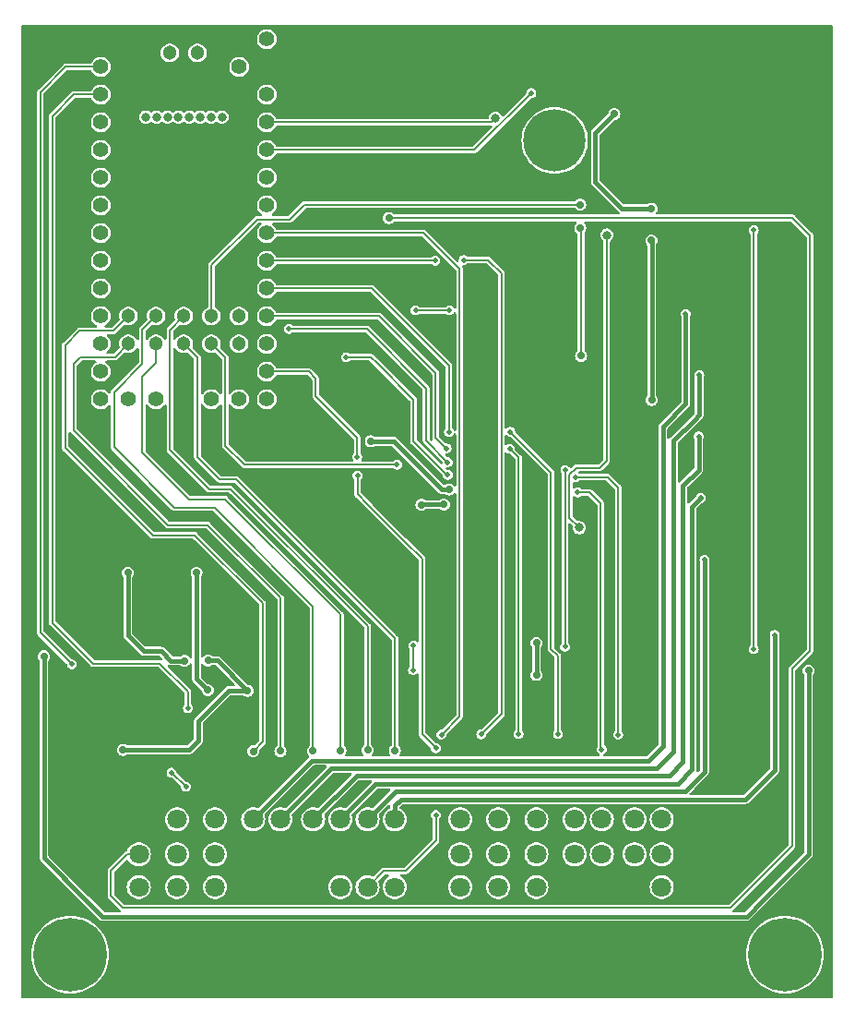
<source format=gbl>
G04 #@! TF.GenerationSoftware,KiCad,Pcbnew,7.0.8*
G04 #@! TF.CreationDate,2023-11-08T10:16:27+01:00*
G04 #@! TF.ProjectId,MicroKI,4d696372-6f4b-4492-9e6b-696361645f70,rev?*
G04 #@! TF.SameCoordinates,Original*
G04 #@! TF.FileFunction,Copper,L2,Bot*
G04 #@! TF.FilePolarity,Positive*
%FSLAX46Y46*%
G04 Gerber Fmt 4.6, Leading zero omitted, Abs format (unit mm)*
G04 Created by KiCad (PCBNEW 7.0.8) date 2023-11-08 10:16:27*
%MOMM*%
%LPD*%
G01*
G04 APERTURE LIST*
G04 #@! TA.AperFunction,ComponentPad*
%ADD10C,1.404000*%
G04 #@! TD*
G04 #@! TA.AperFunction,ComponentPad*
%ADD11C,1.304000*%
G04 #@! TD*
G04 #@! TA.AperFunction,ComponentPad*
%ADD12C,0.804000*%
G04 #@! TD*
G04 #@! TA.AperFunction,ComponentPad*
%ADD13C,1.800000*%
G04 #@! TD*
G04 #@! TA.AperFunction,ComponentPad*
%ADD14C,6.750000*%
G04 #@! TD*
G04 #@! TA.AperFunction,ComponentPad*
%ADD15C,3.600000*%
G04 #@! TD*
G04 #@! TA.AperFunction,ConnectorPad*
%ADD16C,5.700000*%
G04 #@! TD*
G04 #@! TA.AperFunction,ViaPad*
%ADD17C,0.700000*%
G04 #@! TD*
G04 #@! TA.AperFunction,ViaPad*
%ADD18C,0.500000*%
G04 #@! TD*
G04 #@! TA.AperFunction,ViaPad*
%ADD19C,0.800000*%
G04 #@! TD*
G04 #@! TA.AperFunction,Conductor*
%ADD20C,0.400000*%
G04 #@! TD*
G04 #@! TA.AperFunction,Conductor*
%ADD21C,0.200000*%
G04 #@! TD*
G04 APERTURE END LIST*
D10*
X80510000Y-51955000D03*
X80510000Y-54495000D03*
X80510000Y-57035000D03*
X80510000Y-59575000D03*
X80510000Y-62115000D03*
X80510000Y-64655000D03*
X80510000Y-67195000D03*
X80510000Y-69735000D03*
X80510000Y-72275000D03*
X80510000Y-74815000D03*
X80510000Y-77355000D03*
X80510000Y-79895000D03*
X80510000Y-82435000D03*
X80510000Y-84975000D03*
X83050000Y-84975000D03*
X85590000Y-84975000D03*
X88130000Y-84975000D03*
X90670000Y-84975000D03*
X93210000Y-84975000D03*
X95750000Y-84975000D03*
X95750000Y-82435000D03*
X95750000Y-79895000D03*
X95750000Y-77355000D03*
X95750000Y-74815000D03*
X95750000Y-72275000D03*
X95750000Y-69735000D03*
X95750000Y-67195000D03*
X95750000Y-64655000D03*
X95750000Y-62115000D03*
X95750000Y-59575000D03*
X95750000Y-57035000D03*
X95750000Y-54495000D03*
X95750000Y-51955000D03*
X93210000Y-54495000D03*
D11*
X93210000Y-79895000D03*
X93210000Y-77355000D03*
X90670000Y-79895000D03*
X90670000Y-77355000D03*
X88130000Y-79895000D03*
X88130000Y-77355000D03*
X85590000Y-79895000D03*
X85590000Y-77355000D03*
X83050000Y-79895000D03*
X83050000Y-77355000D03*
D12*
X91630000Y-59093400D03*
X90630000Y-59093400D03*
X89630000Y-59093400D03*
X88630000Y-59093400D03*
X87630000Y-59093400D03*
X86630000Y-59093400D03*
X85630000Y-59093400D03*
X84630000Y-59093400D03*
D11*
X89400000Y-53225000D03*
X86860000Y-53225000D03*
D13*
X84000000Y-123500000D03*
X87500000Y-123500000D03*
X91000000Y-123500000D03*
X94500000Y-123500000D03*
X97000000Y-123500000D03*
X100000000Y-123500000D03*
X102500000Y-123500000D03*
X105000000Y-123500000D03*
X107500000Y-123500000D03*
X84000000Y-126700000D03*
X87500000Y-126700000D03*
X91000000Y-126700000D03*
X94500000Y-126700000D03*
X97000000Y-126700000D03*
X100000000Y-126700000D03*
X102500000Y-126700000D03*
X105000000Y-126700000D03*
X107500000Y-126700000D03*
X84000000Y-129700000D03*
X87500000Y-129700000D03*
X91000000Y-129700000D03*
X102500000Y-129700000D03*
X105000000Y-129700000D03*
X107500000Y-129700000D03*
X113500000Y-123500000D03*
X117000000Y-123500000D03*
X120500000Y-123500000D03*
X124000000Y-123500000D03*
X126500000Y-123500000D03*
X129500000Y-123500000D03*
X132000000Y-123500000D03*
X134500000Y-123500000D03*
X137000000Y-123500000D03*
X113500000Y-126700000D03*
X117000000Y-126700000D03*
X120500000Y-126700000D03*
X124000000Y-126700000D03*
X126500000Y-126700000D03*
X129500000Y-126700000D03*
X132000000Y-126700000D03*
X134500000Y-126700000D03*
X137000000Y-126700000D03*
X113500000Y-129700000D03*
X117000000Y-129700000D03*
X120500000Y-129700000D03*
X132000000Y-129700000D03*
X134500000Y-129700000D03*
X137000000Y-129700000D03*
D14*
X77700000Y-135900000D03*
X143300000Y-135900000D03*
D15*
X122175000Y-61250000D03*
D16*
X122175000Y-61250000D03*
D17*
X82550000Y-117125000D03*
X112000000Y-94625000D03*
X120500000Y-110250000D03*
X90350000Y-108925000D03*
X109950000Y-94650000D03*
X93975000Y-111700000D03*
X88200000Y-108950000D03*
X120500000Y-107325000D03*
X83000000Y-100900000D03*
X86600000Y-63575000D03*
X103300000Y-86075000D03*
X95350000Y-129825000D03*
X124800000Y-128675000D03*
X115200000Y-106675000D03*
X83525000Y-112675000D03*
X86600000Y-64475000D03*
X83675000Y-138975000D03*
X82400000Y-98700000D03*
X111750000Y-110425000D03*
X102150000Y-93025000D03*
X88050000Y-89050000D03*
X146525000Y-68450000D03*
X146950000Y-51450000D03*
X128000000Y-128650000D03*
X80250000Y-88450000D03*
X90650000Y-89100000D03*
X82000000Y-139000000D03*
X98750000Y-83475000D03*
X88275000Y-65375000D03*
X97025000Y-129800000D03*
X138800000Y-139000000D03*
X86600000Y-65400000D03*
X114500000Y-106675000D03*
X77225000Y-91175000D03*
X90100000Y-119125000D03*
X79950000Y-124800000D03*
X106400000Y-101400000D03*
X77175000Y-51275000D03*
X95675000Y-118750000D03*
X79750000Y-105900000D03*
X73975000Y-51300000D03*
X98425000Y-117850000D03*
X124600000Y-109825000D03*
X145425000Y-51450000D03*
X98550000Y-129800000D03*
X85900000Y-105900000D03*
X88275000Y-63550000D03*
X77850000Y-95050000D03*
X89800000Y-63550000D03*
X146475000Y-97625000D03*
X89800000Y-64450000D03*
X85200000Y-138975000D03*
X85625000Y-89025000D03*
X111250000Y-130525000D03*
X146600000Y-82225000D03*
X139050000Y-109000000D03*
X91950000Y-105900000D03*
X112200000Y-95800000D03*
X143750000Y-51475000D03*
X113550000Y-52000000D03*
X111225000Y-127325000D03*
X79625000Y-118575000D03*
X140975000Y-124975000D03*
X106400000Y-100725000D03*
X135600000Y-139025000D03*
X126475000Y-128650000D03*
X75650000Y-51275000D03*
X115900000Y-106675000D03*
X116050000Y-82850000D03*
X120250000Y-72750000D03*
X101475000Y-93025000D03*
X88275000Y-64450000D03*
X79325000Y-113300000D03*
X102825000Y-93050000D03*
X89800000Y-65375000D03*
X111225000Y-128850000D03*
X106400000Y-100025000D03*
X137275000Y-139000000D03*
X115925000Y-78800000D03*
X130025000Y-109100000D03*
X127650000Y-58800000D03*
X131075000Y-85025000D03*
X89300000Y-100875000D03*
X90325000Y-111650000D03*
X112475000Y-93250000D03*
X131050000Y-67500000D03*
X105300000Y-88825000D03*
X131050000Y-70400000D03*
D18*
X88325000Y-120500000D03*
X87000000Y-119200000D03*
X77850000Y-109275000D03*
X88500000Y-113275000D03*
X140450000Y-69475000D03*
X140450000Y-107900000D03*
X120025000Y-56900000D03*
X113825000Y-72200000D03*
X111200000Y-72275000D03*
X115425000Y-115700000D03*
X118050000Y-89500000D03*
X118850000Y-115650000D03*
X112250000Y-89475000D03*
X118100000Y-87950000D03*
X122475000Y-115675000D03*
X112475000Y-87975000D03*
X126500000Y-117075000D03*
X124300000Y-93525000D03*
X112350000Y-91900000D03*
X103025000Y-81125000D03*
X97775000Y-78525000D03*
X124075000Y-92125000D03*
X128000000Y-115725000D03*
X112350000Y-90750000D03*
X123150000Y-91450000D03*
X123125000Y-107675000D03*
D17*
X124525000Y-69275000D03*
X124525000Y-67125000D03*
X124600000Y-81000000D03*
X106950000Y-68350000D03*
D18*
X142375000Y-106575000D03*
D17*
X107500000Y-117200000D03*
X105000000Y-117150000D03*
D18*
X135925000Y-99700000D03*
X135575000Y-94025000D03*
D17*
X102500000Y-117200000D03*
D18*
X135400000Y-88375000D03*
D17*
X100000000Y-117225000D03*
D18*
X135450000Y-82750000D03*
D17*
X97000000Y-117225000D03*
X94500000Y-117250000D03*
D18*
X134200000Y-77175000D03*
X111775000Y-115725000D03*
D19*
X124425000Y-96750000D03*
X116742878Y-59192878D03*
X126950000Y-69925000D03*
D18*
X109200000Y-107575000D03*
X109175000Y-109800000D03*
X107700000Y-90975000D03*
X104050000Y-90250000D03*
X104075000Y-92000000D03*
X111275000Y-116975000D03*
X111275000Y-123100000D03*
D17*
X75300000Y-108550000D03*
X145475000Y-109850000D03*
D18*
X109400000Y-76825000D03*
X112500000Y-76825000D03*
D20*
X83000000Y-106650000D02*
X83000000Y-100900000D01*
X109975000Y-94625000D02*
X109950000Y-94650000D01*
X84425000Y-108075000D02*
X83000000Y-106650000D01*
X120500000Y-110250000D02*
X120500000Y-107325000D01*
X89475000Y-116250000D02*
X88600000Y-117125000D01*
X91200000Y-108925000D02*
X90350000Y-108925000D01*
X92225000Y-111700000D02*
X89475000Y-114450000D01*
X89475000Y-114450000D02*
X89475000Y-116250000D01*
X86050000Y-108075000D02*
X84425000Y-108075000D01*
X88200000Y-108950000D02*
X86925000Y-108950000D01*
X112000000Y-94625000D02*
X109975000Y-94625000D01*
X86925000Y-108950000D02*
X86050000Y-108075000D01*
X93975000Y-111700000D02*
X91200000Y-108925000D01*
X93975000Y-111700000D02*
X92225000Y-111700000D01*
X88600000Y-117125000D02*
X82550000Y-117125000D01*
X105300000Y-88825000D02*
X107400000Y-88825000D01*
X131050000Y-67500000D02*
X128350000Y-67500000D01*
X128350000Y-67500000D02*
X125900000Y-65050000D01*
X125900000Y-60550000D02*
X127650000Y-58800000D01*
X107400000Y-88825000D02*
X109750000Y-91175000D01*
X131075000Y-85025000D02*
X131075000Y-70425000D01*
X109750000Y-91175000D02*
X111825000Y-93250000D01*
X131075000Y-70425000D02*
X131050000Y-70400000D01*
X89300000Y-110625000D02*
X90325000Y-111650000D01*
X89300000Y-100875000D02*
X89300000Y-110625000D01*
X125900000Y-65050000D02*
X125900000Y-60550000D01*
X111825000Y-93250000D02*
X112475000Y-93250000D01*
D21*
X87000000Y-119200000D02*
X87025000Y-119200000D01*
X87025000Y-119200000D02*
X88325000Y-120500000D01*
X74950000Y-106375000D02*
X74950000Y-56850000D01*
X77305000Y-54495000D02*
X80510000Y-54495000D01*
X77850000Y-109275000D02*
X74950000Y-106375000D01*
X74950000Y-56850000D02*
X77305000Y-54495000D01*
X88500000Y-111800000D02*
X85900000Y-109200000D01*
X85900000Y-109200000D02*
X79775000Y-109200000D01*
X76050000Y-59000000D02*
X78015000Y-57035000D01*
X76050000Y-105475000D02*
X76050000Y-59000000D01*
X79775000Y-109200000D02*
X76050000Y-105475000D01*
X88500000Y-113275000D02*
X88500000Y-111800000D01*
X78015000Y-57035000D02*
X80510000Y-57035000D01*
X114810000Y-62115000D02*
X95750000Y-62115000D01*
X120025000Y-56900000D02*
X114810000Y-62115000D01*
X140450000Y-107900000D02*
X140450000Y-69475000D01*
X117275000Y-113850000D02*
X115425000Y-115700000D01*
X116075000Y-72200000D02*
X117275000Y-73400000D01*
X117275000Y-73400000D02*
X117275000Y-113850000D01*
X95750000Y-72275000D02*
X111200000Y-72275000D01*
X113825000Y-72200000D02*
X116075000Y-72200000D01*
X118850000Y-90300000D02*
X118850000Y-115650000D01*
X118050000Y-89500000D02*
X118850000Y-90300000D01*
X111250000Y-88475000D02*
X112250000Y-89475000D01*
X111250000Y-82575000D02*
X111250000Y-88475000D01*
X106030000Y-77355000D02*
X111250000Y-82575000D01*
X95750000Y-77355000D02*
X106030000Y-77355000D01*
X105390000Y-74815000D02*
X108500000Y-77925000D01*
X121825000Y-107850000D02*
X122475000Y-108500000D01*
X112475000Y-81900000D02*
X112475000Y-87975000D01*
X108500000Y-77925000D02*
X112475000Y-81900000D01*
X121825000Y-91675000D02*
X121825000Y-107850000D01*
X122475000Y-108500000D02*
X122475000Y-115675000D01*
X95750000Y-74815000D02*
X105390000Y-74815000D01*
X118100000Y-87950000D02*
X121825000Y-91675000D01*
X105325000Y-81125000D02*
X105850000Y-81650000D01*
X109200000Y-85000000D02*
X109200000Y-87425000D01*
X125400000Y-93525000D02*
X126400000Y-94525000D01*
X109200000Y-88825000D02*
X112000000Y-91625000D01*
X103025000Y-81125000D02*
X105325000Y-81125000D01*
X126400000Y-116975000D02*
X126500000Y-117075000D01*
X109200000Y-87425000D02*
X109200000Y-88825000D01*
X112275000Y-91900000D02*
X112350000Y-91900000D01*
X124300000Y-93525000D02*
X125400000Y-93525000D01*
X105850000Y-81650000D02*
X109200000Y-85000000D01*
X126400000Y-94525000D02*
X126400000Y-116975000D01*
X112000000Y-91625000D02*
X112275000Y-91900000D01*
X112350000Y-90750000D02*
X110375000Y-88775000D01*
X127050000Y-92125000D02*
X128000000Y-93075000D01*
X110375000Y-83975000D02*
X104925000Y-78525000D01*
X124075000Y-92125000D02*
X127050000Y-92125000D01*
X128000000Y-93075000D02*
X128000000Y-115725000D01*
X110375000Y-88775000D02*
X110375000Y-83975000D01*
X104925000Y-78525000D02*
X97775000Y-78525000D01*
X123125000Y-91475000D02*
X123150000Y-91450000D01*
X123125000Y-107675000D02*
X123125000Y-91475000D01*
X124600000Y-81000000D02*
X124600000Y-69350000D01*
X94875000Y-68475000D02*
X90670000Y-72680000D01*
X124525000Y-67125000D02*
X99175000Y-67125000D01*
X97825000Y-68475000D02*
X94875000Y-68475000D01*
X99175000Y-67125000D02*
X97825000Y-68475000D01*
X90670000Y-72680000D02*
X90670000Y-77355000D01*
X124600000Y-69350000D02*
X124525000Y-69275000D01*
X82550000Y-131625000D02*
X138275000Y-131625000D01*
X143975000Y-125925000D02*
X143975000Y-109700000D01*
X81450000Y-128200000D02*
X81450000Y-130525000D01*
X145600000Y-108075000D02*
X145600000Y-69950000D01*
X144000000Y-68350000D02*
X106950000Y-68350000D01*
X82950000Y-126700000D02*
X81450000Y-128200000D01*
X84000000Y-126700000D02*
X82950000Y-126700000D01*
X81450000Y-130525000D02*
X82550000Y-131625000D01*
X145600000Y-69950000D02*
X144000000Y-68350000D01*
X143975000Y-109700000D02*
X145600000Y-108075000D01*
X138275000Y-131625000D02*
X143975000Y-125925000D01*
D20*
X142375000Y-106575000D02*
X142375000Y-118975000D01*
D21*
X89375000Y-90275000D02*
X89375000Y-81140000D01*
X89375000Y-81140000D02*
X88130000Y-79895000D01*
X107500000Y-106900000D02*
X92925000Y-92325000D01*
X91425000Y-92325000D02*
X89375000Y-90275000D01*
D20*
X142375000Y-118975000D02*
X139675000Y-121675000D01*
X139675000Y-121675000D02*
X108050000Y-121675000D01*
D21*
X92925000Y-92325000D02*
X91425000Y-92325000D01*
X107500000Y-117200000D02*
X107500000Y-106900000D01*
D20*
X107500000Y-122225000D02*
X107500000Y-123500000D01*
X108050000Y-121675000D02*
X107500000Y-122225000D01*
X135925000Y-119150000D02*
X135925000Y-99700000D01*
D21*
X86850000Y-89625000D02*
X86850000Y-78635000D01*
X86850000Y-78635000D02*
X88130000Y-77355000D01*
X105000000Y-105800000D02*
X92425000Y-93225000D01*
D20*
X134125000Y-120950000D02*
X135925000Y-119150000D01*
D21*
X105000000Y-117150000D02*
X105000000Y-105800000D01*
X90450000Y-93225000D02*
X86850000Y-89625000D01*
X92425000Y-93225000D02*
X90450000Y-93225000D01*
D20*
X105000000Y-123500000D02*
X107550000Y-120950000D01*
X107550000Y-120950000D02*
X134125000Y-120950000D01*
D21*
X84300000Y-89875000D02*
X84300000Y-82950000D01*
X85590000Y-81660000D02*
X85590000Y-79895000D01*
D20*
X102500000Y-123500000D02*
X105750000Y-120250000D01*
D21*
X84300000Y-82950000D02*
X85590000Y-81660000D01*
D20*
X133450000Y-120250000D02*
X134775000Y-118925000D01*
D21*
X102500000Y-104700000D02*
X91950000Y-94150000D01*
D20*
X134775000Y-94825000D02*
X135575000Y-94025000D01*
D21*
X88575000Y-94150000D02*
X84300000Y-89875000D01*
D20*
X110875000Y-120250000D02*
X133450000Y-120250000D01*
X105750000Y-120250000D02*
X110875000Y-120250000D01*
D21*
X102500000Y-117200000D02*
X102500000Y-104700000D01*
X91950000Y-94150000D02*
X88575000Y-94150000D01*
D20*
X134775000Y-118925000D02*
X134775000Y-94825000D01*
X100000000Y-123500000D02*
X104025000Y-119475000D01*
D21*
X84325000Y-78620000D02*
X85590000Y-77355000D01*
X90950000Y-94925000D02*
X87300000Y-94925000D01*
X81725000Y-84325000D02*
X84325000Y-81725000D01*
D20*
X133950000Y-118225000D02*
X133950000Y-92875000D01*
D21*
X81725000Y-89350000D02*
X81725000Y-84325000D01*
D20*
X132700000Y-119475000D02*
X133950000Y-118225000D01*
D21*
X100000000Y-117225000D02*
X100000000Y-103975000D01*
X100000000Y-103975000D02*
X90950000Y-94925000D01*
X87300000Y-94925000D02*
X81725000Y-89350000D01*
D20*
X104025000Y-119475000D02*
X132700000Y-119475000D01*
X133950000Y-92875000D02*
X135400000Y-91425000D01*
X135400000Y-91425000D02*
X135400000Y-88375000D01*
D21*
X84325000Y-81725000D02*
X84325000Y-78620000D01*
X81820000Y-81125000D02*
X83050000Y-79895000D01*
D20*
X135450000Y-86400000D02*
X135450000Y-82750000D01*
X97000000Y-123500000D02*
X101675000Y-118825000D01*
X133075000Y-88775000D02*
X135000000Y-86850000D01*
D21*
X78625000Y-81125000D02*
X81820000Y-81125000D01*
D20*
X135000000Y-86850000D02*
X135450000Y-86400000D01*
X101675000Y-118825000D02*
X106025000Y-118825000D01*
D21*
X90325000Y-96500000D02*
X86675000Y-96500000D01*
D20*
X106025000Y-118825000D02*
X131550000Y-118825000D01*
D21*
X97000000Y-103175000D02*
X90325000Y-96500000D01*
X78025000Y-81725000D02*
X78625000Y-81125000D01*
D20*
X133075000Y-117300000D02*
X133075000Y-88775000D01*
D21*
X78025000Y-87850000D02*
X78025000Y-81725000D01*
X86675000Y-96500000D02*
X78025000Y-87850000D01*
D20*
X131550000Y-118825000D02*
X133075000Y-117300000D01*
D21*
X97000000Y-117225000D02*
X97000000Y-103175000D01*
X77250000Y-80025000D02*
X78575000Y-78700000D01*
D20*
X99900000Y-118100000D02*
X130800000Y-118100000D01*
X94500000Y-123500000D02*
X99900000Y-118100000D01*
D21*
X78575000Y-78700000D02*
X81705000Y-78700000D01*
X81705000Y-78700000D02*
X83050000Y-77355000D01*
X94500000Y-117250000D02*
X95375000Y-116375000D01*
X89150000Y-97450000D02*
X85275000Y-97450000D01*
D20*
X130800000Y-118100000D02*
X132100000Y-116800000D01*
X132100000Y-87500000D02*
X134200000Y-85400000D01*
D21*
X77250000Y-89425000D02*
X77250000Y-80025000D01*
X85275000Y-97450000D02*
X77250000Y-89425000D01*
X95375000Y-103675000D02*
X89150000Y-97450000D01*
X95375000Y-116375000D02*
X95375000Y-103675000D01*
D20*
X134200000Y-85400000D02*
X134200000Y-77175000D01*
X132100000Y-116800000D02*
X132100000Y-87500000D01*
D21*
X113425000Y-114075000D02*
X111775000Y-115725000D01*
X110135000Y-69735000D02*
X113225000Y-72825000D01*
X113225000Y-72825000D02*
X113425000Y-73025000D01*
X95750000Y-69735000D02*
X110135000Y-69735000D01*
X113425000Y-73025000D02*
X113425000Y-83300000D01*
X113425000Y-83300000D02*
X113425000Y-114075000D01*
X126300000Y-91250000D02*
X126950000Y-90600000D01*
X124172182Y-91250000D02*
X124675000Y-91250000D01*
X123525000Y-95850000D02*
X123525000Y-91897182D01*
X123525000Y-91897182D02*
X124172182Y-91250000D01*
X124425000Y-96750000D02*
X123525000Y-95850000D01*
X126950000Y-90600000D02*
X126950000Y-69925000D01*
X116360756Y-59575000D02*
X95750000Y-59575000D01*
X116742878Y-59192878D02*
X116360756Y-59575000D01*
X124675000Y-91250000D02*
X126300000Y-91250000D01*
X109175000Y-107600000D02*
X109200000Y-107575000D01*
X109175000Y-109800000D02*
X109175000Y-107600000D01*
X91925000Y-89225000D02*
X91925000Y-81150000D01*
X91925000Y-81150000D02*
X90670000Y-79895000D01*
X93675000Y-90975000D02*
X91925000Y-89225000D01*
X107700000Y-90975000D02*
X93675000Y-90975000D01*
X110000000Y-112850000D02*
X110000000Y-99600000D01*
X100250000Y-83100000D02*
X99585000Y-82435000D01*
X104975000Y-94575000D02*
X104075000Y-93675000D01*
X108350000Y-97950000D02*
X104975000Y-94575000D01*
X106475000Y-128225000D02*
X108500000Y-128225000D01*
X100250000Y-84700000D02*
X100250000Y-83100000D01*
X99585000Y-82435000D02*
X95750000Y-82435000D01*
X111275000Y-125450000D02*
X111275000Y-123100000D01*
X104075000Y-93675000D02*
X104075000Y-92000000D01*
X104050000Y-90250000D02*
X104050000Y-88500000D01*
X111275000Y-116975000D02*
X110000000Y-115700000D01*
X104050000Y-88500000D02*
X100250000Y-84700000D01*
X108500000Y-128225000D02*
X111275000Y-125450000D01*
X110000000Y-99600000D02*
X108350000Y-97950000D01*
X105000000Y-129700000D02*
X106475000Y-128225000D01*
X110000000Y-115700000D02*
X110000000Y-112850000D01*
D20*
X79150000Y-130875000D02*
X75300000Y-127025000D01*
X145475000Y-109850000D02*
X145475000Y-126725000D01*
X75300000Y-127025000D02*
X75300000Y-108550000D01*
X141275000Y-130925000D02*
X139800000Y-132400000D01*
X80675000Y-132400000D02*
X79150000Y-130875000D01*
X145475000Y-126725000D02*
X141275000Y-130925000D01*
X139800000Y-132400000D02*
X81675000Y-132400000D01*
X81675000Y-132400000D02*
X80675000Y-132400000D01*
D21*
X112500000Y-76825000D02*
X109400000Y-76825000D01*
G04 #@! TA.AperFunction,Conductor*
G36*
X84805703Y-85435196D02*
G01*
X84831887Y-85466909D01*
X84855841Y-85508398D01*
X84955074Y-85618608D01*
X84972842Y-85638342D01*
X84982783Y-85649382D01*
X85085103Y-85723722D01*
X85136265Y-85760894D01*
X85202794Y-85790513D01*
X85309576Y-85838056D01*
X85495143Y-85877500D01*
X85684857Y-85877500D01*
X85870424Y-85838056D01*
X86043736Y-85760893D01*
X86197217Y-85649382D01*
X86324159Y-85508398D01*
X86324163Y-85508389D01*
X86325181Y-85506991D01*
X86325982Y-85506373D01*
X86328507Y-85503569D01*
X86329019Y-85504030D01*
X86380510Y-85464324D01*
X86450124Y-85458344D01*
X86511919Y-85490950D01*
X86546277Y-85551788D01*
X86549500Y-85579875D01*
X86549500Y-89562158D01*
X86548905Y-89570732D01*
X86547227Y-89582763D01*
X86549434Y-89630509D01*
X86549500Y-89633372D01*
X86549500Y-89652845D01*
X86549993Y-89655482D01*
X86550982Y-89664015D01*
X86552415Y-89694991D01*
X86552416Y-89694997D01*
X86555214Y-89701334D01*
X86563664Y-89728620D01*
X86564937Y-89735429D01*
X86564937Y-89735430D01*
X86581260Y-89761793D01*
X86585263Y-89769386D01*
X86597794Y-89797765D01*
X86597795Y-89797766D01*
X86597796Y-89797768D01*
X86602689Y-89802661D01*
X86620435Y-89825065D01*
X86624077Y-89830948D01*
X86624080Y-89830951D01*
X86648826Y-89849639D01*
X86655311Y-89855282D01*
X90193078Y-93393049D01*
X90198721Y-93399533D01*
X90206041Y-93409226D01*
X90206042Y-93409228D01*
X90230659Y-93431669D01*
X90241375Y-93441439D01*
X90243423Y-93443394D01*
X90257203Y-93457174D01*
X90259413Y-93458688D01*
X90266143Y-93464018D01*
X90276370Y-93473341D01*
X90289065Y-93484915D01*
X90289066Y-93484915D01*
X90289067Y-93484916D01*
X90295521Y-93487416D01*
X90320806Y-93500744D01*
X90324619Y-93503355D01*
X90326519Y-93504657D01*
X90356710Y-93511757D01*
X90364905Y-93514295D01*
X90393827Y-93525500D01*
X90400752Y-93525500D01*
X90429140Y-93528793D01*
X90435881Y-93530379D01*
X90466591Y-93526094D01*
X90475166Y-93525500D01*
X92249167Y-93525500D01*
X92316206Y-93545185D01*
X92336848Y-93561819D01*
X104663181Y-105888152D01*
X104696666Y-105949475D01*
X104699500Y-105975833D01*
X104699500Y-116625541D01*
X104679815Y-116692580D01*
X104650987Y-116723916D01*
X104607382Y-116757375D01*
X104519137Y-116872377D01*
X104463671Y-117006287D01*
X104463670Y-117006291D01*
X104448042Y-117124999D01*
X104444750Y-117150000D01*
X104460378Y-117268708D01*
X104463670Y-117293708D01*
X104463671Y-117293712D01*
X104519138Y-117427623D01*
X104519139Y-117427625D01*
X104574685Y-117500014D01*
X104599879Y-117565183D01*
X104585841Y-117633628D01*
X104537027Y-117683617D01*
X104476309Y-117699500D01*
X103062057Y-117699500D01*
X102995018Y-117679815D01*
X102949263Y-117627011D01*
X102939319Y-117557853D01*
X102963682Y-117500013D01*
X102968957Y-117493139D01*
X102980861Y-117477625D01*
X103036330Y-117343709D01*
X103055250Y-117200000D01*
X103036330Y-117056291D01*
X102980861Y-116922375D01*
X102892621Y-116807379D01*
X102892618Y-116807377D01*
X102892617Y-116807375D01*
X102849013Y-116773916D01*
X102807810Y-116717488D01*
X102800500Y-116675541D01*
X102800500Y-104762838D01*
X102801095Y-104754262D01*
X102802771Y-104742239D01*
X102802773Y-104742235D01*
X102800566Y-104694490D01*
X102800500Y-104691627D01*
X102800500Y-104672159D01*
X102800499Y-104672153D01*
X102800009Y-104669533D01*
X102799016Y-104660980D01*
X102797585Y-104630008D01*
X102794788Y-104623675D01*
X102786332Y-104596368D01*
X102785061Y-104589567D01*
X102768736Y-104563202D01*
X102764735Y-104555612D01*
X102752206Y-104527235D01*
X102747309Y-104522338D01*
X102729563Y-104499934D01*
X102725918Y-104494047D01*
X102701172Y-104475360D01*
X102694694Y-104469723D01*
X92206922Y-93981951D01*
X92201278Y-93975465D01*
X92193956Y-93965770D01*
X92158624Y-93933560D01*
X92156573Y-93931602D01*
X92142797Y-93917826D01*
X92140586Y-93916311D01*
X92133853Y-93910978D01*
X92110933Y-93890084D01*
X92104470Y-93887580D01*
X92079192Y-93874256D01*
X92073481Y-93870344D01*
X92073478Y-93870343D01*
X92073479Y-93870343D01*
X92043302Y-93863244D01*
X92035094Y-93860703D01*
X92006173Y-93849500D01*
X91999249Y-93849500D01*
X91970858Y-93846206D01*
X91964119Y-93844621D01*
X91933409Y-93848905D01*
X91924834Y-93849500D01*
X88750833Y-93849500D01*
X88683794Y-93829815D01*
X88663152Y-93813181D01*
X84636819Y-89786848D01*
X84603334Y-89725525D01*
X84600500Y-89699167D01*
X84600500Y-85528909D01*
X84620185Y-85461870D01*
X84672989Y-85416115D01*
X84742147Y-85406171D01*
X84805703Y-85435196D01*
G37*
G04 #@! TD.AperFunction*
G04 #@! TA.AperFunction,Conductor*
G36*
X87355703Y-80272517D02*
G01*
X87381885Y-80304227D01*
X87436514Y-80398847D01*
X87556424Y-80532021D01*
X87650239Y-80600182D01*
X87701403Y-80637355D01*
X87757025Y-80662119D01*
X87865112Y-80710242D01*
X88040399Y-80747500D01*
X88040400Y-80747500D01*
X88219600Y-80747500D01*
X88219601Y-80747500D01*
X88394888Y-80710242D01*
X88403787Y-80706279D01*
X88473035Y-80696993D01*
X88536313Y-80726619D01*
X88541906Y-80731877D01*
X89038181Y-81228152D01*
X89071666Y-81289475D01*
X89074500Y-81315833D01*
X89074500Y-90212158D01*
X89073905Y-90220732D01*
X89072227Y-90232763D01*
X89074434Y-90280509D01*
X89074500Y-90283372D01*
X89074500Y-90302845D01*
X89074993Y-90305482D01*
X89075982Y-90314015D01*
X89077415Y-90344991D01*
X89077416Y-90344997D01*
X89080214Y-90351334D01*
X89088664Y-90378620D01*
X89089937Y-90385429D01*
X89089937Y-90385430D01*
X89089939Y-90385433D01*
X89102693Y-90406033D01*
X89106260Y-90411793D01*
X89110263Y-90419386D01*
X89122794Y-90447765D01*
X89122795Y-90447766D01*
X89122796Y-90447768D01*
X89127689Y-90452661D01*
X89145435Y-90475065D01*
X89149077Y-90480948D01*
X89149080Y-90480951D01*
X89173826Y-90499639D01*
X89180311Y-90505282D01*
X91168078Y-92493049D01*
X91173721Y-92499533D01*
X91181041Y-92509226D01*
X91181042Y-92509228D01*
X91205659Y-92531669D01*
X91216375Y-92541439D01*
X91218423Y-92543394D01*
X91232203Y-92557174D01*
X91234413Y-92558688D01*
X91241143Y-92564018D01*
X91245431Y-92567927D01*
X91264065Y-92584915D01*
X91264066Y-92584915D01*
X91264067Y-92584916D01*
X91270521Y-92587416D01*
X91295806Y-92600744D01*
X91299619Y-92603355D01*
X91301519Y-92604657D01*
X91331710Y-92611757D01*
X91339905Y-92614295D01*
X91368827Y-92625500D01*
X91375752Y-92625500D01*
X91404140Y-92628793D01*
X91410881Y-92630379D01*
X91441591Y-92626094D01*
X91450166Y-92625500D01*
X92749167Y-92625500D01*
X92816206Y-92645185D01*
X92836848Y-92661819D01*
X107163181Y-106988152D01*
X107196666Y-107049475D01*
X107199500Y-107075833D01*
X107199500Y-116675541D01*
X107179815Y-116742580D01*
X107150987Y-116773916D01*
X107107382Y-116807375D01*
X107019137Y-116922377D01*
X106963671Y-117056287D01*
X106963670Y-117056291D01*
X106944750Y-117200000D01*
X106960688Y-117321062D01*
X106963670Y-117343708D01*
X106963671Y-117343712D01*
X107019138Y-117477623D01*
X107019139Y-117477626D01*
X107036318Y-117500013D01*
X107061513Y-117565182D01*
X107047475Y-117633627D01*
X106998662Y-117683617D01*
X106937943Y-117699500D01*
X105523691Y-117699500D01*
X105456652Y-117679815D01*
X105410897Y-117627011D01*
X105400953Y-117557853D01*
X105425315Y-117500014D01*
X105442496Y-117477623D01*
X105480861Y-117427625D01*
X105536330Y-117293709D01*
X105555250Y-117150000D01*
X105536330Y-117006291D01*
X105480861Y-116872375D01*
X105392621Y-116757379D01*
X105392618Y-116757377D01*
X105392617Y-116757375D01*
X105349013Y-116723916D01*
X105307810Y-116667488D01*
X105300500Y-116625541D01*
X105300500Y-105862846D01*
X105301095Y-105854270D01*
X105302772Y-105842240D01*
X105302774Y-105842236D01*
X105300566Y-105794468D01*
X105300500Y-105791606D01*
X105300500Y-105772159D01*
X105300500Y-105772156D01*
X105300009Y-105769532D01*
X105299018Y-105760995D01*
X105297586Y-105730009D01*
X105294787Y-105723672D01*
X105286331Y-105696367D01*
X105285061Y-105689567D01*
X105268736Y-105663202D01*
X105264730Y-105655600D01*
X105252207Y-105627237D01*
X105252206Y-105627236D01*
X105252206Y-105627235D01*
X105247309Y-105622338D01*
X105229563Y-105599934D01*
X105225918Y-105594047D01*
X105201172Y-105575360D01*
X105194694Y-105569723D01*
X92681922Y-93056951D01*
X92676278Y-93050465D01*
X92668956Y-93040770D01*
X92633624Y-93008560D01*
X92631573Y-93006602D01*
X92617797Y-92992826D01*
X92615586Y-92991311D01*
X92608853Y-92985978D01*
X92585933Y-92965084D01*
X92579470Y-92962580D01*
X92554192Y-92949256D01*
X92548481Y-92945344D01*
X92548478Y-92945343D01*
X92548479Y-92945343D01*
X92518302Y-92938244D01*
X92510094Y-92935703D01*
X92481173Y-92924500D01*
X92474249Y-92924500D01*
X92445858Y-92921206D01*
X92439119Y-92919621D01*
X92408409Y-92923905D01*
X92399834Y-92924500D01*
X90625833Y-92924500D01*
X90558794Y-92904815D01*
X90538152Y-92888181D01*
X87186819Y-89536848D01*
X87153334Y-89475525D01*
X87150500Y-89449167D01*
X87150500Y-80366230D01*
X87170185Y-80299191D01*
X87222989Y-80253436D01*
X87292147Y-80243492D01*
X87355703Y-80272517D01*
G37*
G04 #@! TD.AperFunction*
G04 #@! TA.AperFunction,Conductor*
G36*
X147692539Y-50695185D02*
G01*
X147738294Y-50747989D01*
X147749500Y-50799500D01*
X147749500Y-139800500D01*
X147729815Y-139867539D01*
X147677011Y-139913294D01*
X147625500Y-139924500D01*
X73349500Y-139924500D01*
X73282461Y-139904815D01*
X73236706Y-139852011D01*
X73225500Y-139800500D01*
X73225500Y-135900000D01*
X74119593Y-135900000D01*
X74139207Y-136274255D01*
X74197832Y-136644402D01*
X74197832Y-136644404D01*
X74294833Y-137006414D01*
X74429136Y-137356286D01*
X74599279Y-137690208D01*
X74803388Y-138004508D01*
X74803390Y-138004510D01*
X75039239Y-138295760D01*
X75304240Y-138560761D01*
X75304244Y-138560764D01*
X75595491Y-138796611D01*
X75909791Y-139000720D01*
X75909796Y-139000723D01*
X76243717Y-139170865D01*
X76593593Y-139305169D01*
X76955592Y-139402167D01*
X77325746Y-139460793D01*
X77679300Y-139479322D01*
X77699999Y-139480407D01*
X77700000Y-139480407D01*
X77700001Y-139480407D01*
X77719615Y-139479379D01*
X78074254Y-139460793D01*
X78444408Y-139402167D01*
X78806407Y-139305169D01*
X79156283Y-139170865D01*
X79490204Y-139000723D01*
X79804510Y-138796610D01*
X80095760Y-138560761D01*
X80360761Y-138295760D01*
X80596610Y-138004510D01*
X80800723Y-137690204D01*
X80970865Y-137356283D01*
X81105169Y-137006407D01*
X81202167Y-136644408D01*
X81260793Y-136274254D01*
X81280407Y-135900000D01*
X139719593Y-135900000D01*
X139739207Y-136274255D01*
X139797832Y-136644402D01*
X139797832Y-136644404D01*
X139894833Y-137006414D01*
X140029136Y-137356286D01*
X140199279Y-137690208D01*
X140403388Y-138004508D01*
X140403390Y-138004510D01*
X140639239Y-138295760D01*
X140904240Y-138560761D01*
X140904244Y-138560764D01*
X141195491Y-138796611D01*
X141509791Y-139000720D01*
X141509796Y-139000723D01*
X141843717Y-139170865D01*
X142193593Y-139305169D01*
X142555592Y-139402167D01*
X142925746Y-139460793D01*
X143279300Y-139479322D01*
X143299999Y-139480407D01*
X143300000Y-139480407D01*
X143300001Y-139480407D01*
X143319615Y-139479379D01*
X143674254Y-139460793D01*
X144044408Y-139402167D01*
X144406407Y-139305169D01*
X144756283Y-139170865D01*
X145090204Y-139000723D01*
X145404510Y-138796610D01*
X145695760Y-138560761D01*
X145960761Y-138295760D01*
X146196610Y-138004510D01*
X146400723Y-137690204D01*
X146570865Y-137356283D01*
X146705169Y-137006407D01*
X146802167Y-136644408D01*
X146860793Y-136274254D01*
X146880407Y-135900000D01*
X146860793Y-135525746D01*
X146802167Y-135155592D01*
X146705169Y-134793593D01*
X146570865Y-134443717D01*
X146400723Y-134109797D01*
X146196610Y-133795490D01*
X145960761Y-133504240D01*
X145695760Y-133239239D01*
X145404510Y-133003390D01*
X145404508Y-133003388D01*
X145090208Y-132799279D01*
X144756286Y-132629136D01*
X144406414Y-132494833D01*
X144406407Y-132494831D01*
X144044408Y-132397833D01*
X144044404Y-132397832D01*
X144044403Y-132397832D01*
X143674255Y-132339207D01*
X143300001Y-132319593D01*
X143299999Y-132319593D01*
X142925744Y-132339207D01*
X142555597Y-132397832D01*
X142555595Y-132397832D01*
X142193585Y-132494833D01*
X141843713Y-132629136D01*
X141509792Y-132799279D01*
X141195491Y-133003388D01*
X140904244Y-133239235D01*
X140904236Y-133239242D01*
X140639242Y-133504236D01*
X140639235Y-133504244D01*
X140403388Y-133795491D01*
X140199279Y-134109792D01*
X140029136Y-134443713D01*
X139894833Y-134793585D01*
X139797832Y-135155595D01*
X139797832Y-135155597D01*
X139739207Y-135525744D01*
X139719593Y-135899999D01*
X139719593Y-135900000D01*
X81280407Y-135900000D01*
X81260793Y-135525746D01*
X81202167Y-135155592D01*
X81105169Y-134793593D01*
X80970865Y-134443717D01*
X80800723Y-134109797D01*
X80596610Y-133795490D01*
X80360761Y-133504240D01*
X80095760Y-133239239D01*
X79804510Y-133003390D01*
X79804508Y-133003388D01*
X79490208Y-132799279D01*
X79156286Y-132629136D01*
X78806414Y-132494833D01*
X78806407Y-132494831D01*
X78444408Y-132397833D01*
X78444404Y-132397832D01*
X78444403Y-132397832D01*
X78074255Y-132339207D01*
X77700001Y-132319593D01*
X77699999Y-132319593D01*
X77325744Y-132339207D01*
X76955597Y-132397832D01*
X76955595Y-132397832D01*
X76593585Y-132494833D01*
X76243713Y-132629136D01*
X75909792Y-132799279D01*
X75595491Y-133003388D01*
X75304244Y-133239235D01*
X75304236Y-133239242D01*
X75039242Y-133504236D01*
X75039235Y-133504244D01*
X74803388Y-133795491D01*
X74599279Y-134109792D01*
X74429136Y-134443713D01*
X74294833Y-134793585D01*
X74197832Y-135155595D01*
X74197832Y-135155597D01*
X74139207Y-135525744D01*
X74119593Y-135899999D01*
X74119593Y-135900000D01*
X73225500Y-135900000D01*
X73225500Y-108550000D01*
X74744750Y-108550000D01*
X74754554Y-108624471D01*
X74763670Y-108693708D01*
X74763671Y-108693712D01*
X74819138Y-108827623D01*
X74819139Y-108827625D01*
X74859186Y-108879815D01*
X74873875Y-108898957D01*
X74899070Y-108964125D01*
X74899500Y-108974444D01*
X74899500Y-127088429D01*
X74899501Y-127088439D01*
X74906346Y-127109507D01*
X74910887Y-127128418D01*
X74914354Y-127150304D01*
X74914355Y-127150307D01*
X74924412Y-127170045D01*
X74931857Y-127188018D01*
X74938704Y-127209090D01*
X74951726Y-127227014D01*
X74961890Y-127243600D01*
X74971950Y-127263342D01*
X74992864Y-127284256D01*
X74992893Y-127284287D01*
X75634589Y-127925982D01*
X78842864Y-131134256D01*
X78842893Y-131134287D01*
X80415986Y-132707380D01*
X80416006Y-132707398D01*
X80436658Y-132728050D01*
X80456390Y-132738104D01*
X80456398Y-132738108D01*
X80472987Y-132748274D01*
X80490909Y-132761295D01*
X80490910Y-132761295D01*
X80490911Y-132761296D01*
X80511980Y-132768142D01*
X80529949Y-132775584D01*
X80549696Y-132785646D01*
X80571582Y-132789112D01*
X80590497Y-132793653D01*
X80611567Y-132800500D01*
X80611569Y-132800500D01*
X139863431Y-132800500D01*
X139863433Y-132800500D01*
X139884501Y-132793654D01*
X139903417Y-132789112D01*
X139925304Y-132785646D01*
X139945044Y-132775586D01*
X139963011Y-132768144D01*
X139984090Y-132761296D01*
X140002026Y-132748263D01*
X140018588Y-132738114D01*
X140038342Y-132728050D01*
X140053834Y-132712557D01*
X140053841Y-132712552D01*
X145787552Y-126978841D01*
X145787557Y-126978834D01*
X145803050Y-126963342D01*
X145813114Y-126943588D01*
X145823263Y-126927026D01*
X145836296Y-126909090D01*
X145843144Y-126888011D01*
X145850586Y-126870044D01*
X145860646Y-126850304D01*
X145864112Y-126828417D01*
X145868655Y-126809498D01*
X145869225Y-126807745D01*
X145875500Y-126788433D01*
X145875500Y-126661567D01*
X145875500Y-110274444D01*
X145895185Y-110207405D01*
X145901125Y-110198957D01*
X145902294Y-110197434D01*
X145955861Y-110127625D01*
X146011330Y-109993709D01*
X146030250Y-109850000D01*
X146011330Y-109706291D01*
X145957578Y-109576521D01*
X145955862Y-109572377D01*
X145955861Y-109572376D01*
X145955861Y-109572375D01*
X145867621Y-109457379D01*
X145752625Y-109369139D01*
X145752624Y-109369138D01*
X145752622Y-109369137D01*
X145618712Y-109313671D01*
X145618710Y-109313670D01*
X145618709Y-109313670D01*
X145546854Y-109304210D01*
X145475001Y-109294750D01*
X145474999Y-109294750D01*
X145331291Y-109313670D01*
X145331287Y-109313671D01*
X145197377Y-109369137D01*
X145082379Y-109457379D01*
X144994137Y-109572377D01*
X144938671Y-109706287D01*
X144938670Y-109706291D01*
X144922969Y-109825553D01*
X144919750Y-109850000D01*
X144935861Y-109972376D01*
X144938670Y-109993708D01*
X144938671Y-109993712D01*
X144994138Y-110127623D01*
X144994139Y-110127625D01*
X145048875Y-110198957D01*
X145074070Y-110264125D01*
X145074500Y-110274444D01*
X145074500Y-126507745D01*
X145054815Y-126574784D01*
X145038181Y-126595426D01*
X139670426Y-131963181D01*
X139609103Y-131996666D01*
X139582745Y-131999500D01*
X138624832Y-131999500D01*
X138557793Y-131979815D01*
X138512038Y-131927011D01*
X138502094Y-131857853D01*
X138531119Y-131794297D01*
X138537151Y-131787819D01*
X139924441Y-130400529D01*
X144143059Y-126181910D01*
X144149532Y-126176279D01*
X144159224Y-126168959D01*
X144159228Y-126168958D01*
X144191459Y-126133600D01*
X144193367Y-126131602D01*
X144207174Y-126117797D01*
X144208684Y-126115592D01*
X144214023Y-126108851D01*
X144216763Y-126105844D01*
X144234916Y-126085933D01*
X144237416Y-126079478D01*
X144250749Y-126054182D01*
X144254656Y-126048481D01*
X144261757Y-126018285D01*
X144264292Y-126010101D01*
X144275500Y-125981173D01*
X144275500Y-125974248D01*
X144278795Y-125945855D01*
X144280378Y-125939123D01*
X144280379Y-125939119D01*
X144276095Y-125908408D01*
X144275500Y-125899833D01*
X144275500Y-109875832D01*
X144295185Y-109808793D01*
X144311814Y-109788156D01*
X145768059Y-108331910D01*
X145774532Y-108326279D01*
X145784224Y-108318959D01*
X145784228Y-108318958D01*
X145816459Y-108283600D01*
X145818367Y-108281602D01*
X145832174Y-108267797D01*
X145833684Y-108265592D01*
X145839023Y-108258851D01*
X145841763Y-108255844D01*
X145859916Y-108235933D01*
X145862416Y-108229478D01*
X145875749Y-108204182D01*
X145879656Y-108198481D01*
X145886757Y-108168285D01*
X145889292Y-108160101D01*
X145900500Y-108131173D01*
X145900500Y-108124248D01*
X145903795Y-108095855D01*
X145905378Y-108089123D01*
X145905379Y-108089119D01*
X145901095Y-108058408D01*
X145900500Y-108049833D01*
X145900500Y-70012839D01*
X145901095Y-70004263D01*
X145902771Y-69992240D01*
X145902773Y-69992236D01*
X145900566Y-69944491D01*
X145900500Y-69941628D01*
X145900500Y-69922159D01*
X145900499Y-69922153D01*
X145900009Y-69919533D01*
X145899016Y-69910980D01*
X145897585Y-69880009D01*
X145894788Y-69873676D01*
X145886332Y-69846370D01*
X145885061Y-69839567D01*
X145868738Y-69813205D01*
X145864731Y-69805602D01*
X145852207Y-69777237D01*
X145852206Y-69777236D01*
X145852206Y-69777235D01*
X145847309Y-69772338D01*
X145829563Y-69749934D01*
X145825918Y-69744047D01*
X145801172Y-69725360D01*
X145794694Y-69719723D01*
X144256922Y-68181951D01*
X144251278Y-68175465D01*
X144243956Y-68165770D01*
X144208624Y-68133560D01*
X144206573Y-68131602D01*
X144192797Y-68117826D01*
X144190586Y-68116311D01*
X144183853Y-68110978D01*
X144160933Y-68090084D01*
X144154470Y-68087580D01*
X144129192Y-68074256D01*
X144123481Y-68070344D01*
X144123478Y-68070343D01*
X144123479Y-68070343D01*
X144093302Y-68063244D01*
X144085094Y-68060703D01*
X144056173Y-68049500D01*
X144049249Y-68049500D01*
X144020858Y-68046206D01*
X144014119Y-68044621D01*
X143983409Y-68048905D01*
X143974834Y-68049500D01*
X131573691Y-68049500D01*
X131506652Y-68029815D01*
X131460897Y-67977011D01*
X131450953Y-67907853D01*
X131475315Y-67850014D01*
X131492168Y-67828050D01*
X131530861Y-67777625D01*
X131586330Y-67643709D01*
X131605250Y-67500000D01*
X131586330Y-67356291D01*
X131530861Y-67222375D01*
X131442621Y-67107379D01*
X131327625Y-67019139D01*
X131327624Y-67019138D01*
X131327622Y-67019137D01*
X131193712Y-66963671D01*
X131193710Y-66963670D01*
X131193709Y-66963670D01*
X131121854Y-66954210D01*
X131050001Y-66944750D01*
X131049999Y-66944750D01*
X130906291Y-66963670D01*
X130906287Y-66963671D01*
X130772376Y-67019138D01*
X130772374Y-67019139D01*
X130701040Y-67073876D01*
X130635871Y-67099070D01*
X130625554Y-67099500D01*
X128567254Y-67099500D01*
X128500215Y-67079815D01*
X128479573Y-67063181D01*
X126336819Y-64920426D01*
X126303334Y-64859103D01*
X126300500Y-64832745D01*
X126300500Y-60767254D01*
X126320185Y-60700215D01*
X126336814Y-60679578D01*
X127633070Y-59383321D01*
X127694391Y-59349838D01*
X127704545Y-59348068D01*
X127793709Y-59336330D01*
X127927625Y-59280861D01*
X128042621Y-59192621D01*
X128130861Y-59077625D01*
X128186330Y-58943709D01*
X128205250Y-58800000D01*
X128203560Y-58787167D01*
X128199463Y-58756044D01*
X128186330Y-58656291D01*
X128130861Y-58522375D01*
X128042621Y-58407379D01*
X127927625Y-58319139D01*
X127927624Y-58319138D01*
X127927622Y-58319137D01*
X127793712Y-58263671D01*
X127793710Y-58263670D01*
X127793709Y-58263670D01*
X127721854Y-58254210D01*
X127650001Y-58244750D01*
X127649999Y-58244750D01*
X127506291Y-58263670D01*
X127506287Y-58263671D01*
X127372377Y-58319137D01*
X127257379Y-58407379D01*
X127169137Y-58522377D01*
X127113670Y-58656289D01*
X127101933Y-58745436D01*
X127073666Y-58809332D01*
X127066675Y-58816930D01*
X125594516Y-60289091D01*
X125594513Y-60289094D01*
X125571949Y-60311659D01*
X125571948Y-60311660D01*
X125561891Y-60331397D01*
X125551731Y-60347977D01*
X125538706Y-60365905D01*
X125538703Y-60365910D01*
X125531854Y-60386988D01*
X125524413Y-60404952D01*
X125514354Y-60424695D01*
X125510887Y-60446582D01*
X125506347Y-60465491D01*
X125499500Y-60486567D01*
X125499500Y-65113429D01*
X125499501Y-65113439D01*
X125506346Y-65134507D01*
X125510887Y-65153418D01*
X125514354Y-65175304D01*
X125514355Y-65175307D01*
X125524412Y-65195045D01*
X125531857Y-65213018D01*
X125538704Y-65234090D01*
X125551726Y-65252014D01*
X125561890Y-65268600D01*
X125571950Y-65288342D01*
X125592864Y-65309256D01*
X125592893Y-65309287D01*
X128021950Y-67738342D01*
X128118559Y-67834951D01*
X128116687Y-67836822D01*
X128150379Y-67880518D01*
X128156354Y-67950132D01*
X128123745Y-68011925D01*
X128062904Y-68046279D01*
X128034825Y-68049500D01*
X107474458Y-68049500D01*
X107407419Y-68029815D01*
X107376083Y-68000987D01*
X107351766Y-67969297D01*
X107342621Y-67957379D01*
X107227625Y-67869139D01*
X107227624Y-67869138D01*
X107227622Y-67869137D01*
X107093712Y-67813671D01*
X107093710Y-67813670D01*
X107093709Y-67813670D01*
X107021854Y-67804210D01*
X106950001Y-67794750D01*
X106949999Y-67794750D01*
X106806291Y-67813670D01*
X106806287Y-67813671D01*
X106672377Y-67869137D01*
X106557379Y-67957379D01*
X106469137Y-68072377D01*
X106413671Y-68206287D01*
X106413670Y-68206291D01*
X106394750Y-68349999D01*
X106394750Y-68350000D01*
X106413670Y-68493708D01*
X106413671Y-68493712D01*
X106469137Y-68627622D01*
X106469138Y-68627624D01*
X106469139Y-68627625D01*
X106557379Y-68742621D01*
X106672375Y-68830861D01*
X106806291Y-68886330D01*
X106933280Y-68903048D01*
X106949999Y-68905250D01*
X106950000Y-68905250D01*
X106950001Y-68905250D01*
X106964977Y-68903278D01*
X107093709Y-68886330D01*
X107227625Y-68830861D01*
X107342621Y-68742621D01*
X107376083Y-68699013D01*
X107432511Y-68657811D01*
X107474458Y-68650500D01*
X124069278Y-68650500D01*
X124136317Y-68670185D01*
X124182072Y-68722989D01*
X124192016Y-68792147D01*
X124162991Y-68855703D01*
X124144766Y-68872873D01*
X124142160Y-68874874D01*
X124132380Y-68882377D01*
X124044137Y-68997377D01*
X123988671Y-69131287D01*
X123988670Y-69131291D01*
X123969750Y-69274999D01*
X123969750Y-69275000D01*
X123988670Y-69418708D01*
X123988671Y-69418712D01*
X124044137Y-69552622D01*
X124044138Y-69552624D01*
X124044139Y-69552625D01*
X124132379Y-69667621D01*
X124200206Y-69719667D01*
X124250987Y-69758633D01*
X124292189Y-69815061D01*
X124299500Y-69857008D01*
X124299500Y-80475541D01*
X124279815Y-80542580D01*
X124250987Y-80573916D01*
X124207382Y-80607375D01*
X124119137Y-80722377D01*
X124063671Y-80856287D01*
X124063670Y-80856291D01*
X124047748Y-80977232D01*
X124044750Y-81000000D01*
X124062456Y-81134491D01*
X124063670Y-81143708D01*
X124063671Y-81143712D01*
X124119137Y-81277622D01*
X124119138Y-81277624D01*
X124119139Y-81277625D01*
X124207379Y-81392621D01*
X124322375Y-81480861D01*
X124322376Y-81480861D01*
X124322377Y-81480862D01*
X124330354Y-81484166D01*
X124456291Y-81536330D01*
X124583280Y-81553048D01*
X124599999Y-81555250D01*
X124600000Y-81555250D01*
X124600001Y-81555250D01*
X124614977Y-81553278D01*
X124743709Y-81536330D01*
X124877625Y-81480861D01*
X124992621Y-81392621D01*
X125080861Y-81277625D01*
X125136330Y-81143709D01*
X125155250Y-81000000D01*
X125136330Y-80856291D01*
X125095640Y-80758056D01*
X125080862Y-80722377D01*
X125080861Y-80722376D01*
X125080861Y-80722375D01*
X124992621Y-80607379D01*
X124992618Y-80607377D01*
X124992617Y-80607375D01*
X124949013Y-80573916D01*
X124907810Y-80517488D01*
X124900500Y-80475541D01*
X124900500Y-69732026D01*
X124920185Y-69664987D01*
X124926117Y-69656547D01*
X125005861Y-69552625D01*
X125061330Y-69418709D01*
X125080250Y-69275000D01*
X125061330Y-69131291D01*
X125005861Y-68997375D01*
X124917621Y-68882379D01*
X124917619Y-68882378D01*
X124917619Y-68882377D01*
X124907840Y-68874874D01*
X124905235Y-68872875D01*
X124864033Y-68816448D01*
X124859878Y-68746702D01*
X124894090Y-68685782D01*
X124955807Y-68653029D01*
X124980722Y-68650500D01*
X143824167Y-68650500D01*
X143891206Y-68670185D01*
X143911848Y-68686819D01*
X145263181Y-70038152D01*
X145296666Y-70099475D01*
X145299500Y-70125833D01*
X145299500Y-107899166D01*
X145279815Y-107966205D01*
X145263181Y-107986847D01*
X143806948Y-109443080D01*
X143800464Y-109448722D01*
X143790768Y-109456044D01*
X143758559Y-109491374D01*
X143756585Y-109493442D01*
X143742827Y-109507200D01*
X143742822Y-109507206D01*
X143741306Y-109509420D01*
X143735976Y-109516148D01*
X143715083Y-109539066D01*
X143715083Y-109539067D01*
X143712578Y-109545533D01*
X143699259Y-109570802D01*
X143695345Y-109576515D01*
X143695343Y-109576521D01*
X143688244Y-109606699D01*
X143685702Y-109614907D01*
X143674500Y-109643826D01*
X143674500Y-109650751D01*
X143671206Y-109679141D01*
X143669621Y-109685877D01*
X143669621Y-109685881D01*
X143673905Y-109716590D01*
X143674500Y-109725166D01*
X143674500Y-125749167D01*
X143654815Y-125816206D01*
X143638181Y-125836848D01*
X138186848Y-131288181D01*
X138125525Y-131321666D01*
X138099167Y-131324500D01*
X82725833Y-131324500D01*
X82658794Y-131304815D01*
X82638152Y-131288181D01*
X81786819Y-130436848D01*
X81753334Y-130375525D01*
X81750500Y-130349167D01*
X81750500Y-129700000D01*
X82894785Y-129700000D01*
X82913602Y-129903082D01*
X82969417Y-130099247D01*
X82969422Y-130099260D01*
X83060327Y-130281821D01*
X83183237Y-130444581D01*
X83333958Y-130581980D01*
X83333960Y-130581982D01*
X83394580Y-130619516D01*
X83507363Y-130689348D01*
X83697544Y-130763024D01*
X83898024Y-130800500D01*
X83898026Y-130800500D01*
X84101974Y-130800500D01*
X84101976Y-130800500D01*
X84302456Y-130763024D01*
X84492637Y-130689348D01*
X84666041Y-130581981D01*
X84816764Y-130444579D01*
X84939673Y-130281821D01*
X85030582Y-130099250D01*
X85086397Y-129903083D01*
X85105215Y-129700000D01*
X86394785Y-129700000D01*
X86413602Y-129903082D01*
X86469417Y-130099247D01*
X86469422Y-130099260D01*
X86560327Y-130281821D01*
X86683237Y-130444581D01*
X86833958Y-130581980D01*
X86833960Y-130581982D01*
X86894580Y-130619516D01*
X87007363Y-130689348D01*
X87197544Y-130763024D01*
X87398024Y-130800500D01*
X87398026Y-130800500D01*
X87601974Y-130800500D01*
X87601976Y-130800500D01*
X87802456Y-130763024D01*
X87992637Y-130689348D01*
X88166041Y-130581981D01*
X88316764Y-130444579D01*
X88439673Y-130281821D01*
X88530582Y-130099250D01*
X88586397Y-129903083D01*
X88605215Y-129700000D01*
X89894785Y-129700000D01*
X89913602Y-129903082D01*
X89969417Y-130099247D01*
X89969422Y-130099260D01*
X90060327Y-130281821D01*
X90183237Y-130444581D01*
X90333958Y-130581980D01*
X90333960Y-130581982D01*
X90394580Y-130619516D01*
X90507363Y-130689348D01*
X90697544Y-130763024D01*
X90898024Y-130800500D01*
X90898026Y-130800500D01*
X91101974Y-130800500D01*
X91101976Y-130800500D01*
X91302456Y-130763024D01*
X91492637Y-130689348D01*
X91666041Y-130581981D01*
X91816764Y-130444579D01*
X91939673Y-130281821D01*
X92030582Y-130099250D01*
X92086397Y-129903083D01*
X92105215Y-129700000D01*
X101394785Y-129700000D01*
X101413602Y-129903082D01*
X101469417Y-130099247D01*
X101469422Y-130099260D01*
X101560327Y-130281821D01*
X101683237Y-130444581D01*
X101833958Y-130581980D01*
X101833960Y-130581982D01*
X101894580Y-130619516D01*
X102007363Y-130689348D01*
X102197544Y-130763024D01*
X102398024Y-130800500D01*
X102398026Y-130800500D01*
X102601974Y-130800500D01*
X102601976Y-130800500D01*
X102802456Y-130763024D01*
X102992637Y-130689348D01*
X103166041Y-130581981D01*
X103316764Y-130444579D01*
X103439673Y-130281821D01*
X103530582Y-130099250D01*
X103586397Y-129903083D01*
X103605215Y-129700000D01*
X103894785Y-129700000D01*
X103913602Y-129903082D01*
X103969417Y-130099247D01*
X103969422Y-130099260D01*
X104060327Y-130281821D01*
X104183237Y-130444581D01*
X104333958Y-130581980D01*
X104333960Y-130581982D01*
X104394580Y-130619516D01*
X104507363Y-130689348D01*
X104697544Y-130763024D01*
X104898024Y-130800500D01*
X104898026Y-130800500D01*
X105101974Y-130800500D01*
X105101976Y-130800500D01*
X105302456Y-130763024D01*
X105492637Y-130689348D01*
X105666041Y-130581981D01*
X105816764Y-130444579D01*
X105939673Y-130281821D01*
X106030582Y-130099250D01*
X106086397Y-129903083D01*
X106105215Y-129700000D01*
X106086397Y-129496917D01*
X106030582Y-129300750D01*
X106001752Y-129242851D01*
X105989491Y-129174066D01*
X106016364Y-129109571D01*
X106025061Y-129099909D01*
X106563152Y-128561819D01*
X106624475Y-128528334D01*
X106650833Y-128525500D01*
X106870579Y-128525500D01*
X106937618Y-128545185D01*
X106983373Y-128597989D01*
X106993317Y-128667147D01*
X106964292Y-128730703D01*
X106935856Y-128754927D01*
X106833960Y-128818017D01*
X106833958Y-128818019D01*
X106683237Y-128955418D01*
X106560327Y-129118178D01*
X106469422Y-129300739D01*
X106469417Y-129300752D01*
X106413602Y-129496917D01*
X106394785Y-129699999D01*
X106394785Y-129700000D01*
X106413602Y-129903082D01*
X106469417Y-130099247D01*
X106469422Y-130099260D01*
X106560327Y-130281821D01*
X106683237Y-130444581D01*
X106833958Y-130581980D01*
X106833960Y-130581982D01*
X106894580Y-130619516D01*
X107007363Y-130689348D01*
X107197544Y-130763024D01*
X107398024Y-130800500D01*
X107398026Y-130800500D01*
X107601974Y-130800500D01*
X107601976Y-130800500D01*
X107802456Y-130763024D01*
X107992637Y-130689348D01*
X108166041Y-130581981D01*
X108316764Y-130444579D01*
X108439673Y-130281821D01*
X108530582Y-130099250D01*
X108586397Y-129903083D01*
X108605215Y-129700000D01*
X112394785Y-129700000D01*
X112413602Y-129903082D01*
X112469417Y-130099247D01*
X112469422Y-130099260D01*
X112560327Y-130281821D01*
X112683237Y-130444581D01*
X112833958Y-130581980D01*
X112833960Y-130581982D01*
X112894580Y-130619516D01*
X113007363Y-130689348D01*
X113197544Y-130763024D01*
X113398024Y-130800500D01*
X113398026Y-130800500D01*
X113601974Y-130800500D01*
X113601976Y-130800500D01*
X113802456Y-130763024D01*
X113992637Y-130689348D01*
X114166041Y-130581981D01*
X114316764Y-130444579D01*
X114439673Y-130281821D01*
X114530582Y-130099250D01*
X114586397Y-129903083D01*
X114605215Y-129700000D01*
X115894785Y-129700000D01*
X115913602Y-129903082D01*
X115969417Y-130099247D01*
X115969422Y-130099260D01*
X116060327Y-130281821D01*
X116183237Y-130444581D01*
X116333958Y-130581980D01*
X116333960Y-130581982D01*
X116394580Y-130619516D01*
X116507363Y-130689348D01*
X116697544Y-130763024D01*
X116898024Y-130800500D01*
X116898026Y-130800500D01*
X117101974Y-130800500D01*
X117101976Y-130800500D01*
X117302456Y-130763024D01*
X117492637Y-130689348D01*
X117666041Y-130581981D01*
X117816764Y-130444579D01*
X117939673Y-130281821D01*
X118030582Y-130099250D01*
X118086397Y-129903083D01*
X118105215Y-129700000D01*
X119394785Y-129700000D01*
X119413602Y-129903082D01*
X119469417Y-130099247D01*
X119469422Y-130099260D01*
X119560327Y-130281821D01*
X119683237Y-130444581D01*
X119833958Y-130581980D01*
X119833960Y-130581982D01*
X119894580Y-130619516D01*
X120007363Y-130689348D01*
X120197544Y-130763024D01*
X120398024Y-130800500D01*
X120398026Y-130800500D01*
X120601974Y-130800500D01*
X120601976Y-130800500D01*
X120802456Y-130763024D01*
X120992637Y-130689348D01*
X121166041Y-130581981D01*
X121316764Y-130444579D01*
X121439673Y-130281821D01*
X121530582Y-130099250D01*
X121586397Y-129903083D01*
X121605215Y-129700000D01*
X130894785Y-129700000D01*
X130913602Y-129903082D01*
X130969417Y-130099247D01*
X130969422Y-130099260D01*
X131060327Y-130281821D01*
X131183237Y-130444581D01*
X131333958Y-130581980D01*
X131333960Y-130581982D01*
X131394580Y-130619516D01*
X131507363Y-130689348D01*
X131697544Y-130763024D01*
X131898024Y-130800500D01*
X131898026Y-130800500D01*
X132101974Y-130800500D01*
X132101976Y-130800500D01*
X132302456Y-130763024D01*
X132492637Y-130689348D01*
X132666041Y-130581981D01*
X132816764Y-130444579D01*
X132939673Y-130281821D01*
X133030582Y-130099250D01*
X133086397Y-129903083D01*
X133105215Y-129700000D01*
X133086397Y-129496917D01*
X133030582Y-129300750D01*
X132939673Y-129118179D01*
X132816764Y-128955421D01*
X132816762Y-128955418D01*
X132666041Y-128818019D01*
X132666039Y-128818017D01*
X132492642Y-128710655D01*
X132492635Y-128710651D01*
X132380337Y-128667147D01*
X132302456Y-128636976D01*
X132101976Y-128599500D01*
X131898024Y-128599500D01*
X131697544Y-128636976D01*
X131697541Y-128636976D01*
X131697541Y-128636977D01*
X131507364Y-128710651D01*
X131507357Y-128710655D01*
X131333960Y-128818017D01*
X131333958Y-128818019D01*
X131183237Y-128955418D01*
X131060327Y-129118178D01*
X130969422Y-129300739D01*
X130969417Y-129300752D01*
X130913602Y-129496917D01*
X130894785Y-129699999D01*
X130894785Y-129700000D01*
X121605215Y-129700000D01*
X121586397Y-129496917D01*
X121530582Y-129300750D01*
X121439673Y-129118179D01*
X121316764Y-128955421D01*
X121316762Y-128955418D01*
X121166041Y-128818019D01*
X121166039Y-128818017D01*
X120992642Y-128710655D01*
X120992635Y-128710651D01*
X120880337Y-128667147D01*
X120802456Y-128636976D01*
X120601976Y-128599500D01*
X120398024Y-128599500D01*
X120197544Y-128636976D01*
X120197541Y-128636976D01*
X120197541Y-128636977D01*
X120007364Y-128710651D01*
X120007357Y-128710655D01*
X119833960Y-128818017D01*
X119833958Y-128818019D01*
X119683237Y-128955418D01*
X119560327Y-129118178D01*
X119469422Y-129300739D01*
X119469417Y-129300752D01*
X119413602Y-129496917D01*
X119394785Y-129699999D01*
X119394785Y-129700000D01*
X118105215Y-129700000D01*
X118086397Y-129496917D01*
X118030582Y-129300750D01*
X117939673Y-129118179D01*
X117816764Y-128955421D01*
X117816762Y-128955418D01*
X117666041Y-128818019D01*
X117666039Y-128818017D01*
X117492642Y-128710655D01*
X117492635Y-128710651D01*
X117380337Y-128667147D01*
X117302456Y-128636976D01*
X117101976Y-128599500D01*
X116898024Y-128599500D01*
X116697544Y-128636976D01*
X116697541Y-128636976D01*
X116697541Y-128636977D01*
X116507364Y-128710651D01*
X116507357Y-128710655D01*
X116333960Y-128818017D01*
X116333958Y-128818019D01*
X116183237Y-128955418D01*
X116060327Y-129118178D01*
X115969422Y-129300739D01*
X115969417Y-129300752D01*
X115913602Y-129496917D01*
X115894785Y-129699999D01*
X115894785Y-129700000D01*
X114605215Y-129700000D01*
X114586397Y-129496917D01*
X114530582Y-129300750D01*
X114439673Y-129118179D01*
X114316764Y-128955421D01*
X114316762Y-128955418D01*
X114166041Y-128818019D01*
X114166039Y-128818017D01*
X113992642Y-128710655D01*
X113992635Y-128710651D01*
X113880337Y-128667147D01*
X113802456Y-128636976D01*
X113601976Y-128599500D01*
X113398024Y-128599500D01*
X113197544Y-128636976D01*
X113197541Y-128636976D01*
X113197541Y-128636977D01*
X113007364Y-128710651D01*
X113007357Y-128710655D01*
X112833960Y-128818017D01*
X112833958Y-128818019D01*
X112683237Y-128955418D01*
X112560327Y-129118178D01*
X112469422Y-129300739D01*
X112469417Y-129300752D01*
X112413602Y-129496917D01*
X112394785Y-129699999D01*
X112394785Y-129700000D01*
X108605215Y-129700000D01*
X108586397Y-129496917D01*
X108530582Y-129300750D01*
X108439673Y-129118179D01*
X108316764Y-128955421D01*
X108316762Y-128955418D01*
X108166041Y-128818019D01*
X108166039Y-128818017D01*
X108064144Y-128754927D01*
X108017508Y-128702899D01*
X108006404Y-128633918D01*
X108034357Y-128569883D01*
X108092492Y-128531127D01*
X108129421Y-128525500D01*
X108437159Y-128525500D01*
X108445733Y-128526095D01*
X108457761Y-128527772D01*
X108457761Y-128527771D01*
X108457765Y-128527773D01*
X108500920Y-128525778D01*
X108505510Y-128525566D01*
X108508373Y-128525500D01*
X108527843Y-128525500D01*
X108527844Y-128525500D01*
X108530469Y-128525009D01*
X108539021Y-128524016D01*
X108540245Y-128523959D01*
X108569992Y-128522585D01*
X108576322Y-128519789D01*
X108603629Y-128511332D01*
X108610433Y-128510061D01*
X108636797Y-128493736D01*
X108644392Y-128489733D01*
X108672765Y-128477206D01*
X108677661Y-128472309D01*
X108700069Y-128454561D01*
X108705952Y-128450919D01*
X108724649Y-128426158D01*
X108730266Y-128419703D01*
X110449970Y-126700000D01*
X112394785Y-126700000D01*
X112413602Y-126903082D01*
X112469417Y-127099247D01*
X112469422Y-127099260D01*
X112560327Y-127281821D01*
X112683237Y-127444581D01*
X112833958Y-127581980D01*
X112833960Y-127581982D01*
X112933141Y-127643392D01*
X113007363Y-127689348D01*
X113197544Y-127763024D01*
X113398024Y-127800500D01*
X113398026Y-127800500D01*
X113601974Y-127800500D01*
X113601976Y-127800500D01*
X113802456Y-127763024D01*
X113992637Y-127689348D01*
X114166041Y-127581981D01*
X114316764Y-127444579D01*
X114439673Y-127281821D01*
X114530582Y-127099250D01*
X114586397Y-126903083D01*
X114605215Y-126700000D01*
X115894785Y-126700000D01*
X115913602Y-126903082D01*
X115969417Y-127099247D01*
X115969422Y-127099260D01*
X116060327Y-127281821D01*
X116183237Y-127444581D01*
X116333958Y-127581980D01*
X116333960Y-127581982D01*
X116433141Y-127643392D01*
X116507363Y-127689348D01*
X116697544Y-127763024D01*
X116898024Y-127800500D01*
X116898026Y-127800500D01*
X117101974Y-127800500D01*
X117101976Y-127800500D01*
X117302456Y-127763024D01*
X117492637Y-127689348D01*
X117666041Y-127581981D01*
X117816764Y-127444579D01*
X117939673Y-127281821D01*
X118030582Y-127099250D01*
X118086397Y-126903083D01*
X118105215Y-126700000D01*
X119394785Y-126700000D01*
X119413602Y-126903082D01*
X119469417Y-127099247D01*
X119469422Y-127099260D01*
X119560327Y-127281821D01*
X119683237Y-127444581D01*
X119833958Y-127581980D01*
X119833960Y-127581982D01*
X119933141Y-127643392D01*
X120007363Y-127689348D01*
X120197544Y-127763024D01*
X120398024Y-127800500D01*
X120398026Y-127800500D01*
X120601974Y-127800500D01*
X120601976Y-127800500D01*
X120802456Y-127763024D01*
X120992637Y-127689348D01*
X121166041Y-127581981D01*
X121316764Y-127444579D01*
X121439673Y-127281821D01*
X121530582Y-127099250D01*
X121586397Y-126903083D01*
X121605215Y-126700000D01*
X122894785Y-126700000D01*
X122913602Y-126903082D01*
X122969417Y-127099247D01*
X122969422Y-127099260D01*
X123060327Y-127281821D01*
X123183237Y-127444581D01*
X123333958Y-127581980D01*
X123333960Y-127581982D01*
X123433141Y-127643392D01*
X123507363Y-127689348D01*
X123697544Y-127763024D01*
X123898024Y-127800500D01*
X123898026Y-127800500D01*
X124101974Y-127800500D01*
X124101976Y-127800500D01*
X124302456Y-127763024D01*
X124492637Y-127689348D01*
X124666041Y-127581981D01*
X124816764Y-127444579D01*
X124939673Y-127281821D01*
X125030582Y-127099250D01*
X125086397Y-126903083D01*
X125105215Y-126700000D01*
X125394785Y-126700000D01*
X125413602Y-126903082D01*
X125469417Y-127099247D01*
X125469422Y-127099260D01*
X125560327Y-127281821D01*
X125683237Y-127444581D01*
X125833958Y-127581980D01*
X125833960Y-127581982D01*
X125933141Y-127643392D01*
X126007363Y-127689348D01*
X126197544Y-127763024D01*
X126398024Y-127800500D01*
X126398026Y-127800500D01*
X126601974Y-127800500D01*
X126601976Y-127800500D01*
X126802456Y-127763024D01*
X126992637Y-127689348D01*
X127166041Y-127581981D01*
X127316764Y-127444579D01*
X127439673Y-127281821D01*
X127530582Y-127099250D01*
X127586397Y-126903083D01*
X127605215Y-126700000D01*
X128394785Y-126700000D01*
X128413602Y-126903082D01*
X128469417Y-127099247D01*
X128469422Y-127099260D01*
X128560327Y-127281821D01*
X128683237Y-127444581D01*
X128833958Y-127581980D01*
X128833960Y-127581982D01*
X128933141Y-127643392D01*
X129007363Y-127689348D01*
X129197544Y-127763024D01*
X129398024Y-127800500D01*
X129398026Y-127800500D01*
X129601974Y-127800500D01*
X129601976Y-127800500D01*
X129802456Y-127763024D01*
X129992637Y-127689348D01*
X130166041Y-127581981D01*
X130316764Y-127444579D01*
X130439673Y-127281821D01*
X130530582Y-127099250D01*
X130586397Y-126903083D01*
X130605215Y-126700000D01*
X130894785Y-126700000D01*
X130913602Y-126903082D01*
X130969417Y-127099247D01*
X130969422Y-127099260D01*
X131060327Y-127281821D01*
X131183237Y-127444581D01*
X131333958Y-127581980D01*
X131333960Y-127581982D01*
X131433141Y-127643392D01*
X131507363Y-127689348D01*
X131697544Y-127763024D01*
X131898024Y-127800500D01*
X131898026Y-127800500D01*
X132101974Y-127800500D01*
X132101976Y-127800500D01*
X132302456Y-127763024D01*
X132492637Y-127689348D01*
X132666041Y-127581981D01*
X132816764Y-127444579D01*
X132939673Y-127281821D01*
X133030582Y-127099250D01*
X133086397Y-126903083D01*
X133105215Y-126700000D01*
X133086397Y-126496917D01*
X133030582Y-126300750D01*
X132939673Y-126118179D01*
X132836210Y-125981172D01*
X132816762Y-125955418D01*
X132666041Y-125818019D01*
X132666039Y-125818017D01*
X132492642Y-125710655D01*
X132492635Y-125710651D01*
X132397546Y-125673814D01*
X132302456Y-125636976D01*
X132101976Y-125599500D01*
X131898024Y-125599500D01*
X131697544Y-125636976D01*
X131697541Y-125636976D01*
X131697541Y-125636977D01*
X131507364Y-125710651D01*
X131507357Y-125710655D01*
X131333960Y-125818017D01*
X131333958Y-125818019D01*
X131183237Y-125955418D01*
X131060327Y-126118178D01*
X130969422Y-126300739D01*
X130969417Y-126300752D01*
X130913602Y-126496917D01*
X130894785Y-126699999D01*
X130894785Y-126700000D01*
X130605215Y-126700000D01*
X130586397Y-126496917D01*
X130530582Y-126300750D01*
X130439673Y-126118179D01*
X130336210Y-125981172D01*
X130316762Y-125955418D01*
X130166041Y-125818019D01*
X130166039Y-125818017D01*
X129992642Y-125710655D01*
X129992635Y-125710651D01*
X129897546Y-125673814D01*
X129802456Y-125636976D01*
X129601976Y-125599500D01*
X129398024Y-125599500D01*
X129197544Y-125636976D01*
X129197541Y-125636976D01*
X129197541Y-125636977D01*
X129007364Y-125710651D01*
X129007357Y-125710655D01*
X128833960Y-125818017D01*
X128833958Y-125818019D01*
X128683237Y-125955418D01*
X128560327Y-126118178D01*
X128469422Y-126300739D01*
X128469417Y-126300752D01*
X128413602Y-126496917D01*
X128394785Y-126699999D01*
X128394785Y-126700000D01*
X127605215Y-126700000D01*
X127586397Y-126496917D01*
X127530582Y-126300750D01*
X127439673Y-126118179D01*
X127336210Y-125981172D01*
X127316762Y-125955418D01*
X127166041Y-125818019D01*
X127166039Y-125818017D01*
X126992642Y-125710655D01*
X126992635Y-125710651D01*
X126897546Y-125673814D01*
X126802456Y-125636976D01*
X126601976Y-125599500D01*
X126398024Y-125599500D01*
X126197544Y-125636976D01*
X126197541Y-125636976D01*
X126197541Y-125636977D01*
X126007364Y-125710651D01*
X126007357Y-125710655D01*
X125833960Y-125818017D01*
X125833958Y-125818019D01*
X125683237Y-125955418D01*
X125560327Y-126118178D01*
X125469422Y-126300739D01*
X125469417Y-126300752D01*
X125413602Y-126496917D01*
X125394785Y-126699999D01*
X125394785Y-126700000D01*
X125105215Y-126700000D01*
X125086397Y-126496917D01*
X125030582Y-126300750D01*
X124939673Y-126118179D01*
X124836210Y-125981172D01*
X124816762Y-125955418D01*
X124666041Y-125818019D01*
X124666039Y-125818017D01*
X124492642Y-125710655D01*
X124492635Y-125710651D01*
X124397546Y-125673814D01*
X124302456Y-125636976D01*
X124101976Y-125599500D01*
X123898024Y-125599500D01*
X123697544Y-125636976D01*
X123697541Y-125636976D01*
X123697541Y-125636977D01*
X123507364Y-125710651D01*
X123507357Y-125710655D01*
X123333960Y-125818017D01*
X123333958Y-125818019D01*
X123183237Y-125955418D01*
X123060327Y-126118178D01*
X122969422Y-126300739D01*
X122969417Y-126300752D01*
X122913602Y-126496917D01*
X122894785Y-126699999D01*
X122894785Y-126700000D01*
X121605215Y-126700000D01*
X121586397Y-126496917D01*
X121530582Y-126300750D01*
X121439673Y-126118179D01*
X121336210Y-125981172D01*
X121316762Y-125955418D01*
X121166041Y-125818019D01*
X121166039Y-125818017D01*
X120992642Y-125710655D01*
X120992635Y-125710651D01*
X120897546Y-125673814D01*
X120802456Y-125636976D01*
X120601976Y-125599500D01*
X120398024Y-125599500D01*
X120197544Y-125636976D01*
X120197541Y-125636976D01*
X120197541Y-125636977D01*
X120007364Y-125710651D01*
X120007357Y-125710655D01*
X119833960Y-125818017D01*
X119833958Y-125818019D01*
X119683237Y-125955418D01*
X119560327Y-126118178D01*
X119469422Y-126300739D01*
X119469417Y-126300752D01*
X119413602Y-126496917D01*
X119394785Y-126699999D01*
X119394785Y-126700000D01*
X118105215Y-126700000D01*
X118086397Y-126496917D01*
X118030582Y-126300750D01*
X117939673Y-126118179D01*
X117836210Y-125981172D01*
X117816762Y-125955418D01*
X117666041Y-125818019D01*
X117666039Y-125818017D01*
X117492642Y-125710655D01*
X117492635Y-125710651D01*
X117397546Y-125673814D01*
X117302456Y-125636976D01*
X117101976Y-125599500D01*
X116898024Y-125599500D01*
X116697544Y-125636976D01*
X116697541Y-125636976D01*
X116697541Y-125636977D01*
X116507364Y-125710651D01*
X116507357Y-125710655D01*
X116333960Y-125818017D01*
X116333958Y-125818019D01*
X116183237Y-125955418D01*
X116060327Y-126118178D01*
X115969422Y-126300739D01*
X115969417Y-126300752D01*
X115913602Y-126496917D01*
X115894785Y-126699999D01*
X115894785Y-126700000D01*
X114605215Y-126700000D01*
X114586397Y-126496917D01*
X114530582Y-126300750D01*
X114439673Y-126118179D01*
X114336210Y-125981172D01*
X114316762Y-125955418D01*
X114166041Y-125818019D01*
X114166039Y-125818017D01*
X113992642Y-125710655D01*
X113992635Y-125710651D01*
X113897546Y-125673814D01*
X113802456Y-125636976D01*
X113601976Y-125599500D01*
X113398024Y-125599500D01*
X113197544Y-125636976D01*
X113197541Y-125636976D01*
X113197541Y-125636977D01*
X113007364Y-125710651D01*
X113007357Y-125710655D01*
X112833960Y-125818017D01*
X112833958Y-125818019D01*
X112683237Y-125955418D01*
X112560327Y-126118178D01*
X112469422Y-126300739D01*
X112469417Y-126300752D01*
X112413602Y-126496917D01*
X112394785Y-126699999D01*
X112394785Y-126700000D01*
X110449970Y-126700000D01*
X111443063Y-125706907D01*
X111449536Y-125701276D01*
X111459224Y-125693959D01*
X111459228Y-125693958D01*
X111491449Y-125658611D01*
X111493357Y-125656613D01*
X111507175Y-125642797D01*
X111508692Y-125640581D01*
X111514017Y-125633856D01*
X111534916Y-125610933D01*
X111537415Y-125604480D01*
X111550749Y-125579184D01*
X111554657Y-125573480D01*
X111561757Y-125543291D01*
X111564291Y-125535106D01*
X111575500Y-125506173D01*
X111575500Y-125499248D01*
X111578795Y-125470855D01*
X111580378Y-125464123D01*
X111580379Y-125464119D01*
X111576095Y-125433408D01*
X111575500Y-125424833D01*
X111575500Y-123500000D01*
X112394785Y-123500000D01*
X112413602Y-123703082D01*
X112469417Y-123899247D01*
X112469422Y-123899260D01*
X112560327Y-124081821D01*
X112683237Y-124244581D01*
X112833958Y-124381980D01*
X112833960Y-124381982D01*
X112933141Y-124443392D01*
X113007363Y-124489348D01*
X113197544Y-124563024D01*
X113398024Y-124600500D01*
X113398026Y-124600500D01*
X113601974Y-124600500D01*
X113601976Y-124600500D01*
X113802456Y-124563024D01*
X113992637Y-124489348D01*
X114166041Y-124381981D01*
X114316764Y-124244579D01*
X114439673Y-124081821D01*
X114530582Y-123899250D01*
X114586397Y-123703083D01*
X114605215Y-123500000D01*
X115894785Y-123500000D01*
X115913602Y-123703082D01*
X115969417Y-123899247D01*
X115969422Y-123899260D01*
X116060327Y-124081821D01*
X116183237Y-124244581D01*
X116333958Y-124381980D01*
X116333960Y-124381982D01*
X116433141Y-124443392D01*
X116507363Y-124489348D01*
X116697544Y-124563024D01*
X116898024Y-124600500D01*
X116898026Y-124600500D01*
X117101974Y-124600500D01*
X117101976Y-124600500D01*
X117302456Y-124563024D01*
X117492637Y-124489348D01*
X117666041Y-124381981D01*
X117816764Y-124244579D01*
X117939673Y-124081821D01*
X118030582Y-123899250D01*
X118086397Y-123703083D01*
X118105215Y-123500000D01*
X119394785Y-123500000D01*
X119413602Y-123703082D01*
X119469417Y-123899247D01*
X119469422Y-123899260D01*
X119560327Y-124081821D01*
X119683237Y-124244581D01*
X119833958Y-124381980D01*
X119833960Y-124381982D01*
X119933141Y-124443392D01*
X120007363Y-124489348D01*
X120197544Y-124563024D01*
X120398024Y-124600500D01*
X120398026Y-124600500D01*
X120601974Y-124600500D01*
X120601976Y-124600500D01*
X120802456Y-124563024D01*
X120992637Y-124489348D01*
X121166041Y-124381981D01*
X121316764Y-124244579D01*
X121439673Y-124081821D01*
X121530582Y-123899250D01*
X121586397Y-123703083D01*
X121605215Y-123500000D01*
X122894785Y-123500000D01*
X122913602Y-123703082D01*
X122969417Y-123899247D01*
X122969422Y-123899260D01*
X123060327Y-124081821D01*
X123183237Y-124244581D01*
X123333958Y-124381980D01*
X123333960Y-124381982D01*
X123433141Y-124443392D01*
X123507363Y-124489348D01*
X123697544Y-124563024D01*
X123898024Y-124600500D01*
X123898026Y-124600500D01*
X124101974Y-124600500D01*
X124101976Y-124600500D01*
X124302456Y-124563024D01*
X124492637Y-124489348D01*
X124666041Y-124381981D01*
X124816764Y-124244579D01*
X124939673Y-124081821D01*
X125030582Y-123899250D01*
X125086397Y-123703083D01*
X125105215Y-123500000D01*
X125394785Y-123500000D01*
X125413602Y-123703082D01*
X125469417Y-123899247D01*
X125469422Y-123899260D01*
X125560327Y-124081821D01*
X125683237Y-124244581D01*
X125833958Y-124381980D01*
X125833960Y-124381982D01*
X125933141Y-124443392D01*
X126007363Y-124489348D01*
X126197544Y-124563024D01*
X126398024Y-124600500D01*
X126398026Y-124600500D01*
X126601974Y-124600500D01*
X126601976Y-124600500D01*
X126802456Y-124563024D01*
X126992637Y-124489348D01*
X127166041Y-124381981D01*
X127316764Y-124244579D01*
X127439673Y-124081821D01*
X127530582Y-123899250D01*
X127586397Y-123703083D01*
X127605215Y-123500000D01*
X128394785Y-123500000D01*
X128413602Y-123703082D01*
X128469417Y-123899247D01*
X128469422Y-123899260D01*
X128560327Y-124081821D01*
X128683237Y-124244581D01*
X128833958Y-124381980D01*
X128833960Y-124381982D01*
X128933141Y-124443392D01*
X129007363Y-124489348D01*
X129197544Y-124563024D01*
X129398024Y-124600500D01*
X129398026Y-124600500D01*
X129601974Y-124600500D01*
X129601976Y-124600500D01*
X129802456Y-124563024D01*
X129992637Y-124489348D01*
X130166041Y-124381981D01*
X130316764Y-124244579D01*
X130439673Y-124081821D01*
X130530582Y-123899250D01*
X130586397Y-123703083D01*
X130605215Y-123500000D01*
X130894785Y-123500000D01*
X130913602Y-123703082D01*
X130969417Y-123899247D01*
X130969422Y-123899260D01*
X131060327Y-124081821D01*
X131183237Y-124244581D01*
X131333958Y-124381980D01*
X131333960Y-124381982D01*
X131433141Y-124443392D01*
X131507363Y-124489348D01*
X131697544Y-124563024D01*
X131898024Y-124600500D01*
X131898026Y-124600500D01*
X132101974Y-124600500D01*
X132101976Y-124600500D01*
X132302456Y-124563024D01*
X132492637Y-124489348D01*
X132666041Y-124381981D01*
X132816764Y-124244579D01*
X132939673Y-124081821D01*
X133030582Y-123899250D01*
X133086397Y-123703083D01*
X133105215Y-123500000D01*
X133086397Y-123296917D01*
X133030582Y-123100750D01*
X132939673Y-122918179D01*
X132816764Y-122755421D01*
X132816762Y-122755418D01*
X132666041Y-122618019D01*
X132666039Y-122618017D01*
X132492642Y-122510655D01*
X132492639Y-122510653D01*
X132492637Y-122510652D01*
X132492636Y-122510651D01*
X132492635Y-122510651D01*
X132381367Y-122467546D01*
X132302456Y-122436976D01*
X132101976Y-122399500D01*
X131898024Y-122399500D01*
X131697544Y-122436976D01*
X131697541Y-122436976D01*
X131697541Y-122436977D01*
X131507364Y-122510651D01*
X131507357Y-122510655D01*
X131333960Y-122618017D01*
X131333958Y-122618019D01*
X131183237Y-122755418D01*
X131060327Y-122918178D01*
X130969422Y-123100739D01*
X130969417Y-123100752D01*
X130913602Y-123296917D01*
X130894785Y-123499999D01*
X130894785Y-123500000D01*
X130605215Y-123500000D01*
X130586397Y-123296917D01*
X130530582Y-123100750D01*
X130439673Y-122918179D01*
X130316764Y-122755421D01*
X130316762Y-122755418D01*
X130166041Y-122618019D01*
X130166039Y-122618017D01*
X129992642Y-122510655D01*
X129992639Y-122510653D01*
X129992637Y-122510652D01*
X129992636Y-122510651D01*
X129992635Y-122510651D01*
X129881367Y-122467546D01*
X129802456Y-122436976D01*
X129601976Y-122399500D01*
X129398024Y-122399500D01*
X129197544Y-122436976D01*
X129197541Y-122436976D01*
X129197541Y-122436977D01*
X129007364Y-122510651D01*
X129007357Y-122510655D01*
X128833960Y-122618017D01*
X128833958Y-122618019D01*
X128683237Y-122755418D01*
X128560327Y-122918178D01*
X128469422Y-123100739D01*
X128469417Y-123100752D01*
X128413602Y-123296917D01*
X128394785Y-123499999D01*
X128394785Y-123500000D01*
X127605215Y-123500000D01*
X127586397Y-123296917D01*
X127530582Y-123100750D01*
X127439673Y-122918179D01*
X127316764Y-122755421D01*
X127316762Y-122755418D01*
X127166041Y-122618019D01*
X127166039Y-122618017D01*
X126992642Y-122510655D01*
X126992639Y-122510653D01*
X126992637Y-122510652D01*
X126992636Y-122510651D01*
X126992635Y-122510651D01*
X126881367Y-122467546D01*
X126802456Y-122436976D01*
X126601976Y-122399500D01*
X126398024Y-122399500D01*
X126197544Y-122436976D01*
X126197541Y-122436976D01*
X126197541Y-122436977D01*
X126007364Y-122510651D01*
X126007357Y-122510655D01*
X125833960Y-122618017D01*
X125833958Y-122618019D01*
X125683237Y-122755418D01*
X125560327Y-122918178D01*
X125469422Y-123100739D01*
X125469417Y-123100752D01*
X125413602Y-123296917D01*
X125394785Y-123499999D01*
X125394785Y-123500000D01*
X125105215Y-123500000D01*
X125086397Y-123296917D01*
X125030582Y-123100750D01*
X124939673Y-122918179D01*
X124816764Y-122755421D01*
X124816762Y-122755418D01*
X124666041Y-122618019D01*
X124666039Y-122618017D01*
X124492642Y-122510655D01*
X124492639Y-122510653D01*
X124492637Y-122510652D01*
X124492636Y-122510651D01*
X124492635Y-122510651D01*
X124381367Y-122467546D01*
X124302456Y-122436976D01*
X124101976Y-122399500D01*
X123898024Y-122399500D01*
X123697544Y-122436976D01*
X123697541Y-122436976D01*
X123697541Y-122436977D01*
X123507364Y-122510651D01*
X123507357Y-122510655D01*
X123333960Y-122618017D01*
X123333958Y-122618019D01*
X123183237Y-122755418D01*
X123060327Y-122918178D01*
X122969422Y-123100739D01*
X122969417Y-123100752D01*
X122913602Y-123296917D01*
X122894785Y-123499999D01*
X122894785Y-123500000D01*
X121605215Y-123500000D01*
X121586397Y-123296917D01*
X121530582Y-123100750D01*
X121439673Y-122918179D01*
X121316764Y-122755421D01*
X121316762Y-122755418D01*
X121166041Y-122618019D01*
X121166039Y-122618017D01*
X120992642Y-122510655D01*
X120992639Y-122510653D01*
X120992637Y-122510652D01*
X120992636Y-122510651D01*
X120992635Y-122510651D01*
X120881367Y-122467546D01*
X120802456Y-122436976D01*
X120601976Y-122399500D01*
X120398024Y-122399500D01*
X120197544Y-122436976D01*
X120197541Y-122436976D01*
X120197541Y-122436977D01*
X120007364Y-122510651D01*
X120007357Y-122510655D01*
X119833960Y-122618017D01*
X119833958Y-122618019D01*
X119683237Y-122755418D01*
X119560327Y-122918178D01*
X119469422Y-123100739D01*
X119469417Y-123100752D01*
X119413602Y-123296917D01*
X119394785Y-123499999D01*
X119394785Y-123500000D01*
X118105215Y-123500000D01*
X118086397Y-123296917D01*
X118030582Y-123100750D01*
X117939673Y-122918179D01*
X117816764Y-122755421D01*
X117816762Y-122755418D01*
X117666041Y-122618019D01*
X117666039Y-122618017D01*
X117492642Y-122510655D01*
X117492639Y-122510653D01*
X117492637Y-122510652D01*
X117492636Y-122510651D01*
X117492635Y-122510651D01*
X117381367Y-122467546D01*
X117302456Y-122436976D01*
X117101976Y-122399500D01*
X116898024Y-122399500D01*
X116697544Y-122436976D01*
X116697541Y-122436976D01*
X116697541Y-122436977D01*
X116507364Y-122510651D01*
X116507357Y-122510655D01*
X116333960Y-122618017D01*
X116333958Y-122618019D01*
X116183237Y-122755418D01*
X116060327Y-122918178D01*
X115969422Y-123100739D01*
X115969417Y-123100752D01*
X115913602Y-123296917D01*
X115894785Y-123499999D01*
X115894785Y-123500000D01*
X114605215Y-123500000D01*
X114586397Y-123296917D01*
X114530582Y-123100750D01*
X114439673Y-122918179D01*
X114316764Y-122755421D01*
X114316762Y-122755418D01*
X114166041Y-122618019D01*
X114166039Y-122618017D01*
X113992642Y-122510655D01*
X113992639Y-122510653D01*
X113992637Y-122510652D01*
X113992636Y-122510651D01*
X113992635Y-122510651D01*
X113881367Y-122467546D01*
X113802456Y-122436976D01*
X113601976Y-122399500D01*
X113398024Y-122399500D01*
X113197544Y-122436976D01*
X113197541Y-122436976D01*
X113197541Y-122436977D01*
X113007364Y-122510651D01*
X113007357Y-122510655D01*
X112833960Y-122618017D01*
X112833958Y-122618019D01*
X112683237Y-122755418D01*
X112560327Y-122918178D01*
X112469422Y-123100739D01*
X112469417Y-123100752D01*
X112413602Y-123296917D01*
X112394785Y-123499999D01*
X112394785Y-123500000D01*
X111575500Y-123500000D01*
X111575500Y-123487386D01*
X111595185Y-123420347D01*
X111605778Y-123406194D01*
X111657882Y-123346063D01*
X111711697Y-123228226D01*
X111730133Y-123100000D01*
X111711697Y-122971774D01*
X111657882Y-122853937D01*
X111573049Y-122756033D01*
X111464069Y-122685996D01*
X111464065Y-122685994D01*
X111464064Y-122685994D01*
X111339774Y-122649500D01*
X111339772Y-122649500D01*
X111210228Y-122649500D01*
X111210226Y-122649500D01*
X111085935Y-122685994D01*
X111085932Y-122685995D01*
X111085931Y-122685996D01*
X111034677Y-122718934D01*
X110976950Y-122756033D01*
X110892118Y-122853937D01*
X110892117Y-122853938D01*
X110838302Y-122971774D01*
X110819867Y-123100000D01*
X110838302Y-123228225D01*
X110869674Y-123296918D01*
X110892118Y-123346063D01*
X110944214Y-123406186D01*
X110973238Y-123469738D01*
X110974500Y-123487386D01*
X110974500Y-125274167D01*
X110954815Y-125341206D01*
X110938181Y-125361848D01*
X108411848Y-127888181D01*
X108350525Y-127921666D01*
X108324167Y-127924500D01*
X106537841Y-127924500D01*
X106529267Y-127923905D01*
X106517238Y-127922227D01*
X106517235Y-127922227D01*
X106492219Y-127923383D01*
X106469490Y-127924434D01*
X106466627Y-127924500D01*
X106447155Y-127924500D01*
X106446207Y-127924677D01*
X106444515Y-127924993D01*
X106435987Y-127925982D01*
X106406797Y-127927332D01*
X106405008Y-127927415D01*
X106398663Y-127930215D01*
X106371380Y-127938665D01*
X106364568Y-127939938D01*
X106364567Y-127939939D01*
X106338555Y-127956044D01*
X106338206Y-127956260D01*
X106330607Y-127960265D01*
X106302235Y-127972793D01*
X106297336Y-127977693D01*
X106274942Y-127995431D01*
X106269048Y-127999080D01*
X106250359Y-128023827D01*
X106244718Y-128030310D01*
X105601477Y-128673550D01*
X105540154Y-128707035D01*
X105470462Y-128702051D01*
X105469002Y-128701496D01*
X105396865Y-128673550D01*
X105302456Y-128636976D01*
X105101976Y-128599500D01*
X104898024Y-128599500D01*
X104697544Y-128636976D01*
X104697541Y-128636976D01*
X104697541Y-128636977D01*
X104507364Y-128710651D01*
X104507357Y-128710655D01*
X104333960Y-128818017D01*
X104333958Y-128818019D01*
X104183237Y-128955418D01*
X104060327Y-129118178D01*
X103969422Y-129300739D01*
X103969417Y-129300752D01*
X103913602Y-129496917D01*
X103894785Y-129699999D01*
X103894785Y-129700000D01*
X103605215Y-129700000D01*
X103586397Y-129496917D01*
X103530582Y-129300750D01*
X103439673Y-129118179D01*
X103316764Y-128955421D01*
X103316762Y-128955418D01*
X103166041Y-128818019D01*
X103166039Y-128818017D01*
X102992642Y-128710655D01*
X102992635Y-128710651D01*
X102880337Y-128667147D01*
X102802456Y-128636976D01*
X102601976Y-128599500D01*
X102398024Y-128599500D01*
X102197544Y-128636976D01*
X102197541Y-128636976D01*
X102197541Y-128636977D01*
X102007364Y-128710651D01*
X102007357Y-128710655D01*
X101833960Y-128818017D01*
X101833958Y-128818019D01*
X101683237Y-128955418D01*
X101560327Y-129118178D01*
X101469422Y-129300739D01*
X101469417Y-129300752D01*
X101413602Y-129496917D01*
X101394785Y-129699999D01*
X101394785Y-129700000D01*
X92105215Y-129700000D01*
X92086397Y-129496917D01*
X92030582Y-129300750D01*
X91939673Y-129118179D01*
X91816764Y-128955421D01*
X91816762Y-128955418D01*
X91666041Y-128818019D01*
X91666039Y-128818017D01*
X91492642Y-128710655D01*
X91492635Y-128710651D01*
X91380337Y-128667147D01*
X91302456Y-128636976D01*
X91101976Y-128599500D01*
X90898024Y-128599500D01*
X90697544Y-128636976D01*
X90697541Y-128636976D01*
X90697541Y-128636977D01*
X90507364Y-128710651D01*
X90507357Y-128710655D01*
X90333960Y-128818017D01*
X90333958Y-128818019D01*
X90183237Y-128955418D01*
X90060327Y-129118178D01*
X89969422Y-129300739D01*
X89969417Y-129300752D01*
X89913602Y-129496917D01*
X89894785Y-129699999D01*
X89894785Y-129700000D01*
X88605215Y-129700000D01*
X88586397Y-129496917D01*
X88530582Y-129300750D01*
X88439673Y-129118179D01*
X88316764Y-128955421D01*
X88316762Y-128955418D01*
X88166041Y-128818019D01*
X88166039Y-128818017D01*
X87992642Y-128710655D01*
X87992635Y-128710651D01*
X87880337Y-128667147D01*
X87802456Y-128636976D01*
X87601976Y-128599500D01*
X87398024Y-128599500D01*
X87197544Y-128636976D01*
X87197541Y-128636976D01*
X87197541Y-128636977D01*
X87007364Y-128710651D01*
X87007357Y-128710655D01*
X86833960Y-128818017D01*
X86833958Y-128818019D01*
X86683237Y-128955418D01*
X86560327Y-129118178D01*
X86469422Y-129300739D01*
X86469417Y-129300752D01*
X86413602Y-129496917D01*
X86394785Y-129699999D01*
X86394785Y-129700000D01*
X85105215Y-129700000D01*
X85086397Y-129496917D01*
X85030582Y-129300750D01*
X84939673Y-129118179D01*
X84816764Y-128955421D01*
X84816762Y-128955418D01*
X84666041Y-128818019D01*
X84666039Y-128818017D01*
X84492642Y-128710655D01*
X84492635Y-128710651D01*
X84380337Y-128667147D01*
X84302456Y-128636976D01*
X84101976Y-128599500D01*
X83898024Y-128599500D01*
X83697544Y-128636976D01*
X83697541Y-128636976D01*
X83697541Y-128636977D01*
X83507364Y-128710651D01*
X83507357Y-128710655D01*
X83333960Y-128818017D01*
X83333958Y-128818019D01*
X83183237Y-128955418D01*
X83060327Y-129118178D01*
X82969422Y-129300739D01*
X82969417Y-129300752D01*
X82913602Y-129496917D01*
X82894785Y-129699999D01*
X82894785Y-129700000D01*
X81750500Y-129700000D01*
X81750500Y-128375832D01*
X81770185Y-128308793D01*
X81786814Y-128288155D01*
X82849651Y-127225318D01*
X82910972Y-127191835D01*
X82980664Y-127196819D01*
X83036597Y-127238691D01*
X83048329Y-127257727D01*
X83060327Y-127281821D01*
X83183237Y-127444581D01*
X83333958Y-127581980D01*
X83333960Y-127581982D01*
X83433141Y-127643392D01*
X83507363Y-127689348D01*
X83697544Y-127763024D01*
X83898024Y-127800500D01*
X83898026Y-127800500D01*
X84101974Y-127800500D01*
X84101976Y-127800500D01*
X84302456Y-127763024D01*
X84492637Y-127689348D01*
X84666041Y-127581981D01*
X84816764Y-127444579D01*
X84939673Y-127281821D01*
X85030582Y-127099250D01*
X85086397Y-126903083D01*
X85105215Y-126700000D01*
X86394785Y-126700000D01*
X86413602Y-126903082D01*
X86469417Y-127099247D01*
X86469422Y-127099260D01*
X86560327Y-127281821D01*
X86683237Y-127444581D01*
X86833958Y-127581980D01*
X86833960Y-127581982D01*
X86933141Y-127643392D01*
X87007363Y-127689348D01*
X87197544Y-127763024D01*
X87398024Y-127800500D01*
X87398026Y-127800500D01*
X87601974Y-127800500D01*
X87601976Y-127800500D01*
X87802456Y-127763024D01*
X87992637Y-127689348D01*
X88166041Y-127581981D01*
X88316764Y-127444579D01*
X88439673Y-127281821D01*
X88530582Y-127099250D01*
X88586397Y-126903083D01*
X88605215Y-126700000D01*
X89894785Y-126700000D01*
X89913602Y-126903082D01*
X89969417Y-127099247D01*
X89969422Y-127099260D01*
X90060327Y-127281821D01*
X90183237Y-127444581D01*
X90333958Y-127581980D01*
X90333960Y-127581982D01*
X90433141Y-127643392D01*
X90507363Y-127689348D01*
X90697544Y-127763024D01*
X90898024Y-127800500D01*
X90898026Y-127800500D01*
X91101974Y-127800500D01*
X91101976Y-127800500D01*
X91302456Y-127763024D01*
X91492637Y-127689348D01*
X91666041Y-127581981D01*
X91816764Y-127444579D01*
X91939673Y-127281821D01*
X92030582Y-127099250D01*
X92086397Y-126903083D01*
X92105215Y-126700000D01*
X92086397Y-126496917D01*
X92030582Y-126300750D01*
X91939673Y-126118179D01*
X91836210Y-125981172D01*
X91816762Y-125955418D01*
X91666041Y-125818019D01*
X91666039Y-125818017D01*
X91492642Y-125710655D01*
X91492635Y-125710651D01*
X91397546Y-125673814D01*
X91302456Y-125636976D01*
X91101976Y-125599500D01*
X90898024Y-125599500D01*
X90697544Y-125636976D01*
X90697541Y-125636976D01*
X90697541Y-125636977D01*
X90507364Y-125710651D01*
X90507357Y-125710655D01*
X90333960Y-125818017D01*
X90333958Y-125818019D01*
X90183237Y-125955418D01*
X90060327Y-126118178D01*
X89969422Y-126300739D01*
X89969417Y-126300752D01*
X89913602Y-126496917D01*
X89894785Y-126699999D01*
X89894785Y-126700000D01*
X88605215Y-126700000D01*
X88586397Y-126496917D01*
X88530582Y-126300750D01*
X88439673Y-126118179D01*
X88336210Y-125981172D01*
X88316762Y-125955418D01*
X88166041Y-125818019D01*
X88166039Y-125818017D01*
X87992642Y-125710655D01*
X87992635Y-125710651D01*
X87897546Y-125673814D01*
X87802456Y-125636976D01*
X87601976Y-125599500D01*
X87398024Y-125599500D01*
X87197544Y-125636976D01*
X87197541Y-125636976D01*
X87197541Y-125636977D01*
X87007364Y-125710651D01*
X87007357Y-125710655D01*
X86833960Y-125818017D01*
X86833958Y-125818019D01*
X86683237Y-125955418D01*
X86560327Y-126118178D01*
X86469422Y-126300739D01*
X86469417Y-126300752D01*
X86413602Y-126496917D01*
X86394785Y-126699999D01*
X86394785Y-126700000D01*
X85105215Y-126700000D01*
X85086397Y-126496917D01*
X85030582Y-126300750D01*
X84939673Y-126118179D01*
X84836210Y-125981172D01*
X84816762Y-125955418D01*
X84666041Y-125818019D01*
X84666039Y-125818017D01*
X84492642Y-125710655D01*
X84492635Y-125710651D01*
X84397546Y-125673814D01*
X84302456Y-125636976D01*
X84101976Y-125599500D01*
X83898024Y-125599500D01*
X83697544Y-125636976D01*
X83697541Y-125636976D01*
X83697541Y-125636977D01*
X83507364Y-125710651D01*
X83507357Y-125710655D01*
X83333960Y-125818017D01*
X83333958Y-125818019D01*
X83183237Y-125955418D01*
X83060327Y-126118178D01*
X82969422Y-126300739D01*
X82969416Y-126300755D01*
X82964770Y-126317084D01*
X82927489Y-126376176D01*
X82889610Y-126395737D01*
X82890511Y-126397778D01*
X82873658Y-126405217D01*
X82846385Y-126413663D01*
X82839570Y-126414937D01*
X82839566Y-126414939D01*
X82813204Y-126431261D01*
X82805603Y-126435267D01*
X82777234Y-126447793D01*
X82772329Y-126452698D01*
X82749939Y-126470433D01*
X82744049Y-126474080D01*
X82744044Y-126474084D01*
X82725363Y-126498822D01*
X82719721Y-126505305D01*
X81281948Y-127943080D01*
X81275464Y-127948722D01*
X81265768Y-127956044D01*
X81233559Y-127991374D01*
X81231585Y-127993442D01*
X81217827Y-128007200D01*
X81217822Y-128007206D01*
X81216306Y-128009420D01*
X81210976Y-128016148D01*
X81190083Y-128039066D01*
X81190083Y-128039067D01*
X81187578Y-128045533D01*
X81174259Y-128070802D01*
X81170345Y-128076515D01*
X81170343Y-128076521D01*
X81163244Y-128106699D01*
X81160702Y-128114907D01*
X81149500Y-128143826D01*
X81149500Y-128150751D01*
X81146206Y-128179141D01*
X81144621Y-128185877D01*
X81144621Y-128185881D01*
X81148905Y-128216590D01*
X81149500Y-128225166D01*
X81149500Y-130462158D01*
X81148905Y-130470732D01*
X81147227Y-130482763D01*
X81149434Y-130530509D01*
X81149500Y-130533372D01*
X81149500Y-130552845D01*
X81149993Y-130555482D01*
X81150982Y-130564015D01*
X81152415Y-130594991D01*
X81152416Y-130594997D01*
X81155214Y-130601334D01*
X81163664Y-130628620D01*
X81164937Y-130635429D01*
X81164937Y-130635430D01*
X81181260Y-130661793D01*
X81185263Y-130669386D01*
X81197794Y-130697765D01*
X81197795Y-130697766D01*
X81197796Y-130697768D01*
X81202689Y-130702661D01*
X81220435Y-130725065D01*
X81224077Y-130730948D01*
X81224080Y-130730951D01*
X81248826Y-130749639D01*
X81255311Y-130755282D01*
X82287848Y-131787819D01*
X82321333Y-131849142D01*
X82316349Y-131918834D01*
X82274477Y-131974767D01*
X82209013Y-131999184D01*
X82200167Y-131999500D01*
X80892255Y-131999500D01*
X80825216Y-131979815D01*
X80804574Y-131963181D01*
X79409287Y-130567893D01*
X79409256Y-130567864D01*
X75736819Y-126895426D01*
X75703334Y-126834103D01*
X75700500Y-126807745D01*
X75700500Y-123500000D01*
X86394785Y-123500000D01*
X86413602Y-123703082D01*
X86469417Y-123899247D01*
X86469422Y-123899260D01*
X86560327Y-124081821D01*
X86683237Y-124244581D01*
X86833958Y-124381980D01*
X86833960Y-124381982D01*
X86933141Y-124443392D01*
X87007363Y-124489348D01*
X87197544Y-124563024D01*
X87398024Y-124600500D01*
X87398026Y-124600500D01*
X87601974Y-124600500D01*
X87601976Y-124600500D01*
X87802456Y-124563024D01*
X87992637Y-124489348D01*
X88166041Y-124381981D01*
X88316764Y-124244579D01*
X88439673Y-124081821D01*
X88530582Y-123899250D01*
X88586397Y-123703083D01*
X88605215Y-123500000D01*
X89894785Y-123500000D01*
X89913602Y-123703082D01*
X89969417Y-123899247D01*
X89969422Y-123899260D01*
X90060327Y-124081821D01*
X90183237Y-124244581D01*
X90333958Y-124381980D01*
X90333960Y-124381982D01*
X90433141Y-124443392D01*
X90507363Y-124489348D01*
X90697544Y-124563024D01*
X90898024Y-124600500D01*
X90898026Y-124600500D01*
X91101974Y-124600500D01*
X91101976Y-124600500D01*
X91302456Y-124563024D01*
X91492637Y-124489348D01*
X91666041Y-124381981D01*
X91816764Y-124244579D01*
X91939673Y-124081821D01*
X92030582Y-123899250D01*
X92086397Y-123703083D01*
X92105215Y-123500000D01*
X92086397Y-123296917D01*
X92030582Y-123100750D01*
X91939673Y-122918179D01*
X91816764Y-122755421D01*
X91816762Y-122755418D01*
X91666041Y-122618019D01*
X91666039Y-122618017D01*
X91492642Y-122510655D01*
X91492639Y-122510653D01*
X91492637Y-122510652D01*
X91492636Y-122510651D01*
X91492635Y-122510651D01*
X91381367Y-122467546D01*
X91302456Y-122436976D01*
X91101976Y-122399500D01*
X90898024Y-122399500D01*
X90697544Y-122436976D01*
X90697541Y-122436976D01*
X90697541Y-122436977D01*
X90507364Y-122510651D01*
X90507357Y-122510655D01*
X90333960Y-122618017D01*
X90333958Y-122618019D01*
X90183237Y-122755418D01*
X90060327Y-122918178D01*
X89969422Y-123100739D01*
X89969417Y-123100752D01*
X89913602Y-123296917D01*
X89894785Y-123499999D01*
X89894785Y-123500000D01*
X88605215Y-123500000D01*
X88586397Y-123296917D01*
X88530582Y-123100750D01*
X88439673Y-122918179D01*
X88316764Y-122755421D01*
X88316762Y-122755418D01*
X88166041Y-122618019D01*
X88166039Y-122618017D01*
X87992642Y-122510655D01*
X87992639Y-122510653D01*
X87992637Y-122510652D01*
X87992636Y-122510651D01*
X87992635Y-122510651D01*
X87881367Y-122467546D01*
X87802456Y-122436976D01*
X87601976Y-122399500D01*
X87398024Y-122399500D01*
X87197544Y-122436976D01*
X87197541Y-122436976D01*
X87197541Y-122436977D01*
X87007364Y-122510651D01*
X87007357Y-122510655D01*
X86833960Y-122618017D01*
X86833958Y-122618019D01*
X86683237Y-122755418D01*
X86560327Y-122918178D01*
X86469422Y-123100739D01*
X86469417Y-123100752D01*
X86413602Y-123296917D01*
X86394785Y-123499999D01*
X86394785Y-123500000D01*
X75700500Y-123500000D01*
X75700500Y-119200000D01*
X86544867Y-119200000D01*
X86563302Y-119328225D01*
X86610103Y-119430703D01*
X86617118Y-119446063D01*
X86701951Y-119543967D01*
X86810931Y-119614004D01*
X86914102Y-119644297D01*
X86935225Y-119650499D01*
X86935227Y-119650500D01*
X86935228Y-119650500D01*
X86999167Y-119650500D01*
X87066206Y-119670185D01*
X87086848Y-119686819D01*
X87835618Y-120435590D01*
X87869103Y-120496913D01*
X87870675Y-120505624D01*
X87888302Y-120628225D01*
X87907465Y-120670185D01*
X87942118Y-120746063D01*
X88026951Y-120843967D01*
X88135931Y-120914004D01*
X88260225Y-120950499D01*
X88260227Y-120950500D01*
X88260228Y-120950500D01*
X88389773Y-120950500D01*
X88389773Y-120950499D01*
X88514069Y-120914004D01*
X88623049Y-120843967D01*
X88707882Y-120746063D01*
X88761697Y-120628226D01*
X88780133Y-120500000D01*
X88761697Y-120371774D01*
X88707882Y-120253937D01*
X88623049Y-120156033D01*
X88514069Y-120085996D01*
X88514065Y-120085994D01*
X88514064Y-120085994D01*
X88389774Y-120049500D01*
X88389772Y-120049500D01*
X88350833Y-120049500D01*
X88283794Y-120029815D01*
X88263152Y-120013181D01*
X87485183Y-119235212D01*
X87451698Y-119173889D01*
X87450126Y-119165177D01*
X87449250Y-119159087D01*
X87436697Y-119071774D01*
X87382882Y-118953937D01*
X87298049Y-118856033D01*
X87189069Y-118785996D01*
X87189065Y-118785994D01*
X87189064Y-118785994D01*
X87064774Y-118749500D01*
X87064772Y-118749500D01*
X86935228Y-118749500D01*
X86935226Y-118749500D01*
X86810935Y-118785994D01*
X86810932Y-118785995D01*
X86810931Y-118785996D01*
X86759677Y-118818934D01*
X86701950Y-118856033D01*
X86617118Y-118953937D01*
X86617117Y-118953938D01*
X86563302Y-119071774D01*
X86544867Y-119200000D01*
X75700500Y-119200000D01*
X75700500Y-108974444D01*
X75720185Y-108907405D01*
X75726125Y-108898957D01*
X75730647Y-108893064D01*
X75780861Y-108827625D01*
X75836330Y-108693709D01*
X75855250Y-108550000D01*
X75836330Y-108406291D01*
X75784664Y-108281557D01*
X75780862Y-108272377D01*
X75780861Y-108272376D01*
X75780861Y-108272375D01*
X75692621Y-108157379D01*
X75577625Y-108069139D01*
X75577624Y-108069138D01*
X75577622Y-108069137D01*
X75443712Y-108013671D01*
X75443710Y-108013670D01*
X75443709Y-108013670D01*
X75371854Y-108004210D01*
X75300001Y-107994750D01*
X75299999Y-107994750D01*
X75156291Y-108013670D01*
X75156287Y-108013671D01*
X75022377Y-108069137D01*
X74907379Y-108157379D01*
X74819137Y-108272377D01*
X74763671Y-108406287D01*
X74763670Y-108406291D01*
X74746152Y-108539354D01*
X74744750Y-108550000D01*
X73225500Y-108550000D01*
X73225500Y-56835881D01*
X74644621Y-56835881D01*
X74648905Y-56866590D01*
X74649500Y-56875166D01*
X74649500Y-106312158D01*
X74648905Y-106320732D01*
X74647227Y-106332763D01*
X74649434Y-106380509D01*
X74649500Y-106383372D01*
X74649500Y-106402845D01*
X74649993Y-106405482D01*
X74650982Y-106414015D01*
X74652415Y-106444991D01*
X74652416Y-106444997D01*
X74655214Y-106451334D01*
X74663664Y-106478620D01*
X74664937Y-106485429D01*
X74664937Y-106485430D01*
X74681260Y-106511793D01*
X74685263Y-106519386D01*
X74697794Y-106547765D01*
X74697795Y-106547766D01*
X74697796Y-106547768D01*
X74702689Y-106552661D01*
X74720435Y-106575065D01*
X74724077Y-106580948D01*
X74724080Y-106580951D01*
X74748826Y-106599639D01*
X74755311Y-106605282D01*
X77360618Y-109210589D01*
X77394103Y-109271912D01*
X77395675Y-109280623D01*
X77413302Y-109403225D01*
X77440333Y-109462413D01*
X77467118Y-109521063D01*
X77551951Y-109618967D01*
X77660931Y-109689004D01*
X77785225Y-109725499D01*
X77785227Y-109725500D01*
X77785228Y-109725500D01*
X77914773Y-109725500D01*
X77914773Y-109725499D01*
X78039069Y-109689004D01*
X78148049Y-109618967D01*
X78232882Y-109521063D01*
X78286697Y-109403226D01*
X78305133Y-109275000D01*
X78286697Y-109146774D01*
X78232882Y-109028937D01*
X78148049Y-108931033D01*
X78039069Y-108860996D01*
X78039065Y-108860994D01*
X78039064Y-108860994D01*
X77914774Y-108824500D01*
X77914772Y-108824500D01*
X77875834Y-108824500D01*
X77808795Y-108804815D01*
X77788153Y-108788181D01*
X75286819Y-106286847D01*
X75253334Y-106225524D01*
X75250500Y-106199166D01*
X75250500Y-58985881D01*
X75744621Y-58985881D01*
X75748905Y-59016590D01*
X75749500Y-59025166D01*
X75749500Y-105412158D01*
X75748905Y-105420732D01*
X75747227Y-105432763D01*
X75749434Y-105480509D01*
X75749500Y-105483372D01*
X75749500Y-105502845D01*
X75749993Y-105505482D01*
X75750982Y-105514015D01*
X75752415Y-105544991D01*
X75752416Y-105544997D01*
X75755214Y-105551334D01*
X75763664Y-105578620D01*
X75764937Y-105585429D01*
X75764937Y-105585430D01*
X75781260Y-105611793D01*
X75785263Y-105619386D01*
X75797794Y-105647765D01*
X75797795Y-105647766D01*
X75797796Y-105647768D01*
X75802689Y-105652661D01*
X75820435Y-105675065D01*
X75824077Y-105680948D01*
X75824080Y-105680951D01*
X75848826Y-105699639D01*
X75855311Y-105705282D01*
X79518081Y-109368053D01*
X79523723Y-109374537D01*
X79531039Y-109384224D01*
X79531040Y-109384225D01*
X79531042Y-109384228D01*
X79556727Y-109407644D01*
X79566364Y-109416429D01*
X79568412Y-109418384D01*
X79582203Y-109432175D01*
X79583663Y-109433175D01*
X79584419Y-109433693D01*
X79591158Y-109439031D01*
X79614063Y-109459913D01*
X79614065Y-109459914D01*
X79614067Y-109459916D01*
X79620523Y-109462417D01*
X79645807Y-109475743D01*
X79651520Y-109479657D01*
X79666214Y-109483112D01*
X79681698Y-109486755D01*
X79689911Y-109489298D01*
X79718826Y-109500500D01*
X79718827Y-109500500D01*
X79725753Y-109500500D01*
X79754141Y-109503793D01*
X79760882Y-109505379D01*
X79791594Y-109501094D01*
X79800168Y-109500500D01*
X85724167Y-109500500D01*
X85791206Y-109520185D01*
X85811848Y-109536819D01*
X88163181Y-111888152D01*
X88196666Y-111949475D01*
X88199500Y-111975833D01*
X88199500Y-112887611D01*
X88179815Y-112954650D01*
X88169214Y-112968812D01*
X88117120Y-113028932D01*
X88117117Y-113028938D01*
X88063302Y-113146774D01*
X88044867Y-113275000D01*
X88063302Y-113403225D01*
X88117117Y-113521061D01*
X88117118Y-113521063D01*
X88201951Y-113618967D01*
X88310931Y-113689004D01*
X88435225Y-113725499D01*
X88435227Y-113725500D01*
X88435228Y-113725500D01*
X88564773Y-113725500D01*
X88564773Y-113725499D01*
X88689069Y-113689004D01*
X88798049Y-113618967D01*
X88882882Y-113521063D01*
X88936697Y-113403226D01*
X88955133Y-113275000D01*
X88936697Y-113146774D01*
X88882882Y-113028937D01*
X88882880Y-113028935D01*
X88882879Y-113028932D01*
X88830786Y-112968812D01*
X88801762Y-112905256D01*
X88800500Y-112887611D01*
X88800500Y-111862838D01*
X88801095Y-111854262D01*
X88802771Y-111842239D01*
X88802773Y-111842235D01*
X88800566Y-111794490D01*
X88800500Y-111791627D01*
X88800500Y-111772159D01*
X88800499Y-111772153D01*
X88800009Y-111769533D01*
X88799016Y-111760980D01*
X88797585Y-111730008D01*
X88794788Y-111723675D01*
X88786332Y-111696368D01*
X88785061Y-111689567D01*
X88768736Y-111663202D01*
X88764735Y-111655612D01*
X88752206Y-111627235D01*
X88747309Y-111622338D01*
X88729563Y-111599934D01*
X88725918Y-111594047D01*
X88701172Y-111575360D01*
X88694694Y-111569723D01*
X86661964Y-109536993D01*
X86628479Y-109475670D01*
X86633463Y-109405978D01*
X86675335Y-109350045D01*
X86740799Y-109325628D01*
X86789484Y-109335494D01*
X86790415Y-109332630D01*
X86799692Y-109335644D01*
X86799696Y-109335646D01*
X86821582Y-109339112D01*
X86840497Y-109343653D01*
X86861567Y-109350500D01*
X86893481Y-109350500D01*
X87775554Y-109350500D01*
X87842593Y-109370185D01*
X87851040Y-109376124D01*
X87889796Y-109405862D01*
X87922375Y-109430861D01*
X88056291Y-109486330D01*
X88183280Y-109503048D01*
X88199999Y-109505250D01*
X88200000Y-109505250D01*
X88200001Y-109505250D01*
X88214977Y-109503278D01*
X88343709Y-109486330D01*
X88477625Y-109430861D01*
X88592621Y-109342621D01*
X88677125Y-109232492D01*
X88733552Y-109191292D01*
X88803298Y-109187137D01*
X88864219Y-109221350D01*
X88896971Y-109283067D01*
X88899500Y-109307981D01*
X88899500Y-110688429D01*
X88899501Y-110688439D01*
X88906346Y-110709507D01*
X88910887Y-110728418D01*
X88914354Y-110750304D01*
X88914355Y-110750307D01*
X88924412Y-110770045D01*
X88931857Y-110788018D01*
X88938704Y-110809090D01*
X88951726Y-110827014D01*
X88961890Y-110843600D01*
X88971950Y-110863342D01*
X88992864Y-110884256D01*
X88992893Y-110884287D01*
X89741675Y-111633068D01*
X89775160Y-111694391D01*
X89776933Y-111704563D01*
X89780283Y-111730004D01*
X89785832Y-111772156D01*
X89788670Y-111793707D01*
X89788671Y-111793712D01*
X89844137Y-111927622D01*
X89844138Y-111927624D01*
X89844139Y-111927625D01*
X89932379Y-112042621D01*
X90047375Y-112130861D01*
X90181291Y-112186330D01*
X90308280Y-112203048D01*
X90324999Y-112205250D01*
X90325000Y-112205250D01*
X90325001Y-112205250D01*
X90339977Y-112203278D01*
X90468709Y-112186330D01*
X90602625Y-112130861D01*
X90717621Y-112042621D01*
X90805861Y-111927625D01*
X90861330Y-111793709D01*
X90880250Y-111650000D01*
X90861330Y-111506291D01*
X90805861Y-111372375D01*
X90717621Y-111257379D01*
X90602625Y-111169139D01*
X90602624Y-111169138D01*
X90602622Y-111169137D01*
X90468712Y-111113671D01*
X90468710Y-111113670D01*
X90468709Y-111113670D01*
X90420009Y-111107258D01*
X90379563Y-111101933D01*
X90315666Y-111073666D01*
X90308068Y-111066675D01*
X89736819Y-110495426D01*
X89703334Y-110434103D01*
X89700500Y-110407745D01*
X89700500Y-109348141D01*
X89720185Y-109281102D01*
X89772989Y-109235347D01*
X89842147Y-109225403D01*
X89905703Y-109254428D01*
X89922871Y-109272650D01*
X89944763Y-109301179D01*
X89952525Y-109311296D01*
X89957379Y-109317621D01*
X90072375Y-109405861D01*
X90206291Y-109461330D01*
X90333280Y-109478048D01*
X90349999Y-109480250D01*
X90350000Y-109480250D01*
X90350001Y-109480250D01*
X90364977Y-109478278D01*
X90493709Y-109461330D01*
X90627625Y-109405861D01*
X90676897Y-109368053D01*
X90698960Y-109351124D01*
X90764129Y-109325930D01*
X90774446Y-109325500D01*
X90982745Y-109325500D01*
X91049784Y-109345185D01*
X91070426Y-109361819D01*
X92796426Y-111087819D01*
X92829911Y-111149142D01*
X92824927Y-111218834D01*
X92783055Y-111274767D01*
X92717591Y-111299184D01*
X92708745Y-111299500D01*
X92190948Y-111299500D01*
X92190924Y-111299501D01*
X92161564Y-111299501D01*
X92140499Y-111306346D01*
X92121582Y-111310887D01*
X92099700Y-111314352D01*
X92099695Y-111314354D01*
X92079950Y-111324414D01*
X92061986Y-111331855D01*
X92040907Y-111338705D01*
X92022984Y-111351727D01*
X92006399Y-111361890D01*
X91986659Y-111371948D01*
X91975375Y-111383232D01*
X91964091Y-111394517D01*
X89837546Y-113521061D01*
X89169516Y-114189091D01*
X89169513Y-114189094D01*
X89146949Y-114211659D01*
X89146948Y-114211660D01*
X89136891Y-114231397D01*
X89126731Y-114247977D01*
X89113706Y-114265905D01*
X89113703Y-114265910D01*
X89106854Y-114286988D01*
X89099413Y-114304952D01*
X89089354Y-114324695D01*
X89085887Y-114346582D01*
X89081347Y-114365491D01*
X89074500Y-114386567D01*
X89074500Y-116032745D01*
X89054815Y-116099784D01*
X89038181Y-116120426D01*
X88470426Y-116688181D01*
X88409103Y-116721666D01*
X88382745Y-116724500D01*
X82974446Y-116724500D01*
X82907407Y-116704815D01*
X82898960Y-116698876D01*
X82827625Y-116644139D01*
X82827623Y-116644138D01*
X82693712Y-116588671D01*
X82693710Y-116588670D01*
X82693709Y-116588670D01*
X82621854Y-116579210D01*
X82550001Y-116569750D01*
X82549999Y-116569750D01*
X82406291Y-116588670D01*
X82406287Y-116588671D01*
X82272377Y-116644137D01*
X82157379Y-116732379D01*
X82069137Y-116847377D01*
X82013671Y-116981287D01*
X82013670Y-116981291D01*
X81999143Y-117091636D01*
X81994750Y-117125000D01*
X82007915Y-117225000D01*
X82013670Y-117268708D01*
X82013671Y-117268712D01*
X82069137Y-117402622D01*
X82069138Y-117402624D01*
X82069139Y-117402625D01*
X82157379Y-117517621D01*
X82272375Y-117605861D01*
X82272376Y-117605861D01*
X82272377Y-117605862D01*
X82300769Y-117617622D01*
X82406291Y-117661330D01*
X82533280Y-117678048D01*
X82549999Y-117680250D01*
X82550000Y-117680250D01*
X82550001Y-117680250D01*
X82564977Y-117678278D01*
X82693709Y-117661330D01*
X82827625Y-117605861D01*
X82874280Y-117570060D01*
X82898960Y-117551124D01*
X82964129Y-117525930D01*
X82974446Y-117525500D01*
X88663431Y-117525500D01*
X88663433Y-117525500D01*
X88684501Y-117518654D01*
X88703417Y-117514112D01*
X88725304Y-117510646D01*
X88745044Y-117500586D01*
X88763011Y-117493144D01*
X88784090Y-117486296D01*
X88802026Y-117473263D01*
X88818588Y-117463114D01*
X88838342Y-117453050D01*
X88853834Y-117437557D01*
X88853841Y-117437552D01*
X89787552Y-116503841D01*
X89787557Y-116503834D01*
X89803050Y-116488342D01*
X89813109Y-116468598D01*
X89823269Y-116452018D01*
X89836296Y-116434089D01*
X89843142Y-116413017D01*
X89850588Y-116395043D01*
X89860646Y-116375304D01*
X89864112Y-116353416D01*
X89868651Y-116334510D01*
X89875500Y-116313433D01*
X89875500Y-116186567D01*
X89875500Y-114667254D01*
X89895185Y-114600215D01*
X89911819Y-114579573D01*
X92354573Y-112136819D01*
X92415896Y-112103334D01*
X92442254Y-112100500D01*
X93550554Y-112100500D01*
X93617593Y-112120185D01*
X93626040Y-112126124D01*
X93675582Y-112164139D01*
X93697375Y-112180861D01*
X93831291Y-112236330D01*
X93958280Y-112253048D01*
X93974999Y-112255250D01*
X93975000Y-112255250D01*
X93975001Y-112255250D01*
X93989977Y-112253278D01*
X94118709Y-112236330D01*
X94252625Y-112180861D01*
X94367621Y-112092621D01*
X94455861Y-111977625D01*
X94511330Y-111843709D01*
X94530250Y-111700000D01*
X94511330Y-111556291D01*
X94455861Y-111422375D01*
X94367621Y-111307379D01*
X94252625Y-111219139D01*
X94252624Y-111219138D01*
X94252622Y-111219137D01*
X94118712Y-111163671D01*
X94118710Y-111163670D01*
X94118709Y-111163670D01*
X94070009Y-111157258D01*
X94029563Y-111151933D01*
X93965666Y-111123666D01*
X93958068Y-111116675D01*
X91459287Y-108617893D01*
X91459256Y-108617864D01*
X91438342Y-108596950D01*
X91438341Y-108596949D01*
X91418600Y-108586890D01*
X91402014Y-108576726D01*
X91384090Y-108563704D01*
X91384091Y-108563704D01*
X91363018Y-108556857D01*
X91345045Y-108549412D01*
X91325307Y-108539355D01*
X91325304Y-108539354D01*
X91303418Y-108535887D01*
X91284507Y-108531346D01*
X91263439Y-108524501D01*
X91263434Y-108524500D01*
X91263433Y-108524500D01*
X91263429Y-108524500D01*
X90774446Y-108524500D01*
X90707407Y-108504815D01*
X90698960Y-108498876D01*
X90627625Y-108444139D01*
X90627623Y-108444138D01*
X90493712Y-108388671D01*
X90493710Y-108388670D01*
X90493709Y-108388670D01*
X90421854Y-108379210D01*
X90350001Y-108369750D01*
X90349999Y-108369750D01*
X90206291Y-108388670D01*
X90206287Y-108388671D01*
X90072377Y-108444137D01*
X90035863Y-108472156D01*
X89957379Y-108532379D01*
X89957378Y-108532380D01*
X89957377Y-108532381D01*
X89922875Y-108577345D01*
X89866447Y-108618547D01*
X89796701Y-108622702D01*
X89735781Y-108588489D01*
X89703029Y-108526772D01*
X89700500Y-108501858D01*
X89700500Y-101299444D01*
X89720185Y-101232405D01*
X89726125Y-101223957D01*
X89780861Y-101152625D01*
X89836330Y-101018709D01*
X89855250Y-100875000D01*
X89836330Y-100731291D01*
X89780861Y-100597375D01*
X89692621Y-100482379D01*
X89577625Y-100394139D01*
X89577624Y-100394138D01*
X89577622Y-100394137D01*
X89443712Y-100338671D01*
X89443710Y-100338670D01*
X89443709Y-100338670D01*
X89371854Y-100329210D01*
X89300001Y-100319750D01*
X89299999Y-100319750D01*
X89156291Y-100338670D01*
X89156287Y-100338671D01*
X89022377Y-100394137D01*
X88907379Y-100482379D01*
X88819137Y-100597377D01*
X88763671Y-100731287D01*
X88763670Y-100731291D01*
X88744750Y-100875000D01*
X88763670Y-101018709D01*
X88819139Y-101152625D01*
X88838322Y-101177625D01*
X88873875Y-101223957D01*
X88899070Y-101289125D01*
X88899500Y-101299444D01*
X88899500Y-108592018D01*
X88879815Y-108659057D01*
X88827011Y-108704812D01*
X88757853Y-108714756D01*
X88694297Y-108685731D01*
X88677125Y-108667505D01*
X88622984Y-108596949D01*
X88592621Y-108557379D01*
X88477625Y-108469139D01*
X88477624Y-108469138D01*
X88477622Y-108469137D01*
X88343712Y-108413671D01*
X88343710Y-108413670D01*
X88343709Y-108413670D01*
X88263044Y-108403050D01*
X88200001Y-108394750D01*
X88199999Y-108394750D01*
X88056291Y-108413670D01*
X88056287Y-108413671D01*
X87922376Y-108469138D01*
X87922374Y-108469139D01*
X87851040Y-108523876D01*
X87785871Y-108549070D01*
X87775554Y-108549500D01*
X87142255Y-108549500D01*
X87075216Y-108529815D01*
X87054574Y-108513181D01*
X86309287Y-107767893D01*
X86309256Y-107767864D01*
X86288342Y-107746950D01*
X86288341Y-107746949D01*
X86268600Y-107736890D01*
X86252014Y-107726726D01*
X86234090Y-107713704D01*
X86234091Y-107713704D01*
X86213018Y-107706857D01*
X86195045Y-107699412D01*
X86175307Y-107689355D01*
X86175304Y-107689354D01*
X86153418Y-107685887D01*
X86134507Y-107681346D01*
X86113439Y-107674501D01*
X86113434Y-107674500D01*
X86113433Y-107674500D01*
X86113429Y-107674500D01*
X84642254Y-107674500D01*
X84575215Y-107654815D01*
X84554573Y-107638181D01*
X83436819Y-106520426D01*
X83403334Y-106459103D01*
X83400500Y-106432745D01*
X83400500Y-101324444D01*
X83420185Y-101257405D01*
X83426125Y-101248957D01*
X83438826Y-101232405D01*
X83480861Y-101177625D01*
X83536330Y-101043709D01*
X83555250Y-100900000D01*
X83536330Y-100756291D01*
X83480861Y-100622375D01*
X83392621Y-100507379D01*
X83277625Y-100419139D01*
X83277624Y-100419138D01*
X83277622Y-100419137D01*
X83143712Y-100363671D01*
X83143710Y-100363670D01*
X83143709Y-100363670D01*
X83071854Y-100354210D01*
X83000001Y-100344750D01*
X82999999Y-100344750D01*
X82856291Y-100363670D01*
X82856287Y-100363671D01*
X82722377Y-100419137D01*
X82607379Y-100507379D01*
X82519137Y-100622377D01*
X82463671Y-100756287D01*
X82463670Y-100756291D01*
X82448042Y-100874999D01*
X82444750Y-100900000D01*
X82460378Y-101018708D01*
X82463670Y-101043708D01*
X82463671Y-101043712D01*
X82519138Y-101177623D01*
X82519139Y-101177625D01*
X82573875Y-101248957D01*
X82599070Y-101314125D01*
X82599500Y-101324444D01*
X82599500Y-106713429D01*
X82599501Y-106713439D01*
X82606346Y-106734507D01*
X82610887Y-106753418D01*
X82614354Y-106775304D01*
X82614355Y-106775307D01*
X82624412Y-106795045D01*
X82631857Y-106813018D01*
X82638704Y-106834090D01*
X82651726Y-106852014D01*
X82661890Y-106868600D01*
X82663701Y-106872153D01*
X82671950Y-106888342D01*
X82692864Y-106909256D01*
X82692893Y-106909287D01*
X83749813Y-107966205D01*
X84096950Y-108313342D01*
X84186658Y-108403050D01*
X84206395Y-108413106D01*
X84222981Y-108423269D01*
X84240910Y-108436296D01*
X84240912Y-108436296D01*
X84240913Y-108436297D01*
X84261974Y-108443140D01*
X84279953Y-108450586D01*
X84299696Y-108460646D01*
X84321585Y-108464112D01*
X84340501Y-108468653D01*
X84361567Y-108475499D01*
X84390924Y-108475499D01*
X84390948Y-108475500D01*
X84393481Y-108475500D01*
X85832745Y-108475500D01*
X85899784Y-108495185D01*
X85920426Y-108511819D01*
X86114723Y-108706116D01*
X86148208Y-108767439D01*
X86143224Y-108837131D01*
X86101352Y-108893064D01*
X86035888Y-108917481D01*
X85998630Y-108914498D01*
X85993288Y-108913241D01*
X85985090Y-108910701D01*
X85956174Y-108899500D01*
X85956173Y-108899500D01*
X85949249Y-108899500D01*
X85920858Y-108896206D01*
X85914119Y-108894621D01*
X85883409Y-108898905D01*
X85874834Y-108899500D01*
X79950833Y-108899500D01*
X79883794Y-108879815D01*
X79863152Y-108863181D01*
X76386819Y-105386848D01*
X76353334Y-105325525D01*
X76350500Y-105299167D01*
X76350500Y-80010881D01*
X76944621Y-80010881D01*
X76948905Y-80041590D01*
X76949500Y-80050166D01*
X76949500Y-89362158D01*
X76948905Y-89370732D01*
X76947227Y-89382763D01*
X76949434Y-89430509D01*
X76949500Y-89433372D01*
X76949500Y-89452845D01*
X76949993Y-89455482D01*
X76950982Y-89464015D01*
X76952036Y-89486793D01*
X76952386Y-89494375D01*
X76952415Y-89494991D01*
X76952416Y-89494997D01*
X76955214Y-89501334D01*
X76963664Y-89528620D01*
X76964937Y-89535429D01*
X76964937Y-89535430D01*
X76981260Y-89561793D01*
X76985263Y-89569386D01*
X76997794Y-89597765D01*
X76997795Y-89597766D01*
X76997796Y-89597768D01*
X77002689Y-89602661D01*
X77020435Y-89625065D01*
X77024077Y-89630948D01*
X77024080Y-89630951D01*
X77024081Y-89630952D01*
X77027286Y-89633372D01*
X77048826Y-89649639D01*
X77055311Y-89655282D01*
X85018078Y-97618049D01*
X85023721Y-97624533D01*
X85031041Y-97634226D01*
X85031042Y-97634228D01*
X85055659Y-97656669D01*
X85066375Y-97666439D01*
X85068423Y-97668394D01*
X85082203Y-97682174D01*
X85084413Y-97683688D01*
X85091143Y-97689018D01*
X85101370Y-97698341D01*
X85114065Y-97709915D01*
X85114066Y-97709915D01*
X85114067Y-97709916D01*
X85120521Y-97712416D01*
X85145806Y-97725744D01*
X85149619Y-97728355D01*
X85151519Y-97729657D01*
X85181710Y-97736757D01*
X85189905Y-97739295D01*
X85218827Y-97750500D01*
X85225752Y-97750500D01*
X85254140Y-97753793D01*
X85260881Y-97755379D01*
X85291591Y-97751094D01*
X85300166Y-97750500D01*
X88974167Y-97750500D01*
X89041206Y-97770185D01*
X89061848Y-97786819D01*
X95038181Y-103763152D01*
X95071666Y-103824475D01*
X95074500Y-103850833D01*
X95074500Y-116199166D01*
X95054815Y-116266205D01*
X95038181Y-116286847D01*
X94658361Y-116666666D01*
X94597038Y-116700151D01*
X94554495Y-116701924D01*
X94500001Y-116694750D01*
X94499999Y-116694750D01*
X94356291Y-116713670D01*
X94356287Y-116713671D01*
X94222377Y-116769137D01*
X94107379Y-116857379D01*
X94019137Y-116972377D01*
X93963671Y-117106287D01*
X93963670Y-117106291D01*
X93946519Y-117236567D01*
X93944750Y-117250000D01*
X93960378Y-117368708D01*
X93963670Y-117393708D01*
X93963671Y-117393712D01*
X94019137Y-117527622D01*
X94019138Y-117527624D01*
X94019139Y-117527625D01*
X94107379Y-117642621D01*
X94222375Y-117730861D01*
X94356291Y-117786330D01*
X94483280Y-117803048D01*
X94499999Y-117805250D01*
X94500000Y-117805250D01*
X94500001Y-117805250D01*
X94514977Y-117803278D01*
X94643709Y-117786330D01*
X94777625Y-117730861D01*
X94892621Y-117642621D01*
X94980861Y-117527625D01*
X95036330Y-117393709D01*
X95055250Y-117250000D01*
X95053481Y-117236567D01*
X95048075Y-117195503D01*
X95058840Y-117126468D01*
X95083330Y-117091639D01*
X95543059Y-116631910D01*
X95549532Y-116626279D01*
X95559224Y-116618959D01*
X95559228Y-116618958D01*
X95591459Y-116583600D01*
X95593367Y-116581602D01*
X95607174Y-116567797D01*
X95608684Y-116565592D01*
X95614023Y-116558851D01*
X95616368Y-116556278D01*
X95634916Y-116535933D01*
X95637417Y-116529476D01*
X95650750Y-116504184D01*
X95654657Y-116498481D01*
X95661757Y-116468294D01*
X95664296Y-116460092D01*
X95675500Y-116431173D01*
X95675500Y-116424248D01*
X95678794Y-116395856D01*
X95680379Y-116389119D01*
X95676095Y-116358408D01*
X95675500Y-116349833D01*
X95675500Y-103737838D01*
X95676095Y-103729262D01*
X95677771Y-103717239D01*
X95677773Y-103717235D01*
X95675566Y-103669490D01*
X95675500Y-103666627D01*
X95675500Y-103647159D01*
X95675499Y-103647153D01*
X95675009Y-103644533D01*
X95674016Y-103635980D01*
X95672585Y-103605008D01*
X95669786Y-103598670D01*
X95661333Y-103571373D01*
X95660061Y-103564567D01*
X95643740Y-103538207D01*
X95639734Y-103530608D01*
X95627206Y-103502234D01*
X95622309Y-103497337D01*
X95604561Y-103474931D01*
X95600919Y-103469048D01*
X95576175Y-103450362D01*
X95569692Y-103444720D01*
X89406922Y-97281951D01*
X89401278Y-97275465D01*
X89393956Y-97265770D01*
X89358624Y-97233560D01*
X89356573Y-97231602D01*
X89342797Y-97217826D01*
X89340586Y-97216311D01*
X89333853Y-97210978D01*
X89310933Y-97190084D01*
X89304470Y-97187580D01*
X89279192Y-97174256D01*
X89273481Y-97170344D01*
X89273478Y-97170343D01*
X89273479Y-97170343D01*
X89243302Y-97163244D01*
X89235094Y-97160703D01*
X89206173Y-97149500D01*
X89199249Y-97149500D01*
X89170858Y-97146206D01*
X89164119Y-97144621D01*
X89133409Y-97148905D01*
X89124834Y-97149500D01*
X85450833Y-97149500D01*
X85383794Y-97129815D01*
X85363152Y-97113181D01*
X77586819Y-89336848D01*
X77553334Y-89275525D01*
X77550500Y-89249167D01*
X77550500Y-88098689D01*
X77570185Y-88031650D01*
X77622989Y-87985895D01*
X77692147Y-87975951D01*
X77755703Y-88004976D01*
X77764488Y-88014821D01*
X77764669Y-88014641D01*
X77777689Y-88027661D01*
X77795435Y-88050065D01*
X77799077Y-88055948D01*
X77799080Y-88055951D01*
X77823826Y-88074639D01*
X77830311Y-88080282D01*
X86418078Y-96668049D01*
X86423721Y-96674533D01*
X86431041Y-96684226D01*
X86431042Y-96684228D01*
X86455659Y-96706669D01*
X86466375Y-96716439D01*
X86468423Y-96718394D01*
X86482203Y-96732174D01*
X86484413Y-96733688D01*
X86491143Y-96739018D01*
X86502016Y-96748930D01*
X86514064Y-96759914D01*
X86514065Y-96759914D01*
X86514067Y-96759916D01*
X86520530Y-96762419D01*
X86545807Y-96775743D01*
X86551519Y-96779656D01*
X86581702Y-96786754D01*
X86589903Y-96789294D01*
X86618827Y-96800500D01*
X86625751Y-96800500D01*
X86654141Y-96803793D01*
X86660881Y-96805379D01*
X86691591Y-96801095D01*
X86700166Y-96800500D01*
X90149167Y-96800500D01*
X90216206Y-96820185D01*
X90236848Y-96836819D01*
X96663181Y-103263152D01*
X96696666Y-103324475D01*
X96699500Y-103350833D01*
X96699500Y-116700541D01*
X96679815Y-116767580D01*
X96650987Y-116798916D01*
X96607382Y-116832375D01*
X96519137Y-116947377D01*
X96463671Y-117081287D01*
X96463670Y-117081291D01*
X96445269Y-117221061D01*
X96444750Y-117225000D01*
X96462975Y-117363433D01*
X96463670Y-117368708D01*
X96463671Y-117368712D01*
X96519137Y-117502622D01*
X96519138Y-117502623D01*
X96519139Y-117502625D01*
X96607379Y-117617621D01*
X96722375Y-117705861D01*
X96856291Y-117761330D01*
X96983280Y-117778048D01*
X96999999Y-117780250D01*
X97000000Y-117780250D01*
X97000001Y-117780250D01*
X97014977Y-117778278D01*
X97143709Y-117761330D01*
X97277625Y-117705861D01*
X97392621Y-117617621D01*
X97480861Y-117502625D01*
X97536330Y-117368709D01*
X97555250Y-117225000D01*
X97554731Y-117221061D01*
X97551958Y-117199999D01*
X97536330Y-117081291D01*
X97494633Y-116980623D01*
X97480862Y-116947377D01*
X97480861Y-116947376D01*
X97480861Y-116947375D01*
X97392621Y-116832379D01*
X97392618Y-116832377D01*
X97392617Y-116832375D01*
X97349013Y-116798916D01*
X97307810Y-116742488D01*
X97300500Y-116700541D01*
X97300500Y-103237846D01*
X97301095Y-103229270D01*
X97302772Y-103217240D01*
X97302774Y-103217236D01*
X97300566Y-103169468D01*
X97300500Y-103166606D01*
X97300500Y-103147159D01*
X97300500Y-103147156D01*
X97300009Y-103144532D01*
X97299018Y-103135995D01*
X97297586Y-103105009D01*
X97294787Y-103098672D01*
X97286331Y-103071367D01*
X97285061Y-103064567D01*
X97268736Y-103038202D01*
X97264730Y-103030600D01*
X97252207Y-103002237D01*
X97252206Y-103002236D01*
X97252206Y-103002235D01*
X97247309Y-102997338D01*
X97229563Y-102974934D01*
X97225918Y-102969047D01*
X97201172Y-102950360D01*
X97194694Y-102944723D01*
X90581922Y-96331951D01*
X90576278Y-96325465D01*
X90568956Y-96315770D01*
X90533624Y-96283560D01*
X90531573Y-96281602D01*
X90517797Y-96267826D01*
X90515586Y-96266311D01*
X90508853Y-96260978D01*
X90485933Y-96240084D01*
X90479470Y-96237580D01*
X90454192Y-96224256D01*
X90448481Y-96220344D01*
X90448478Y-96220343D01*
X90448479Y-96220343D01*
X90418302Y-96213244D01*
X90410094Y-96210703D01*
X90381173Y-96199500D01*
X90374249Y-96199500D01*
X90345858Y-96196206D01*
X90339119Y-96194621D01*
X90308409Y-96198905D01*
X90299834Y-96199500D01*
X86850834Y-96199500D01*
X86783795Y-96179815D01*
X86763153Y-96163181D01*
X78361819Y-87761847D01*
X78328334Y-87700524D01*
X78325500Y-87674166D01*
X78325500Y-81900833D01*
X78345185Y-81833794D01*
X78361819Y-81813152D01*
X78713152Y-81461819D01*
X78774475Y-81428334D01*
X78800833Y-81425500D01*
X79982401Y-81425500D01*
X80049440Y-81445185D01*
X80095195Y-81497989D01*
X80105139Y-81567147D01*
X80076114Y-81630703D01*
X80055286Y-81649818D01*
X79902784Y-81760616D01*
X79902782Y-81760618D01*
X79775840Y-81901603D01*
X79680984Y-82065897D01*
X79680981Y-82065904D01*
X79622360Y-82246322D01*
X79622359Y-82246326D01*
X79602529Y-82435000D01*
X79622359Y-82623674D01*
X79622360Y-82623677D01*
X79680981Y-82804095D01*
X79680984Y-82804102D01*
X79775841Y-82968398D01*
X79902783Y-83109382D01*
X79964555Y-83154262D01*
X80056265Y-83220894D01*
X80107775Y-83243827D01*
X80229576Y-83298056D01*
X80415143Y-83337500D01*
X80604857Y-83337500D01*
X80790424Y-83298056D01*
X80963736Y-83220893D01*
X81117217Y-83109382D01*
X81244159Y-82968398D01*
X81339016Y-82804102D01*
X81397641Y-82623674D01*
X81417471Y-82435000D01*
X81397641Y-82246326D01*
X81339016Y-82065898D01*
X81244159Y-81901602D01*
X81117217Y-81760618D01*
X80964713Y-81649817D01*
X80922049Y-81594488D01*
X80916070Y-81524874D01*
X80948676Y-81463080D01*
X81009515Y-81428722D01*
X81037600Y-81425500D01*
X81757159Y-81425500D01*
X81765733Y-81426095D01*
X81777761Y-81427772D01*
X81777761Y-81427771D01*
X81777765Y-81427773D01*
X81820920Y-81425778D01*
X81825510Y-81425566D01*
X81828373Y-81425500D01*
X81847843Y-81425500D01*
X81847844Y-81425500D01*
X81850469Y-81425009D01*
X81859021Y-81424016D01*
X81860245Y-81423959D01*
X81889992Y-81422585D01*
X81896322Y-81419789D01*
X81923629Y-81411332D01*
X81930433Y-81410061D01*
X81956797Y-81393736D01*
X81964392Y-81389733D01*
X81992765Y-81377206D01*
X81997661Y-81372309D01*
X82020069Y-81354561D01*
X82025952Y-81350919D01*
X82044649Y-81326158D01*
X82050266Y-81319703D01*
X82638094Y-80731875D01*
X82699415Y-80698392D01*
X82769107Y-80703376D01*
X82776207Y-80706278D01*
X82785106Y-80710240D01*
X82785112Y-80710242D01*
X82960399Y-80747500D01*
X82960400Y-80747500D01*
X83139600Y-80747500D01*
X83139601Y-80747500D01*
X83314888Y-80710242D01*
X83478598Y-80637354D01*
X83623576Y-80532021D01*
X83743486Y-80398847D01*
X83793113Y-80312890D01*
X83843680Y-80264675D01*
X83912287Y-80251452D01*
X83977152Y-80277420D01*
X84017680Y-80334335D01*
X84024500Y-80374891D01*
X84024500Y-81549166D01*
X84004815Y-81616205D01*
X83988181Y-81636847D01*
X81556948Y-84068080D01*
X81550464Y-84073722D01*
X81540768Y-84081044D01*
X81508559Y-84116374D01*
X81506585Y-84118442D01*
X81492827Y-84132200D01*
X81492822Y-84132206D01*
X81491306Y-84134420D01*
X81485976Y-84141148D01*
X81465083Y-84164066D01*
X81465083Y-84164067D01*
X81462578Y-84170533D01*
X81449259Y-84195802D01*
X81445345Y-84201515D01*
X81445343Y-84201521D01*
X81438244Y-84231699D01*
X81435702Y-84239907D01*
X81424500Y-84268826D01*
X81424500Y-84275751D01*
X81421206Y-84304141D01*
X81419621Y-84310878D01*
X81419250Y-84318906D01*
X81396488Y-84384964D01*
X81341627Y-84428230D01*
X81272082Y-84434967D01*
X81209936Y-84403037D01*
X81203232Y-84396148D01*
X81168641Y-84357731D01*
X81117217Y-84300618D01*
X81033656Y-84239907D01*
X80963734Y-84189105D01*
X80818569Y-84124475D01*
X80790424Y-84111944D01*
X80790422Y-84111943D01*
X80790421Y-84111943D01*
X80604857Y-84072500D01*
X80415143Y-84072500D01*
X80229576Y-84111943D01*
X80229571Y-84111945D01*
X80056265Y-84189107D01*
X80056260Y-84189109D01*
X79902784Y-84300616D01*
X79902782Y-84300618D01*
X79775840Y-84441603D01*
X79680984Y-84605897D01*
X79680981Y-84605904D01*
X79622360Y-84786322D01*
X79622359Y-84786326D01*
X79602529Y-84975000D01*
X79622359Y-85163674D01*
X79622360Y-85163677D01*
X79680981Y-85344095D01*
X79680984Y-85344102D01*
X79775841Y-85508398D01*
X79875074Y-85618608D01*
X79892842Y-85638342D01*
X79902783Y-85649382D01*
X80005103Y-85723722D01*
X80056265Y-85760894D01*
X80122794Y-85790513D01*
X80229576Y-85838056D01*
X80415143Y-85877500D01*
X80604857Y-85877500D01*
X80790424Y-85838056D01*
X80963736Y-85760893D01*
X81117217Y-85649382D01*
X81208350Y-85548167D01*
X81267836Y-85511519D01*
X81337693Y-85512849D01*
X81395742Y-85551736D01*
X81423552Y-85615833D01*
X81424500Y-85631140D01*
X81424500Y-89287158D01*
X81423905Y-89295732D01*
X81422227Y-89307763D01*
X81424434Y-89355509D01*
X81424500Y-89358372D01*
X81424500Y-89377845D01*
X81424993Y-89380482D01*
X81425982Y-89389015D01*
X81427415Y-89419991D01*
X81427416Y-89419997D01*
X81430214Y-89426334D01*
X81438664Y-89453620D01*
X81439937Y-89460429D01*
X81439937Y-89460430D01*
X81456260Y-89486793D01*
X81460263Y-89494386D01*
X81472794Y-89522765D01*
X81472795Y-89522766D01*
X81472796Y-89522768D01*
X81477689Y-89527661D01*
X81495435Y-89550065D01*
X81499077Y-89555948D01*
X81499080Y-89555951D01*
X81523826Y-89574639D01*
X81530311Y-89580282D01*
X87043081Y-95093053D01*
X87048723Y-95099537D01*
X87056039Y-95109224D01*
X87056040Y-95109225D01*
X87056042Y-95109228D01*
X87079772Y-95130861D01*
X87091364Y-95141429D01*
X87093412Y-95143384D01*
X87107203Y-95157175D01*
X87108663Y-95158175D01*
X87109419Y-95158693D01*
X87116158Y-95164031D01*
X87139063Y-95184913D01*
X87139064Y-95184914D01*
X87139067Y-95184916D01*
X87145521Y-95187416D01*
X87170806Y-95200743D01*
X87176520Y-95204657D01*
X87206703Y-95211756D01*
X87214911Y-95214298D01*
X87243825Y-95225500D01*
X87243827Y-95225500D01*
X87250752Y-95225500D01*
X87279140Y-95228793D01*
X87285881Y-95230379D01*
X87316591Y-95226094D01*
X87325166Y-95225500D01*
X90774167Y-95225500D01*
X90841206Y-95245185D01*
X90861848Y-95261819D01*
X99663181Y-104063152D01*
X99696666Y-104124475D01*
X99699500Y-104150833D01*
X99699500Y-116700541D01*
X99679815Y-116767580D01*
X99650987Y-116798916D01*
X99607382Y-116832375D01*
X99519137Y-116947377D01*
X99463671Y-117081287D01*
X99463670Y-117081291D01*
X99445269Y-117221061D01*
X99444750Y-117225000D01*
X99462975Y-117363433D01*
X99463670Y-117368708D01*
X99463671Y-117368712D01*
X99519137Y-117502622D01*
X99519138Y-117502623D01*
X99519139Y-117502625D01*
X99607378Y-117617620D01*
X99607380Y-117617622D01*
X99613241Y-117622119D01*
X99654442Y-117678548D01*
X99658595Y-117748294D01*
X99625433Y-117808174D01*
X94999544Y-122434061D01*
X94938221Y-122467546D01*
X94868529Y-122462562D01*
X94867119Y-122462026D01*
X94802456Y-122436976D01*
X94601976Y-122399500D01*
X94398024Y-122399500D01*
X94197544Y-122436976D01*
X94197541Y-122436976D01*
X94197541Y-122436977D01*
X94007364Y-122510651D01*
X94007357Y-122510655D01*
X93833960Y-122618017D01*
X93833958Y-122618019D01*
X93683237Y-122755418D01*
X93560327Y-122918178D01*
X93469422Y-123100739D01*
X93469417Y-123100752D01*
X93413602Y-123296917D01*
X93394785Y-123499999D01*
X93394785Y-123500000D01*
X93413602Y-123703082D01*
X93469417Y-123899247D01*
X93469422Y-123899260D01*
X93560327Y-124081821D01*
X93683237Y-124244581D01*
X93833958Y-124381980D01*
X93833960Y-124381982D01*
X93933141Y-124443392D01*
X94007363Y-124489348D01*
X94197544Y-124563024D01*
X94398024Y-124600500D01*
X94398026Y-124600500D01*
X94601974Y-124600500D01*
X94601976Y-124600500D01*
X94802456Y-124563024D01*
X94992637Y-124489348D01*
X95166041Y-124381981D01*
X95316764Y-124244579D01*
X95439673Y-124081821D01*
X95530582Y-123899250D01*
X95586397Y-123703083D01*
X95605215Y-123500000D01*
X95586397Y-123296917D01*
X95536139Y-123120280D01*
X95536725Y-123050416D01*
X95567722Y-122998669D01*
X100029573Y-118536819D01*
X100090896Y-118503334D01*
X100117254Y-118500500D01*
X101133746Y-118500500D01*
X101200785Y-118520185D01*
X101246540Y-118572989D01*
X101256484Y-118642147D01*
X101227459Y-118705703D01*
X101221427Y-118712181D01*
X97499544Y-122434061D01*
X97438221Y-122467546D01*
X97368529Y-122462562D01*
X97367119Y-122462026D01*
X97302456Y-122436976D01*
X97101976Y-122399500D01*
X96898024Y-122399500D01*
X96697544Y-122436976D01*
X96697541Y-122436976D01*
X96697541Y-122436977D01*
X96507364Y-122510651D01*
X96507357Y-122510655D01*
X96333960Y-122618017D01*
X96333958Y-122618019D01*
X96183237Y-122755418D01*
X96060327Y-122918178D01*
X95969422Y-123100739D01*
X95969417Y-123100752D01*
X95913602Y-123296917D01*
X95894785Y-123499999D01*
X95894785Y-123500000D01*
X95913602Y-123703082D01*
X95969417Y-123899247D01*
X95969422Y-123899260D01*
X96060327Y-124081821D01*
X96183237Y-124244581D01*
X96333958Y-124381980D01*
X96333960Y-124381982D01*
X96433141Y-124443392D01*
X96507363Y-124489348D01*
X96697544Y-124563024D01*
X96898024Y-124600500D01*
X96898026Y-124600500D01*
X97101974Y-124600500D01*
X97101976Y-124600500D01*
X97302456Y-124563024D01*
X97492637Y-124489348D01*
X97666041Y-124381981D01*
X97816764Y-124244579D01*
X97939673Y-124081821D01*
X98030582Y-123899250D01*
X98086397Y-123703083D01*
X98105215Y-123500000D01*
X98086397Y-123296917D01*
X98036139Y-123120280D01*
X98036725Y-123050416D01*
X98067722Y-122998669D01*
X101804573Y-119261819D01*
X101865896Y-119228334D01*
X101892254Y-119225500D01*
X103408745Y-119225500D01*
X103475784Y-119245185D01*
X103521539Y-119297989D01*
X103531483Y-119367147D01*
X103502458Y-119430703D01*
X103496426Y-119437181D01*
X100499544Y-122434061D01*
X100438221Y-122467546D01*
X100368529Y-122462562D01*
X100367119Y-122462026D01*
X100302456Y-122436976D01*
X100101976Y-122399500D01*
X99898024Y-122399500D01*
X99697544Y-122436976D01*
X99697541Y-122436976D01*
X99697541Y-122436977D01*
X99507364Y-122510651D01*
X99507357Y-122510655D01*
X99333960Y-122618017D01*
X99333958Y-122618019D01*
X99183237Y-122755418D01*
X99060327Y-122918178D01*
X98969422Y-123100739D01*
X98969417Y-123100752D01*
X98913602Y-123296917D01*
X98894785Y-123499999D01*
X98894785Y-123500000D01*
X98913602Y-123703082D01*
X98969417Y-123899247D01*
X98969422Y-123899260D01*
X99060327Y-124081821D01*
X99183237Y-124244581D01*
X99333958Y-124381980D01*
X99333960Y-124381982D01*
X99433141Y-124443392D01*
X99507363Y-124489348D01*
X99697544Y-124563024D01*
X99898024Y-124600500D01*
X99898026Y-124600500D01*
X100101974Y-124600500D01*
X100101976Y-124600500D01*
X100302456Y-124563024D01*
X100492637Y-124489348D01*
X100666041Y-124381981D01*
X100816764Y-124244579D01*
X100939673Y-124081821D01*
X101030582Y-123899250D01*
X101086397Y-123703083D01*
X101105215Y-123500000D01*
X101086397Y-123296917D01*
X101036139Y-123120280D01*
X101036725Y-123050416D01*
X101067722Y-122998669D01*
X104154574Y-119911819D01*
X104215897Y-119878334D01*
X104242255Y-119875500D01*
X105258745Y-119875500D01*
X105325784Y-119895185D01*
X105371539Y-119947989D01*
X105381483Y-120017147D01*
X105352458Y-120080703D01*
X105346426Y-120087181D01*
X102999544Y-122434061D01*
X102938221Y-122467546D01*
X102868529Y-122462562D01*
X102867119Y-122462026D01*
X102802456Y-122436976D01*
X102601976Y-122399500D01*
X102398024Y-122399500D01*
X102197544Y-122436976D01*
X102197541Y-122436976D01*
X102197541Y-122436977D01*
X102007364Y-122510651D01*
X102007357Y-122510655D01*
X101833960Y-122618017D01*
X101833958Y-122618019D01*
X101683237Y-122755418D01*
X101560327Y-122918178D01*
X101469422Y-123100739D01*
X101469417Y-123100752D01*
X101413602Y-123296917D01*
X101394785Y-123499999D01*
X101394785Y-123500000D01*
X101413602Y-123703082D01*
X101469417Y-123899247D01*
X101469422Y-123899260D01*
X101560327Y-124081821D01*
X101683237Y-124244581D01*
X101833958Y-124381980D01*
X101833960Y-124381982D01*
X101933141Y-124443392D01*
X102007363Y-124489348D01*
X102197544Y-124563024D01*
X102398024Y-124600500D01*
X102398026Y-124600500D01*
X102601974Y-124600500D01*
X102601976Y-124600500D01*
X102802456Y-124563024D01*
X102992637Y-124489348D01*
X103166041Y-124381981D01*
X103316764Y-124244579D01*
X103439673Y-124081821D01*
X103530582Y-123899250D01*
X103586397Y-123703083D01*
X103605215Y-123500000D01*
X103586397Y-123296917D01*
X103536139Y-123120280D01*
X103536725Y-123050416D01*
X103567722Y-122998669D01*
X105879574Y-120686819D01*
X105940897Y-120653334D01*
X105967255Y-120650500D01*
X106983745Y-120650500D01*
X107050784Y-120670185D01*
X107096539Y-120722989D01*
X107106483Y-120792147D01*
X107077458Y-120855703D01*
X107071426Y-120862181D01*
X105499544Y-122434061D01*
X105438221Y-122467546D01*
X105368529Y-122462562D01*
X105367119Y-122462026D01*
X105302456Y-122436976D01*
X105101976Y-122399500D01*
X104898024Y-122399500D01*
X104697544Y-122436976D01*
X104697541Y-122436976D01*
X104697541Y-122436977D01*
X104507364Y-122510651D01*
X104507357Y-122510655D01*
X104333960Y-122618017D01*
X104333958Y-122618019D01*
X104183237Y-122755418D01*
X104060327Y-122918178D01*
X103969422Y-123100739D01*
X103969417Y-123100752D01*
X103913602Y-123296917D01*
X103894785Y-123499999D01*
X103894785Y-123500000D01*
X103913602Y-123703082D01*
X103969417Y-123899247D01*
X103969422Y-123899260D01*
X104060327Y-124081821D01*
X104183237Y-124244581D01*
X104333958Y-124381980D01*
X104333960Y-124381982D01*
X104433141Y-124443392D01*
X104507363Y-124489348D01*
X104697544Y-124563024D01*
X104898024Y-124600500D01*
X104898026Y-124600500D01*
X105101974Y-124600500D01*
X105101976Y-124600500D01*
X105302456Y-124563024D01*
X105492637Y-124489348D01*
X105666041Y-124381981D01*
X105816764Y-124244579D01*
X105939673Y-124081821D01*
X106030582Y-123899250D01*
X106086397Y-123703083D01*
X106105215Y-123500000D01*
X106086397Y-123296917D01*
X106036139Y-123120280D01*
X106036725Y-123050416D01*
X106067722Y-122998669D01*
X106887820Y-122178572D01*
X106949142Y-122145088D01*
X107018834Y-122150072D01*
X107074767Y-122191944D01*
X107099184Y-122257408D01*
X107099500Y-122266254D01*
X107099500Y-122390015D01*
X107079815Y-122457054D01*
X107027011Y-122502809D01*
X107020296Y-122505641D01*
X107007368Y-122510649D01*
X107007359Y-122510653D01*
X106833960Y-122618017D01*
X106833958Y-122618019D01*
X106683237Y-122755418D01*
X106560327Y-122918178D01*
X106469422Y-123100739D01*
X106469417Y-123100752D01*
X106413602Y-123296917D01*
X106394785Y-123499999D01*
X106394785Y-123500000D01*
X106413602Y-123703082D01*
X106469417Y-123899247D01*
X106469422Y-123899260D01*
X106560327Y-124081821D01*
X106683237Y-124244581D01*
X106833958Y-124381980D01*
X106833960Y-124381982D01*
X106933141Y-124443392D01*
X107007363Y-124489348D01*
X107197544Y-124563024D01*
X107398024Y-124600500D01*
X107398026Y-124600500D01*
X107601974Y-124600500D01*
X107601976Y-124600500D01*
X107802456Y-124563024D01*
X107992637Y-124489348D01*
X108166041Y-124381981D01*
X108316764Y-124244579D01*
X108439673Y-124081821D01*
X108530582Y-123899250D01*
X108586397Y-123703083D01*
X108605215Y-123500000D01*
X108586397Y-123296917D01*
X108530582Y-123100750D01*
X108439673Y-122918179D01*
X108316764Y-122755421D01*
X108316762Y-122755418D01*
X108166041Y-122618019D01*
X108166039Y-122618017D01*
X107994869Y-122512034D01*
X107948233Y-122460006D01*
X107937129Y-122391025D01*
X107965082Y-122326990D01*
X107972454Y-122318937D01*
X108179573Y-122111819D01*
X108240896Y-122078334D01*
X108267254Y-122075500D01*
X139738431Y-122075500D01*
X139738433Y-122075500D01*
X139759501Y-122068654D01*
X139778417Y-122064112D01*
X139800304Y-122060646D01*
X139820044Y-122050586D01*
X139838011Y-122043144D01*
X139859090Y-122036296D01*
X139877026Y-122023263D01*
X139893588Y-122013114D01*
X139913342Y-122003050D01*
X139928834Y-121987557D01*
X139928841Y-121987552D01*
X142687552Y-119228841D01*
X142687557Y-119228834D01*
X142703050Y-119213342D01*
X142713109Y-119193598D01*
X142723269Y-119177018D01*
X142736296Y-119159089D01*
X142743142Y-119138017D01*
X142750588Y-119120043D01*
X142760645Y-119100305D01*
X142760646Y-119100304D01*
X142764112Y-119078416D01*
X142768651Y-119059510D01*
X142775500Y-119038433D01*
X142775500Y-118911567D01*
X142775500Y-106809459D01*
X142786706Y-106757947D01*
X142787777Y-106755602D01*
X142811697Y-106703226D01*
X142830133Y-106575000D01*
X142811697Y-106446774D01*
X142757882Y-106328937D01*
X142673049Y-106231033D01*
X142564069Y-106160996D01*
X142564065Y-106160994D01*
X142564064Y-106160994D01*
X142439774Y-106124500D01*
X142439772Y-106124500D01*
X142310228Y-106124500D01*
X142310226Y-106124500D01*
X142185935Y-106160994D01*
X142185932Y-106160995D01*
X142185931Y-106160996D01*
X142134677Y-106193934D01*
X142076950Y-106231033D01*
X141992118Y-106328937D01*
X141992117Y-106328938D01*
X141938302Y-106446774D01*
X141919867Y-106575000D01*
X141937829Y-106699934D01*
X141938303Y-106703226D01*
X141961225Y-106753418D01*
X141963294Y-106757947D01*
X141974500Y-106809459D01*
X141974500Y-118757745D01*
X141954815Y-118824784D01*
X141938181Y-118845426D01*
X139545426Y-121238181D01*
X139484103Y-121271666D01*
X139457745Y-121274500D01*
X134666255Y-121274500D01*
X134599216Y-121254815D01*
X134553461Y-121202011D01*
X134543517Y-121132853D01*
X134572542Y-121069297D01*
X134578574Y-121062819D01*
X134990893Y-120650500D01*
X136230483Y-119410909D01*
X136253050Y-119388342D01*
X136263109Y-119368597D01*
X136273271Y-119352014D01*
X136286296Y-119334090D01*
X136293141Y-119313022D01*
X136300586Y-119295045D01*
X136310646Y-119275304D01*
X136314112Y-119253415D01*
X136318652Y-119234501D01*
X136325499Y-119213433D01*
X136325499Y-119184076D01*
X136325500Y-119184051D01*
X136325500Y-107900000D01*
X139994867Y-107900000D01*
X140013302Y-108028225D01*
X140057727Y-108125500D01*
X140067118Y-108146063D01*
X140151951Y-108243967D01*
X140260931Y-108314004D01*
X140385225Y-108350499D01*
X140385227Y-108350500D01*
X140385228Y-108350500D01*
X140514773Y-108350500D01*
X140514773Y-108350499D01*
X140639069Y-108314004D01*
X140748049Y-108243967D01*
X140832882Y-108146063D01*
X140886697Y-108028226D01*
X140905133Y-107900000D01*
X140886697Y-107771774D01*
X140832882Y-107653937D01*
X140832880Y-107653935D01*
X140832879Y-107653932D01*
X140780786Y-107593812D01*
X140751762Y-107530256D01*
X140750500Y-107512611D01*
X140750500Y-69862386D01*
X140770185Y-69795347D01*
X140780778Y-69781194D01*
X140832882Y-69721063D01*
X140886697Y-69603226D01*
X140905133Y-69475000D01*
X140886697Y-69346774D01*
X140832882Y-69228937D01*
X140748049Y-69131033D01*
X140639069Y-69060996D01*
X140639065Y-69060994D01*
X140639064Y-69060994D01*
X140514774Y-69024500D01*
X140514772Y-69024500D01*
X140385228Y-69024500D01*
X140385226Y-69024500D01*
X140260935Y-69060994D01*
X140260932Y-69060995D01*
X140260931Y-69060996D01*
X140209677Y-69093934D01*
X140151950Y-69131033D01*
X140067118Y-69228937D01*
X140067117Y-69228938D01*
X140013302Y-69346774D01*
X139994867Y-69475000D01*
X140013302Y-69603225D01*
X140042712Y-69667622D01*
X140067118Y-69721063D01*
X140119214Y-69781186D01*
X140148238Y-69844738D01*
X140149500Y-69862386D01*
X140149500Y-107512611D01*
X140129815Y-107579650D01*
X140119214Y-107593812D01*
X140067120Y-107653932D01*
X140067117Y-107653938D01*
X140013302Y-107771774D01*
X139994867Y-107900000D01*
X136325500Y-107900000D01*
X136325500Y-99934459D01*
X136336706Y-99882947D01*
X136361697Y-99828226D01*
X136380133Y-99700000D01*
X136361697Y-99571774D01*
X136307882Y-99453937D01*
X136223049Y-99356033D01*
X136114069Y-99285996D01*
X136114065Y-99285994D01*
X136114064Y-99285994D01*
X135989774Y-99249500D01*
X135989772Y-99249500D01*
X135860228Y-99249500D01*
X135860226Y-99249500D01*
X135735935Y-99285994D01*
X135735932Y-99285995D01*
X135735931Y-99285996D01*
X135684677Y-99318934D01*
X135626950Y-99356033D01*
X135542118Y-99453937D01*
X135542117Y-99453938D01*
X135488302Y-99571774D01*
X135469867Y-99700000D01*
X135488302Y-99828222D01*
X135488303Y-99828226D01*
X135513294Y-99882947D01*
X135524500Y-99934459D01*
X135524500Y-118932745D01*
X135504815Y-118999784D01*
X135488185Y-119020421D01*
X135430185Y-119078422D01*
X135374824Y-119133783D01*
X135313501Y-119167267D01*
X135243809Y-119162283D01*
X135187876Y-119120411D01*
X135163459Y-119054947D01*
X135169213Y-119007781D01*
X135171088Y-119002011D01*
X135175500Y-118988433D01*
X135175500Y-118861567D01*
X135175500Y-95042254D01*
X135195185Y-94975215D01*
X135211815Y-94954577D01*
X135689763Y-94476628D01*
X135742509Y-94445334D01*
X135764069Y-94439004D01*
X135764072Y-94439002D01*
X135764073Y-94439002D01*
X135852498Y-94382174D01*
X135873049Y-94368967D01*
X135957882Y-94271063D01*
X136011697Y-94153226D01*
X136030133Y-94025000D01*
X136011697Y-93896774D01*
X135957882Y-93778937D01*
X135873049Y-93681033D01*
X135764069Y-93610996D01*
X135764065Y-93610994D01*
X135764064Y-93610994D01*
X135639774Y-93574500D01*
X135639772Y-93574500D01*
X135510228Y-93574500D01*
X135510226Y-93574500D01*
X135385935Y-93610994D01*
X135385932Y-93610995D01*
X135385931Y-93610996D01*
X135347575Y-93635646D01*
X135276950Y-93681033D01*
X135192118Y-93778937D01*
X135192116Y-93778939D01*
X135148829Y-93873721D01*
X135123717Y-93909888D01*
X134562181Y-94471425D01*
X134500858Y-94504910D01*
X134431167Y-94499926D01*
X134375233Y-94458055D01*
X134350816Y-94392590D01*
X134350500Y-94383744D01*
X134350500Y-93092255D01*
X134370185Y-93025216D01*
X134386819Y-93004574D01*
X135712552Y-91678841D01*
X135712557Y-91678834D01*
X135728050Y-91663342D01*
X135738109Y-91643598D01*
X135748269Y-91627018D01*
X135761296Y-91609089D01*
X135768142Y-91588017D01*
X135775588Y-91570043D01*
X135778380Y-91564564D01*
X135785646Y-91550304D01*
X135789112Y-91528416D01*
X135793651Y-91509510D01*
X135800500Y-91488433D01*
X135800500Y-91361567D01*
X135800500Y-88609459D01*
X135811706Y-88557947D01*
X135812414Y-88556397D01*
X135836697Y-88503226D01*
X135855133Y-88375000D01*
X135836697Y-88246774D01*
X135782882Y-88128937D01*
X135698049Y-88031033D01*
X135589069Y-87960996D01*
X135589065Y-87960994D01*
X135589064Y-87960994D01*
X135464774Y-87924500D01*
X135464772Y-87924500D01*
X135335228Y-87924500D01*
X135335226Y-87924500D01*
X135210935Y-87960994D01*
X135210932Y-87960995D01*
X135210931Y-87960996D01*
X135165092Y-87990455D01*
X135101950Y-88031033D01*
X135017118Y-88128937D01*
X135017117Y-88128938D01*
X134963302Y-88246774D01*
X134944867Y-88375000D01*
X134962400Y-88496950D01*
X134963303Y-88503226D01*
X134986614Y-88554270D01*
X134988294Y-88557947D01*
X134999500Y-88609459D01*
X134999500Y-91207745D01*
X134979815Y-91274784D01*
X134963181Y-91295426D01*
X133687181Y-92571426D01*
X133625858Y-92604911D01*
X133556166Y-92599927D01*
X133500233Y-92558055D01*
X133475816Y-92492591D01*
X133475500Y-92483745D01*
X133475500Y-88992253D01*
X133495185Y-88925214D01*
X133511814Y-88904577D01*
X135253840Y-87162550D01*
X135253847Y-87162545D01*
X135260906Y-87155485D01*
X135260909Y-87155484D01*
X135755483Y-86660909D01*
X135778050Y-86638342D01*
X135788107Y-86618601D01*
X135798277Y-86602007D01*
X135811296Y-86584090D01*
X135818142Y-86563016D01*
X135825585Y-86545047D01*
X135835646Y-86525304D01*
X135839112Y-86503417D01*
X135843655Y-86484498D01*
X135850500Y-86463433D01*
X135850500Y-86336567D01*
X135850500Y-82984459D01*
X135861706Y-82932947D01*
X135866551Y-82922338D01*
X135886697Y-82878226D01*
X135905133Y-82750000D01*
X135886697Y-82621774D01*
X135832882Y-82503937D01*
X135748049Y-82406033D01*
X135639069Y-82335996D01*
X135639065Y-82335994D01*
X135639064Y-82335994D01*
X135514774Y-82299500D01*
X135514772Y-82299500D01*
X135385228Y-82299500D01*
X135385226Y-82299500D01*
X135260935Y-82335994D01*
X135260932Y-82335995D01*
X135260931Y-82335996D01*
X135209677Y-82368934D01*
X135151950Y-82406033D01*
X135067118Y-82503937D01*
X135067117Y-82503938D01*
X135013302Y-82621774D01*
X134994867Y-82750000D01*
X135013302Y-82878222D01*
X135013303Y-82878226D01*
X135038294Y-82932947D01*
X135049500Y-82984459D01*
X135049500Y-86182745D01*
X135029815Y-86249784D01*
X135013181Y-86270426D01*
X132769513Y-88514094D01*
X132746949Y-88536659D01*
X132746948Y-88536660D01*
X132736891Y-88556397D01*
X132726734Y-88572974D01*
X132724825Y-88575602D01*
X132669498Y-88618272D01*
X132599885Y-88624257D01*
X132538088Y-88591657D01*
X132503725Y-88530821D01*
X132500500Y-88502725D01*
X132500500Y-87717254D01*
X132520185Y-87650215D01*
X132536819Y-87629573D01*
X134505484Y-85660908D01*
X134528050Y-85638342D01*
X134538109Y-85618597D01*
X134548271Y-85602014D01*
X134561296Y-85584090D01*
X134568141Y-85563022D01*
X134575586Y-85545045D01*
X134585646Y-85525304D01*
X134589112Y-85503415D01*
X134593652Y-85484501D01*
X134600499Y-85463433D01*
X134600499Y-85434076D01*
X134600500Y-85434051D01*
X134600500Y-77409459D01*
X134611706Y-77357947D01*
X134613052Y-77355000D01*
X134636697Y-77303226D01*
X134655133Y-77175000D01*
X134636697Y-77046774D01*
X134582882Y-76928937D01*
X134498049Y-76831033D01*
X134389069Y-76760996D01*
X134389065Y-76760994D01*
X134389064Y-76760994D01*
X134264774Y-76724500D01*
X134264772Y-76724500D01*
X134135228Y-76724500D01*
X134135226Y-76724500D01*
X134010935Y-76760994D01*
X134010932Y-76760995D01*
X134010931Y-76760996D01*
X133959677Y-76793934D01*
X133901950Y-76831033D01*
X133817118Y-76928937D01*
X133817117Y-76928938D01*
X133763302Y-77046774D01*
X133744867Y-77175000D01*
X133763302Y-77303222D01*
X133763303Y-77303226D01*
X133788294Y-77357947D01*
X133799500Y-77409459D01*
X133799500Y-85182745D01*
X133779815Y-85249784D01*
X133763181Y-85270426D01*
X131794513Y-87239094D01*
X131771949Y-87261659D01*
X131771948Y-87261660D01*
X131761891Y-87281397D01*
X131751731Y-87297977D01*
X131738706Y-87315905D01*
X131738703Y-87315910D01*
X131731854Y-87336988D01*
X131724413Y-87354952D01*
X131714354Y-87374695D01*
X131710887Y-87396582D01*
X131706347Y-87415491D01*
X131699500Y-87436567D01*
X131699500Y-116582745D01*
X131679815Y-116649784D01*
X131663181Y-116670426D01*
X130670426Y-117663181D01*
X130609103Y-117696666D01*
X130582745Y-117699500D01*
X126783836Y-117699500D01*
X126716797Y-117679815D01*
X126671042Y-117627011D01*
X126661098Y-117557853D01*
X126690123Y-117494297D01*
X126716795Y-117471185D01*
X126798049Y-117418967D01*
X126882882Y-117321063D01*
X126936697Y-117203226D01*
X126955133Y-117075000D01*
X126936697Y-116946774D01*
X126882882Y-116828937D01*
X126798049Y-116731033D01*
X126794788Y-116728937D01*
X126757459Y-116704947D01*
X126711705Y-116652142D01*
X126700500Y-116600632D01*
X126700500Y-94587845D01*
X126701095Y-94579269D01*
X126702772Y-94567241D01*
X126702774Y-94567236D01*
X126700566Y-94519477D01*
X126700500Y-94516614D01*
X126700500Y-94497159D01*
X126700500Y-94497156D01*
X126700007Y-94494519D01*
X126699017Y-94485987D01*
X126698800Y-94481287D01*
X126697585Y-94455009D01*
X126694784Y-94448666D01*
X126686332Y-94421370D01*
X126685061Y-94414567D01*
X126668738Y-94388205D01*
X126664731Y-94380602D01*
X126652207Y-94352237D01*
X126652206Y-94352236D01*
X126652206Y-94352235D01*
X126647309Y-94347338D01*
X126629563Y-94324934D01*
X126625918Y-94319047D01*
X126601172Y-94300360D01*
X126594694Y-94294723D01*
X125656922Y-93356951D01*
X125651278Y-93350465D01*
X125643956Y-93340770D01*
X125608624Y-93308560D01*
X125606573Y-93306602D01*
X125592797Y-93292826D01*
X125590586Y-93291311D01*
X125583853Y-93285978D01*
X125560933Y-93265084D01*
X125554470Y-93262580D01*
X125529192Y-93249256D01*
X125523481Y-93245344D01*
X125523478Y-93245343D01*
X125523479Y-93245343D01*
X125493302Y-93238244D01*
X125485094Y-93235703D01*
X125456173Y-93224500D01*
X125449249Y-93224500D01*
X125420858Y-93221206D01*
X125414119Y-93219621D01*
X125383409Y-93223905D01*
X125374834Y-93224500D01*
X124692343Y-93224500D01*
X124625304Y-93204815D01*
X124598631Y-93181704D01*
X124598050Y-93181034D01*
X124598049Y-93181033D01*
X124489069Y-93110996D01*
X124489065Y-93110994D01*
X124489064Y-93110994D01*
X124364774Y-93074500D01*
X124364772Y-93074500D01*
X124235228Y-93074500D01*
X124235226Y-93074500D01*
X124110935Y-93110994D01*
X124110932Y-93110995D01*
X124110931Y-93110996D01*
X124016539Y-93171658D01*
X123949499Y-93191342D01*
X123882460Y-93171657D01*
X123836705Y-93118853D01*
X123825500Y-93067342D01*
X123825500Y-92686904D01*
X123845185Y-92619865D01*
X123897989Y-92574110D01*
X123967147Y-92564166D01*
X123984434Y-92567927D01*
X124010225Y-92575499D01*
X124010227Y-92575500D01*
X124010228Y-92575500D01*
X124139773Y-92575500D01*
X124139773Y-92575499D01*
X124264069Y-92539004D01*
X124373049Y-92468967D01*
X124373374Y-92468591D01*
X124373631Y-92468296D01*
X124374379Y-92467815D01*
X124379754Y-92463158D01*
X124380423Y-92463930D01*
X124432409Y-92430523D01*
X124467343Y-92425500D01*
X126874167Y-92425500D01*
X126941206Y-92445185D01*
X126961848Y-92461819D01*
X127663181Y-93163152D01*
X127696666Y-93224475D01*
X127699500Y-93250833D01*
X127699500Y-115337611D01*
X127679815Y-115404650D01*
X127669214Y-115418812D01*
X127617120Y-115478932D01*
X127617117Y-115478938D01*
X127563302Y-115596774D01*
X127544867Y-115725000D01*
X127563302Y-115853225D01*
X127605700Y-115946061D01*
X127617118Y-115971063D01*
X127701951Y-116068967D01*
X127810931Y-116139004D01*
X127850084Y-116150500D01*
X127935225Y-116175499D01*
X127935227Y-116175500D01*
X127935228Y-116175500D01*
X128064773Y-116175500D01*
X128064773Y-116175499D01*
X128189069Y-116139004D01*
X128298049Y-116068967D01*
X128382882Y-115971063D01*
X128436697Y-115853226D01*
X128455133Y-115725000D01*
X128436697Y-115596774D01*
X128382882Y-115478937D01*
X128382880Y-115478935D01*
X128382879Y-115478932D01*
X128330786Y-115418812D01*
X128301762Y-115355256D01*
X128300500Y-115337611D01*
X128300500Y-93137839D01*
X128301095Y-93129263D01*
X128302771Y-93117240D01*
X128302773Y-93117236D01*
X128300566Y-93069491D01*
X128300500Y-93066628D01*
X128300500Y-93047159D01*
X128300499Y-93047153D01*
X128300009Y-93044533D01*
X128299016Y-93035980D01*
X128297585Y-93005009D01*
X128294788Y-92998676D01*
X128286332Y-92971370D01*
X128285061Y-92964567D01*
X128268738Y-92938205D01*
X128264731Y-92930602D01*
X128252207Y-92902237D01*
X128252206Y-92902236D01*
X128252206Y-92902235D01*
X128247309Y-92897338D01*
X128229563Y-92874934D01*
X128225918Y-92869047D01*
X128201172Y-92850360D01*
X128194694Y-92844723D01*
X127306922Y-91956951D01*
X127301278Y-91950465D01*
X127293956Y-91940770D01*
X127258624Y-91908560D01*
X127256573Y-91906602D01*
X127242797Y-91892826D01*
X127240586Y-91891311D01*
X127233853Y-91885978D01*
X127210933Y-91865084D01*
X127204470Y-91862580D01*
X127179192Y-91849256D01*
X127173481Y-91845344D01*
X127173478Y-91845343D01*
X127173479Y-91845343D01*
X127143302Y-91838244D01*
X127135094Y-91835703D01*
X127106173Y-91824500D01*
X127099249Y-91824500D01*
X127070858Y-91821206D01*
X127064119Y-91819621D01*
X127033409Y-91823905D01*
X127024834Y-91824500D01*
X124467343Y-91824500D01*
X124400304Y-91804815D01*
X124373631Y-91781704D01*
X124373050Y-91781034D01*
X124373049Y-91781033D01*
X124369598Y-91778815D01*
X124366910Y-91775713D01*
X124366348Y-91775226D01*
X124366418Y-91775145D01*
X124323844Y-91726012D01*
X124313900Y-91656854D01*
X124342925Y-91593298D01*
X124401703Y-91555523D01*
X124436638Y-91550500D01*
X124618827Y-91550500D01*
X126237159Y-91550500D01*
X126245733Y-91551095D01*
X126257761Y-91552772D01*
X126257761Y-91552771D01*
X126257765Y-91552773D01*
X126300920Y-91550778D01*
X126305510Y-91550566D01*
X126308373Y-91550500D01*
X126327843Y-91550500D01*
X126327844Y-91550500D01*
X126330469Y-91550009D01*
X126339021Y-91549016D01*
X126340245Y-91548959D01*
X126369992Y-91547585D01*
X126376322Y-91544789D01*
X126403629Y-91536332D01*
X126410433Y-91535061D01*
X126436797Y-91518736D01*
X126444392Y-91514733D01*
X126472765Y-91502206D01*
X126477661Y-91497309D01*
X126500069Y-91479561D01*
X126505952Y-91475919D01*
X126524649Y-91451158D01*
X126530266Y-91444703D01*
X127118059Y-90856910D01*
X127124532Y-90851279D01*
X127134224Y-90843959D01*
X127134228Y-90843958D01*
X127166459Y-90808600D01*
X127168367Y-90806602D01*
X127182174Y-90792797D01*
X127183684Y-90790592D01*
X127189023Y-90783851D01*
X127191368Y-90781278D01*
X127209916Y-90760933D01*
X127212417Y-90754476D01*
X127225750Y-90729184D01*
X127229657Y-90723481D01*
X127236757Y-90693294D01*
X127239296Y-90685092D01*
X127250500Y-90656173D01*
X127250500Y-90649248D01*
X127253794Y-90620856D01*
X127255379Y-90614119D01*
X127251095Y-90583408D01*
X127250500Y-90574833D01*
X127250500Y-70512482D01*
X127270185Y-70445443D01*
X127299014Y-70414106D01*
X127317397Y-70400000D01*
X130494750Y-70400000D01*
X130513670Y-70543708D01*
X130513671Y-70543712D01*
X130569137Y-70677622D01*
X130569138Y-70677624D01*
X130569139Y-70677625D01*
X130648876Y-70781540D01*
X130674070Y-70846709D01*
X130674500Y-70857026D01*
X130674500Y-84600553D01*
X130654815Y-84667592D01*
X130648876Y-84676039D01*
X130594139Y-84747374D01*
X130594138Y-84747376D01*
X130538671Y-84881287D01*
X130538670Y-84881291D01*
X130526708Y-84972153D01*
X130519750Y-85025000D01*
X130523602Y-85054262D01*
X130538670Y-85168708D01*
X130538671Y-85168712D01*
X130594137Y-85302622D01*
X130594138Y-85302624D01*
X130594139Y-85302625D01*
X130682379Y-85417621D01*
X130797375Y-85505861D01*
X130797376Y-85505861D01*
X130797377Y-85505862D01*
X130803495Y-85508396D01*
X130931291Y-85561330D01*
X131058280Y-85578048D01*
X131074999Y-85580250D01*
X131075000Y-85580250D01*
X131075001Y-85580250D01*
X131089977Y-85578278D01*
X131218709Y-85561330D01*
X131352625Y-85505861D01*
X131467621Y-85417621D01*
X131555861Y-85302625D01*
X131611330Y-85168709D01*
X131630250Y-85025000D01*
X131611330Y-84881291D01*
X131555861Y-84747375D01*
X131546145Y-84734713D01*
X131501124Y-84676039D01*
X131475930Y-84610869D01*
X131475500Y-84600553D01*
X131475500Y-70791864D01*
X131495185Y-70724825D01*
X131501114Y-70716390D01*
X131530861Y-70677625D01*
X131586330Y-70543709D01*
X131605250Y-70400000D01*
X131586330Y-70256291D01*
X131530861Y-70122375D01*
X131442621Y-70007379D01*
X131327625Y-69919139D01*
X131327624Y-69919138D01*
X131327622Y-69919137D01*
X131193712Y-69863671D01*
X131193710Y-69863670D01*
X131193709Y-69863670D01*
X131121854Y-69854210D01*
X131050001Y-69844750D01*
X131049999Y-69844750D01*
X130906291Y-69863670D01*
X130906287Y-69863671D01*
X130772377Y-69919137D01*
X130657379Y-70007379D01*
X130569137Y-70122377D01*
X130513671Y-70256287D01*
X130513670Y-70256291D01*
X130494750Y-70399999D01*
X130494750Y-70400000D01*
X127317397Y-70400000D01*
X127378282Y-70353282D01*
X127474536Y-70227841D01*
X127535044Y-70081762D01*
X127555682Y-69925000D01*
X127555507Y-69923674D01*
X127535044Y-69768239D01*
X127535044Y-69768238D01*
X127474536Y-69622159D01*
X127378282Y-69496718D01*
X127252841Y-69400464D01*
X127169391Y-69365898D01*
X127106762Y-69339956D01*
X127106760Y-69339955D01*
X126950001Y-69319318D01*
X126949999Y-69319318D01*
X126793239Y-69339955D01*
X126793237Y-69339956D01*
X126647160Y-69400463D01*
X126521718Y-69496718D01*
X126425463Y-69622160D01*
X126364956Y-69768237D01*
X126364955Y-69768239D01*
X126344318Y-69924998D01*
X126344318Y-69925001D01*
X126364955Y-70081760D01*
X126364956Y-70081762D01*
X126425464Y-70227841D01*
X126521718Y-70353282D01*
X126521719Y-70353283D01*
X126600986Y-70414106D01*
X126642189Y-70470534D01*
X126649500Y-70512482D01*
X126649500Y-90424167D01*
X126629815Y-90491206D01*
X126613181Y-90511848D01*
X126211848Y-90913181D01*
X126150525Y-90946666D01*
X126124167Y-90949500D01*
X124235031Y-90949500D01*
X124226456Y-90948905D01*
X124214421Y-90947226D01*
X124214418Y-90947226D01*
X124192192Y-90948253D01*
X124166660Y-90949434D01*
X124163797Y-90949500D01*
X124144338Y-90949500D01*
X124141703Y-90949992D01*
X124133176Y-90950981D01*
X124102191Y-90952414D01*
X124102188Y-90952415D01*
X124095850Y-90955214D01*
X124068561Y-90963664D01*
X124061754Y-90964936D01*
X124061748Y-90964939D01*
X124035384Y-90981261D01*
X124027785Y-90985266D01*
X123999419Y-90997792D01*
X123994518Y-91002693D01*
X123972124Y-91020431D01*
X123966230Y-91024080D01*
X123947541Y-91048827D01*
X123941900Y-91055310D01*
X123740802Y-91256407D01*
X123679479Y-91289892D01*
X123609787Y-91284908D01*
X123553854Y-91243036D01*
X123540328Y-91220239D01*
X123532885Y-91203942D01*
X123532882Y-91203938D01*
X123532882Y-91203937D01*
X123448049Y-91106033D01*
X123339069Y-91035996D01*
X123339065Y-91035994D01*
X123339064Y-91035994D01*
X123214774Y-90999500D01*
X123214772Y-90999500D01*
X123085228Y-90999500D01*
X123085226Y-90999500D01*
X122960935Y-91035994D01*
X122960932Y-91035995D01*
X122960931Y-91035996D01*
X122940966Y-91048827D01*
X122851950Y-91106033D01*
X122767118Y-91203937D01*
X122767117Y-91203938D01*
X122713302Y-91321774D01*
X122694867Y-91450000D01*
X122713302Y-91578225D01*
X122753665Y-91666606D01*
X122767118Y-91696063D01*
X122794213Y-91727333D01*
X122823238Y-91790888D01*
X122824500Y-91808535D01*
X122824500Y-107287611D01*
X122804815Y-107354650D01*
X122794214Y-107368812D01*
X122742120Y-107428932D01*
X122742117Y-107428938D01*
X122688302Y-107546774D01*
X122669867Y-107675000D01*
X122688302Y-107803225D01*
X122722380Y-107877844D01*
X122742118Y-107921063D01*
X122826951Y-108018967D01*
X122935931Y-108089004D01*
X122959264Y-108095855D01*
X123060225Y-108125499D01*
X123060227Y-108125500D01*
X123060228Y-108125500D01*
X123189773Y-108125500D01*
X123189773Y-108125499D01*
X123314069Y-108089004D01*
X123423049Y-108018967D01*
X123507882Y-107921063D01*
X123561697Y-107803226D01*
X123580133Y-107675000D01*
X123561697Y-107546774D01*
X123507882Y-107428937D01*
X123507880Y-107428935D01*
X123507879Y-107428932D01*
X123455786Y-107368812D01*
X123426762Y-107305256D01*
X123425500Y-107287611D01*
X123425500Y-96474833D01*
X123445185Y-96407794D01*
X123497989Y-96362039D01*
X123567147Y-96352095D01*
X123630703Y-96381120D01*
X123637181Y-96387152D01*
X123797101Y-96547072D01*
X123830586Y-96608395D01*
X123832359Y-96650938D01*
X123819318Y-96749998D01*
X123819318Y-96750001D01*
X123839955Y-96906760D01*
X123839956Y-96906762D01*
X123900464Y-97052841D01*
X123996718Y-97178282D01*
X124122159Y-97274536D01*
X124268238Y-97335044D01*
X124346619Y-97345363D01*
X124424999Y-97355682D01*
X124425000Y-97355682D01*
X124425001Y-97355682D01*
X124477254Y-97348802D01*
X124581762Y-97335044D01*
X124727841Y-97274536D01*
X124853282Y-97178282D01*
X124949536Y-97052841D01*
X125010044Y-96906762D01*
X125026778Y-96779655D01*
X125030682Y-96750001D01*
X125030682Y-96749998D01*
X125010044Y-96593239D01*
X125010044Y-96593238D01*
X124949536Y-96447159D01*
X124853282Y-96321718D01*
X124727841Y-96225464D01*
X124715480Y-96220344D01*
X124581762Y-96164956D01*
X124581760Y-96164955D01*
X124425001Y-96144318D01*
X124424999Y-96144318D01*
X124325938Y-96157359D01*
X124256902Y-96146593D01*
X124222072Y-96122101D01*
X123861819Y-95761848D01*
X123828334Y-95700525D01*
X123825500Y-95674167D01*
X123825500Y-93982657D01*
X123845185Y-93915618D01*
X123897989Y-93869863D01*
X123967147Y-93859919D01*
X124016538Y-93878341D01*
X124102460Y-93933560D01*
X124110931Y-93939004D01*
X124110933Y-93939005D01*
X124235225Y-93975499D01*
X124235227Y-93975500D01*
X124235228Y-93975500D01*
X124364773Y-93975500D01*
X124364773Y-93975499D01*
X124489069Y-93939004D01*
X124598049Y-93868967D01*
X124598374Y-93868591D01*
X124598631Y-93868296D01*
X124599379Y-93867815D01*
X124604754Y-93863158D01*
X124605423Y-93863930D01*
X124657409Y-93830523D01*
X124692343Y-93825500D01*
X125224167Y-93825500D01*
X125291206Y-93845185D01*
X125311848Y-93861819D01*
X126063181Y-94613152D01*
X126096666Y-94674475D01*
X126099500Y-94700833D01*
X126099500Y-116840539D01*
X126088295Y-116892049D01*
X126063303Y-116946773D01*
X126063302Y-116946778D01*
X126044867Y-117075000D01*
X126063302Y-117203225D01*
X126084664Y-117250000D01*
X126117118Y-117321063D01*
X126201951Y-117418967D01*
X126283203Y-117471184D01*
X126328958Y-117523988D01*
X126338902Y-117593147D01*
X126309877Y-117656702D01*
X126251099Y-117694477D01*
X126216164Y-117699500D01*
X108062057Y-117699500D01*
X107995018Y-117679815D01*
X107949263Y-117627011D01*
X107939319Y-117557853D01*
X107963682Y-117500013D01*
X107968957Y-117493139D01*
X107980861Y-117477625D01*
X108036330Y-117343709D01*
X108055250Y-117200000D01*
X108036330Y-117056291D01*
X107980861Y-116922375D01*
X107892621Y-116807379D01*
X107892618Y-116807377D01*
X107892617Y-116807375D01*
X107849013Y-116773916D01*
X107807810Y-116717488D01*
X107800500Y-116675541D01*
X107800500Y-106962839D01*
X107801095Y-106954263D01*
X107802771Y-106942240D01*
X107802773Y-106942236D01*
X107800566Y-106894491D01*
X107800500Y-106891628D01*
X107800500Y-106872159D01*
X107800499Y-106872153D01*
X107800009Y-106869533D01*
X107799016Y-106860980D01*
X107797585Y-106830009D01*
X107794788Y-106823676D01*
X107786332Y-106796370D01*
X107785061Y-106789567D01*
X107768738Y-106763205D01*
X107764731Y-106755602D01*
X107752207Y-106727237D01*
X107752206Y-106727236D01*
X107752206Y-106727235D01*
X107747309Y-106722338D01*
X107729563Y-106699934D01*
X107725918Y-106694047D01*
X107701172Y-106675360D01*
X107694694Y-106669723D01*
X93181922Y-92156951D01*
X93176278Y-92150465D01*
X93168956Y-92140770D01*
X93133624Y-92108560D01*
X93131573Y-92106602D01*
X93117797Y-92092826D01*
X93115586Y-92091311D01*
X93108853Y-92085978D01*
X93085933Y-92065084D01*
X93079470Y-92062580D01*
X93054192Y-92049256D01*
X93048481Y-92045344D01*
X93048478Y-92045343D01*
X93048479Y-92045343D01*
X93018302Y-92038244D01*
X93010094Y-92035703D01*
X92981173Y-92024500D01*
X92974249Y-92024500D01*
X92945858Y-92021206D01*
X92939119Y-92019621D01*
X92908409Y-92023905D01*
X92899834Y-92024500D01*
X91600833Y-92024500D01*
X91533794Y-92004815D01*
X91527819Y-92000000D01*
X103619867Y-92000000D01*
X103638302Y-92128225D01*
X103648459Y-92150465D01*
X103692118Y-92246063D01*
X103744214Y-92306186D01*
X103773238Y-92369738D01*
X103774500Y-92387386D01*
X103774500Y-93612158D01*
X103773905Y-93620732D01*
X103772227Y-93632763D01*
X103774434Y-93680509D01*
X103774500Y-93683372D01*
X103774500Y-93702845D01*
X103774993Y-93705482D01*
X103775982Y-93714015D01*
X103777415Y-93744991D01*
X103777416Y-93744997D01*
X103780214Y-93751334D01*
X103788664Y-93778620D01*
X103789937Y-93785429D01*
X103789937Y-93785430D01*
X103806260Y-93811793D01*
X103810263Y-93819386D01*
X103822794Y-93847765D01*
X103822795Y-93847766D01*
X103822796Y-93847768D01*
X103827689Y-93852661D01*
X103845435Y-93875065D01*
X103849077Y-93880948D01*
X103849080Y-93880951D01*
X103849081Y-93880952D01*
X103855427Y-93885744D01*
X103873826Y-93899639D01*
X103880311Y-93905282D01*
X109663181Y-99688152D01*
X109696666Y-99749475D01*
X109699500Y-99775833D01*
X109699500Y-107134068D01*
X109679815Y-107201107D01*
X109627011Y-107246862D01*
X109557853Y-107256806D01*
X109506960Y-107233570D01*
X109505510Y-107235828D01*
X109498049Y-107231033D01*
X109389069Y-107160996D01*
X109389065Y-107160994D01*
X109389064Y-107160994D01*
X109264774Y-107124500D01*
X109264772Y-107124500D01*
X109135228Y-107124500D01*
X109135226Y-107124500D01*
X109010935Y-107160994D01*
X109010932Y-107160995D01*
X109010931Y-107160996D01*
X108959677Y-107193934D01*
X108901950Y-107231033D01*
X108817118Y-107328937D01*
X108817117Y-107328938D01*
X108763302Y-107446774D01*
X108744867Y-107575000D01*
X108763302Y-107703225D01*
X108808972Y-107803226D01*
X108817118Y-107821063D01*
X108844213Y-107852333D01*
X108873238Y-107915888D01*
X108874500Y-107933535D01*
X108874500Y-109412611D01*
X108854815Y-109479650D01*
X108844214Y-109493812D01*
X108792120Y-109553932D01*
X108792117Y-109553938D01*
X108738302Y-109671774D01*
X108719867Y-109800000D01*
X108738302Y-109928225D01*
X108768208Y-109993708D01*
X108792118Y-110046063D01*
X108876951Y-110143967D01*
X108985931Y-110214004D01*
X109110225Y-110250499D01*
X109110227Y-110250500D01*
X109110228Y-110250500D01*
X109239773Y-110250500D01*
X109239773Y-110250499D01*
X109364069Y-110214004D01*
X109473049Y-110143967D01*
X109481784Y-110133885D01*
X109540561Y-110096109D01*
X109610431Y-110096107D01*
X109669210Y-110133879D01*
X109698237Y-110197434D01*
X109699500Y-110215085D01*
X109699500Y-115637158D01*
X109698905Y-115645732D01*
X109697227Y-115657763D01*
X109699434Y-115705509D01*
X109699500Y-115708372D01*
X109699500Y-115727845D01*
X109699993Y-115730482D01*
X109700982Y-115739015D01*
X109702415Y-115769991D01*
X109702416Y-115769997D01*
X109705214Y-115776334D01*
X109713664Y-115803620D01*
X109714937Y-115810429D01*
X109714937Y-115810430D01*
X109714939Y-115810433D01*
X109725955Y-115828226D01*
X109731260Y-115836793D01*
X109735263Y-115844386D01*
X109747794Y-115872765D01*
X109747795Y-115872766D01*
X109747796Y-115872768D01*
X109752689Y-115877661D01*
X109770435Y-115900065D01*
X109774077Y-115905948D01*
X109774080Y-115905951D01*
X109798826Y-115924639D01*
X109805311Y-115930282D01*
X110785618Y-116910589D01*
X110819103Y-116971912D01*
X110820675Y-116980623D01*
X110838302Y-117103225D01*
X110883972Y-117203226D01*
X110892118Y-117221063D01*
X110976951Y-117318967D01*
X111085931Y-117389004D01*
X111210225Y-117425499D01*
X111210227Y-117425500D01*
X111210228Y-117425500D01*
X111339773Y-117425500D01*
X111339773Y-117425499D01*
X111464069Y-117389004D01*
X111573049Y-117318967D01*
X111657882Y-117221063D01*
X111711697Y-117103226D01*
X111730133Y-116975000D01*
X111711697Y-116846774D01*
X111657882Y-116728937D01*
X111573049Y-116631033D01*
X111464069Y-116560996D01*
X111464065Y-116560994D01*
X111464064Y-116560994D01*
X111339774Y-116524500D01*
X111339772Y-116524500D01*
X111300833Y-116524500D01*
X111233794Y-116504815D01*
X111213152Y-116488181D01*
X110336819Y-115611848D01*
X110303334Y-115550525D01*
X110300500Y-115524167D01*
X110300500Y-99662838D01*
X110301095Y-99654262D01*
X110302771Y-99642239D01*
X110302773Y-99642235D01*
X110300566Y-99594490D01*
X110300500Y-99591627D01*
X110300500Y-99572159D01*
X110300499Y-99572153D01*
X110300428Y-99571774D01*
X110300008Y-99569527D01*
X110299016Y-99560980D01*
X110297585Y-99530008D01*
X110294786Y-99523670D01*
X110286333Y-99496373D01*
X110285061Y-99489567D01*
X110268740Y-99463207D01*
X110264734Y-99455608D01*
X110263996Y-99453937D01*
X110252206Y-99427234D01*
X110247309Y-99422337D01*
X110229561Y-99399931D01*
X110225919Y-99394048D01*
X110201175Y-99375362D01*
X110194692Y-99369720D01*
X108542797Y-97717826D01*
X105474971Y-94650000D01*
X109394750Y-94650000D01*
X109410378Y-94768708D01*
X109413670Y-94793708D01*
X109413671Y-94793712D01*
X109469137Y-94927622D01*
X109469138Y-94927624D01*
X109469139Y-94927625D01*
X109557379Y-95042621D01*
X109672375Y-95130861D01*
X109806291Y-95186330D01*
X109933280Y-95203048D01*
X109949999Y-95205250D01*
X109950000Y-95205250D01*
X109950001Y-95205250D01*
X109964977Y-95203278D01*
X110093709Y-95186330D01*
X110227625Y-95130861D01*
X110331540Y-95051123D01*
X110396709Y-95025930D01*
X110407026Y-95025500D01*
X111575554Y-95025500D01*
X111642593Y-95045185D01*
X111651040Y-95051124D01*
X111700582Y-95089139D01*
X111722375Y-95105861D01*
X111856291Y-95161330D01*
X111983280Y-95178048D01*
X111999999Y-95180250D01*
X112000000Y-95180250D01*
X112000001Y-95180250D01*
X112014977Y-95178278D01*
X112143709Y-95161330D01*
X112277625Y-95105861D01*
X112392621Y-95017621D01*
X112480861Y-94902625D01*
X112536330Y-94768709D01*
X112555250Y-94625000D01*
X112555071Y-94623644D01*
X112551463Y-94596233D01*
X112536330Y-94481291D01*
X112489153Y-94367393D01*
X112480862Y-94347377D01*
X112480861Y-94347376D01*
X112480861Y-94347375D01*
X112392621Y-94232379D01*
X112277625Y-94144139D01*
X112277624Y-94144138D01*
X112277622Y-94144137D01*
X112143712Y-94088671D01*
X112143710Y-94088670D01*
X112143709Y-94088670D01*
X112071854Y-94079210D01*
X112000001Y-94069750D01*
X111999999Y-94069750D01*
X111856291Y-94088670D01*
X111856287Y-94088671D01*
X111722376Y-94144138D01*
X111722374Y-94144139D01*
X111651040Y-94198876D01*
X111585871Y-94224070D01*
X111575554Y-94224500D01*
X110341864Y-94224500D01*
X110274825Y-94204815D01*
X110266390Y-94198885D01*
X110227625Y-94169139D01*
X110227624Y-94169138D01*
X110227622Y-94169137D01*
X110093712Y-94113671D01*
X110093710Y-94113670D01*
X110093709Y-94113670D01*
X110021854Y-94104210D01*
X109950001Y-94094750D01*
X109949999Y-94094750D01*
X109806291Y-94113670D01*
X109806287Y-94113671D01*
X109672377Y-94169137D01*
X109557379Y-94257379D01*
X109469137Y-94372377D01*
X109413671Y-94506287D01*
X109413670Y-94506291D01*
X109398042Y-94624999D01*
X109394750Y-94650000D01*
X105474971Y-94650000D01*
X104411819Y-93586848D01*
X104378334Y-93525525D01*
X104375500Y-93499167D01*
X104375500Y-92387386D01*
X104395185Y-92320347D01*
X104405778Y-92306194D01*
X104457882Y-92246063D01*
X104511697Y-92128226D01*
X104530133Y-92000000D01*
X104511697Y-91871774D01*
X104457882Y-91753937D01*
X104373049Y-91656033D01*
X104264069Y-91585996D01*
X104264065Y-91585994D01*
X104264064Y-91585994D01*
X104139774Y-91549500D01*
X104139772Y-91549500D01*
X104010228Y-91549500D01*
X104010226Y-91549500D01*
X103885935Y-91585994D01*
X103885932Y-91585995D01*
X103885931Y-91585996D01*
X103834677Y-91618934D01*
X103776950Y-91656033D01*
X103692118Y-91753937D01*
X103692117Y-91753938D01*
X103638302Y-91871774D01*
X103619867Y-92000000D01*
X91527819Y-92000000D01*
X91513152Y-91988181D01*
X89711819Y-90186848D01*
X89678334Y-90125525D01*
X89675500Y-90099167D01*
X89675500Y-85520248D01*
X89695185Y-85453209D01*
X89747989Y-85407454D01*
X89817147Y-85397510D01*
X89880703Y-85426535D01*
X89906885Y-85458246D01*
X89927401Y-85493779D01*
X89935841Y-85508398D01*
X90052842Y-85638342D01*
X90062783Y-85649382D01*
X90165103Y-85723722D01*
X90216265Y-85760894D01*
X90282794Y-85790513D01*
X90389576Y-85838056D01*
X90575143Y-85877500D01*
X90764857Y-85877500D01*
X90950424Y-85838056D01*
X91123736Y-85760893D01*
X91277217Y-85649382D01*
X91404159Y-85508398D01*
X91404159Y-85508396D01*
X91408350Y-85503743D01*
X91467836Y-85467094D01*
X91537693Y-85468424D01*
X91595742Y-85507311D01*
X91623552Y-85571407D01*
X91624500Y-85586715D01*
X91624500Y-89162158D01*
X91623905Y-89170732D01*
X91622227Y-89182763D01*
X91624434Y-89230509D01*
X91624500Y-89233372D01*
X91624500Y-89252845D01*
X91624993Y-89255482D01*
X91625982Y-89264015D01*
X91627415Y-89294991D01*
X91627416Y-89294997D01*
X91630214Y-89301334D01*
X91638664Y-89328620D01*
X91639937Y-89335429D01*
X91639937Y-89335430D01*
X91639939Y-89335433D01*
X91655972Y-89361329D01*
X91656260Y-89361793D01*
X91660263Y-89369386D01*
X91672794Y-89397765D01*
X91672795Y-89397766D01*
X91672796Y-89397768D01*
X91677689Y-89402661D01*
X91695435Y-89425065D01*
X91699077Y-89430948D01*
X91699080Y-89430951D01*
X91699081Y-89430952D01*
X91702286Y-89433372D01*
X91723826Y-89449639D01*
X91730311Y-89455282D01*
X93418078Y-91143049D01*
X93423721Y-91149533D01*
X93431041Y-91159226D01*
X93431042Y-91159228D01*
X93455659Y-91181669D01*
X93466375Y-91191439D01*
X93468423Y-91193394D01*
X93482203Y-91207174D01*
X93484413Y-91208688D01*
X93491143Y-91214018D01*
X93514067Y-91234916D01*
X93519868Y-91237163D01*
X93520528Y-91237419D01*
X93545809Y-91250745D01*
X93551520Y-91254657D01*
X93581703Y-91261756D01*
X93589911Y-91264298D01*
X93618825Y-91275500D01*
X93618827Y-91275500D01*
X93625752Y-91275500D01*
X93654140Y-91278793D01*
X93660881Y-91280379D01*
X93691591Y-91276094D01*
X93700166Y-91275500D01*
X107307657Y-91275500D01*
X107374696Y-91295185D01*
X107401369Y-91318296D01*
X107401949Y-91318965D01*
X107401951Y-91318967D01*
X107510931Y-91389004D01*
X107635225Y-91425499D01*
X107635227Y-91425500D01*
X107635228Y-91425500D01*
X107764773Y-91425500D01*
X107764773Y-91425499D01*
X107889069Y-91389004D01*
X107998049Y-91318967D01*
X108082882Y-91221063D01*
X108136697Y-91103226D01*
X108155133Y-90975000D01*
X108136697Y-90846774D01*
X108082882Y-90728937D01*
X107998049Y-90631033D01*
X107889069Y-90560996D01*
X107889065Y-90560994D01*
X107889064Y-90560994D01*
X107764774Y-90524500D01*
X107764772Y-90524500D01*
X107635228Y-90524500D01*
X107635226Y-90524500D01*
X107510935Y-90560994D01*
X107510932Y-90560995D01*
X107510931Y-90560996D01*
X107459627Y-90593967D01*
X107401949Y-90631034D01*
X107401369Y-90631704D01*
X107400620Y-90632184D01*
X107395246Y-90636842D01*
X107394576Y-90636069D01*
X107342591Y-90669477D01*
X107307657Y-90674500D01*
X104544340Y-90674500D01*
X104477301Y-90654815D01*
X104431546Y-90602011D01*
X104421602Y-90532853D01*
X104431546Y-90498988D01*
X104439783Y-90480952D01*
X104486697Y-90378226D01*
X104505133Y-90250000D01*
X104486697Y-90121774D01*
X104432882Y-90003937D01*
X104432880Y-90003935D01*
X104432879Y-90003932D01*
X104380786Y-89943812D01*
X104351762Y-89880256D01*
X104350500Y-89862611D01*
X104350500Y-88562846D01*
X104351095Y-88554270D01*
X104352772Y-88542240D01*
X104352774Y-88542236D01*
X104350566Y-88494468D01*
X104350500Y-88491606D01*
X104350500Y-88472159D01*
X104350500Y-88472156D01*
X104350009Y-88469532D01*
X104349018Y-88460995D01*
X104348827Y-88456857D01*
X104347586Y-88430009D01*
X104344787Y-88423672D01*
X104336331Y-88396367D01*
X104335061Y-88389567D01*
X104318736Y-88363202D01*
X104314730Y-88355600D01*
X104302207Y-88327237D01*
X104302206Y-88327236D01*
X104302206Y-88327235D01*
X104297309Y-88322338D01*
X104279563Y-88299934D01*
X104275918Y-88294047D01*
X104251172Y-88275360D01*
X104244694Y-88269723D01*
X100586819Y-84611848D01*
X100553334Y-84550525D01*
X100550500Y-84524167D01*
X100550500Y-83162838D01*
X100551095Y-83154262D01*
X100552771Y-83142239D01*
X100552773Y-83142235D01*
X100550566Y-83094490D01*
X100550500Y-83091627D01*
X100550500Y-83072159D01*
X100550499Y-83072153D01*
X100550009Y-83069533D01*
X100549016Y-83060980D01*
X100547961Y-83038151D01*
X100547585Y-83030008D01*
X100544788Y-83023675D01*
X100536332Y-82996368D01*
X100535061Y-82989567D01*
X100518736Y-82963202D01*
X100514735Y-82955612D01*
X100502206Y-82927235D01*
X100497309Y-82922338D01*
X100479563Y-82899934D01*
X100475918Y-82894047D01*
X100451172Y-82875360D01*
X100444694Y-82869723D01*
X99841922Y-82266951D01*
X99836278Y-82260465D01*
X99828956Y-82250770D01*
X99793624Y-82218560D01*
X99791573Y-82216602D01*
X99777797Y-82202826D01*
X99775586Y-82201311D01*
X99768853Y-82195978D01*
X99745933Y-82175084D01*
X99739470Y-82172580D01*
X99714192Y-82159256D01*
X99708481Y-82155344D01*
X99708478Y-82155343D01*
X99708479Y-82155343D01*
X99678302Y-82148244D01*
X99670094Y-82145703D01*
X99641173Y-82134500D01*
X99634249Y-82134500D01*
X99605858Y-82131206D01*
X99599119Y-82129621D01*
X99568409Y-82133905D01*
X99559834Y-82134500D01*
X96690086Y-82134500D01*
X96623047Y-82114815D01*
X96584445Y-82070266D01*
X96582265Y-82071526D01*
X96534129Y-81988152D01*
X96484159Y-81901602D01*
X96357217Y-81760618D01*
X96286513Y-81709248D01*
X96203734Y-81649105D01*
X96057370Y-81583941D01*
X96030424Y-81571944D01*
X96030422Y-81571943D01*
X96030421Y-81571943D01*
X95844857Y-81532500D01*
X95655143Y-81532500D01*
X95469576Y-81571943D01*
X95469571Y-81571945D01*
X95296265Y-81649107D01*
X95296260Y-81649109D01*
X95142784Y-81760616D01*
X95142782Y-81760618D01*
X95015840Y-81901603D01*
X94920984Y-82065897D01*
X94920981Y-82065904D01*
X94862360Y-82246322D01*
X94862359Y-82246326D01*
X94842529Y-82435000D01*
X94862359Y-82623674D01*
X94862360Y-82623677D01*
X94920981Y-82804095D01*
X94920984Y-82804102D01*
X95015841Y-82968398D01*
X95142783Y-83109382D01*
X95204555Y-83154262D01*
X95296265Y-83220894D01*
X95347775Y-83243827D01*
X95469576Y-83298056D01*
X95655143Y-83337500D01*
X95844857Y-83337500D01*
X96030424Y-83298056D01*
X96203736Y-83220893D01*
X96357217Y-83109382D01*
X96484159Y-82968398D01*
X96579016Y-82804102D01*
X96579016Y-82804100D01*
X96582265Y-82798474D01*
X96584635Y-82799842D01*
X96622087Y-82755807D01*
X96688942Y-82735505D01*
X96690086Y-82735500D01*
X99409167Y-82735500D01*
X99476206Y-82755185D01*
X99496848Y-82771819D01*
X99913181Y-83188152D01*
X99946666Y-83249475D01*
X99949500Y-83275833D01*
X99949500Y-84637158D01*
X99948905Y-84645732D01*
X99947227Y-84657763D01*
X99949434Y-84705509D01*
X99949500Y-84708372D01*
X99949500Y-84727845D01*
X99949993Y-84730482D01*
X99950982Y-84739015D01*
X99952415Y-84769991D01*
X99952416Y-84769997D01*
X99955214Y-84776334D01*
X99963664Y-84803620D01*
X99964937Y-84810429D01*
X99964937Y-84810430D01*
X99981260Y-84836793D01*
X99985263Y-84844386D01*
X99997794Y-84872765D01*
X99997795Y-84872766D01*
X99997796Y-84872768D01*
X100002689Y-84877661D01*
X100020435Y-84900065D01*
X100024077Y-84905948D01*
X100024080Y-84905951D01*
X100048826Y-84924639D01*
X100055311Y-84930282D01*
X103713181Y-88588152D01*
X103746666Y-88649475D01*
X103749500Y-88675833D01*
X103749500Y-89862611D01*
X103729815Y-89929650D01*
X103719214Y-89943812D01*
X103667120Y-90003932D01*
X103667117Y-90003938D01*
X103613302Y-90121774D01*
X103594867Y-90250000D01*
X103613302Y-90378225D01*
X103645061Y-90447765D01*
X103660216Y-90480951D01*
X103668454Y-90498988D01*
X103678398Y-90568146D01*
X103649373Y-90631702D01*
X103590595Y-90669477D01*
X103555660Y-90674500D01*
X93850833Y-90674500D01*
X93783794Y-90654815D01*
X93763152Y-90638181D01*
X92261819Y-89136848D01*
X92228334Y-89075525D01*
X92225500Y-89049167D01*
X92225500Y-85537569D01*
X92245185Y-85470530D01*
X92297989Y-85424775D01*
X92367147Y-85414831D01*
X92430703Y-85443856D01*
X92456887Y-85475569D01*
X92475841Y-85508398D01*
X92575074Y-85618608D01*
X92592842Y-85638342D01*
X92602783Y-85649382D01*
X92705103Y-85723722D01*
X92756265Y-85760894D01*
X92822794Y-85790513D01*
X92929576Y-85838056D01*
X93115143Y-85877500D01*
X93304857Y-85877500D01*
X93490424Y-85838056D01*
X93663736Y-85760893D01*
X93817217Y-85649382D01*
X93944159Y-85508398D01*
X94039016Y-85344102D01*
X94097641Y-85163674D01*
X94117471Y-84975000D01*
X94842529Y-84975000D01*
X94862359Y-85163674D01*
X94862360Y-85163677D01*
X94920981Y-85344095D01*
X94920984Y-85344102D01*
X95015841Y-85508398D01*
X95115074Y-85618608D01*
X95132842Y-85638342D01*
X95142783Y-85649382D01*
X95245103Y-85723722D01*
X95296265Y-85760894D01*
X95362794Y-85790513D01*
X95469576Y-85838056D01*
X95655143Y-85877500D01*
X95844857Y-85877500D01*
X96030424Y-85838056D01*
X96203736Y-85760893D01*
X96357217Y-85649382D01*
X96484159Y-85508398D01*
X96579016Y-85344102D01*
X96637641Y-85163674D01*
X96657471Y-84975000D01*
X96637641Y-84786326D01*
X96579016Y-84605898D01*
X96484159Y-84441602D01*
X96357217Y-84300618D01*
X96273656Y-84239907D01*
X96203734Y-84189105D01*
X96058569Y-84124475D01*
X96030424Y-84111944D01*
X96030422Y-84111943D01*
X96030421Y-84111943D01*
X95844857Y-84072500D01*
X95655143Y-84072500D01*
X95469576Y-84111943D01*
X95469571Y-84111945D01*
X95296265Y-84189107D01*
X95296260Y-84189109D01*
X95142784Y-84300616D01*
X95142782Y-84300618D01*
X95015840Y-84441603D01*
X94920984Y-84605897D01*
X94920981Y-84605904D01*
X94862360Y-84786322D01*
X94862359Y-84786326D01*
X94842529Y-84975000D01*
X94117471Y-84975000D01*
X94097641Y-84786326D01*
X94039016Y-84605898D01*
X93944159Y-84441602D01*
X93817217Y-84300618D01*
X93733656Y-84239907D01*
X93663734Y-84189105D01*
X93518569Y-84124475D01*
X93490424Y-84111944D01*
X93490422Y-84111943D01*
X93490421Y-84111943D01*
X93304857Y-84072500D01*
X93115143Y-84072500D01*
X92929576Y-84111943D01*
X92929571Y-84111945D01*
X92756265Y-84189107D01*
X92756260Y-84189109D01*
X92602784Y-84300616D01*
X92602782Y-84300618D01*
X92475841Y-84441601D01*
X92456887Y-84474431D01*
X92406319Y-84522646D01*
X92337712Y-84535868D01*
X92272847Y-84509900D01*
X92232320Y-84452985D01*
X92225500Y-84412430D01*
X92225500Y-81212838D01*
X92226095Y-81204262D01*
X92227771Y-81192239D01*
X92227773Y-81192235D01*
X92225566Y-81144490D01*
X92225500Y-81141627D01*
X92225500Y-81122159D01*
X92225499Y-81122153D01*
X92225009Y-81119533D01*
X92224016Y-81110980D01*
X92223554Y-81100980D01*
X92222585Y-81080008D01*
X92219788Y-81073675D01*
X92211332Y-81046368D01*
X92210061Y-81039567D01*
X92193736Y-81013202D01*
X92189735Y-81005612D01*
X92177206Y-80977235D01*
X92172309Y-80972338D01*
X92154563Y-80949934D01*
X92150918Y-80944047D01*
X92126172Y-80925360D01*
X92119694Y-80919723D01*
X91504497Y-80304526D01*
X91471012Y-80243203D01*
X91474246Y-80178532D01*
X91508464Y-80073221D01*
X91527196Y-79895000D01*
X92352804Y-79895000D01*
X92371536Y-80073222D01*
X92371538Y-80073227D01*
X92426910Y-80243650D01*
X92454049Y-80290656D01*
X92516514Y-80398847D01*
X92636424Y-80532021D01*
X92730239Y-80600182D01*
X92781403Y-80637355D01*
X92837025Y-80662119D01*
X92945112Y-80710242D01*
X93120399Y-80747500D01*
X93120400Y-80747500D01*
X93299600Y-80747500D01*
X93299601Y-80747500D01*
X93474888Y-80710242D01*
X93638598Y-80637354D01*
X93783576Y-80532021D01*
X93903486Y-80398847D01*
X93993088Y-80243653D01*
X94048464Y-80073221D01*
X94067196Y-79895000D01*
X94842529Y-79895000D01*
X94862359Y-80083674D01*
X94862360Y-80083677D01*
X94920981Y-80264095D01*
X94920984Y-80264102D01*
X95015841Y-80428398D01*
X95142783Y-80569382D01*
X95211485Y-80619297D01*
X95296265Y-80680894D01*
X95356865Y-80707874D01*
X95469576Y-80758056D01*
X95655143Y-80797500D01*
X95844857Y-80797500D01*
X96030424Y-80758056D01*
X96203736Y-80680893D01*
X96357217Y-80569382D01*
X96484159Y-80428398D01*
X96579016Y-80264102D01*
X96637641Y-80083674D01*
X96657471Y-79895000D01*
X96637641Y-79706326D01*
X96579016Y-79525898D01*
X96484159Y-79361602D01*
X96357217Y-79220618D01*
X96306056Y-79183447D01*
X96203734Y-79109105D01*
X96041373Y-79036819D01*
X96030424Y-79031944D01*
X96030422Y-79031943D01*
X96030421Y-79031943D01*
X95844857Y-78992500D01*
X95655143Y-78992500D01*
X95469576Y-79031943D01*
X95469571Y-79031945D01*
X95296265Y-79109107D01*
X95296260Y-79109109D01*
X95142784Y-79220616D01*
X95142782Y-79220618D01*
X95015840Y-79361603D01*
X94920984Y-79525897D01*
X94920981Y-79525904D01*
X94862360Y-79706322D01*
X94862359Y-79706326D01*
X94842529Y-79895000D01*
X94067196Y-79895000D01*
X94048464Y-79716779D01*
X93993088Y-79546347D01*
X93903486Y-79391153D01*
X93783576Y-79257979D01*
X93726692Y-79216650D01*
X93638596Y-79152644D01*
X93474886Y-79079757D01*
X93346914Y-79052556D01*
X93299601Y-79042500D01*
X93120399Y-79042500D01*
X93083142Y-79050419D01*
X92945113Y-79079757D01*
X92945112Y-79079757D01*
X92781403Y-79152644D01*
X92636422Y-79257980D01*
X92516513Y-79391154D01*
X92426910Y-79546349D01*
X92371538Y-79716772D01*
X92371536Y-79716777D01*
X92352804Y-79895000D01*
X91527196Y-79895000D01*
X91508464Y-79716779D01*
X91453088Y-79546347D01*
X91363486Y-79391153D01*
X91243576Y-79257979D01*
X91186692Y-79216650D01*
X91098596Y-79152644D01*
X90934886Y-79079757D01*
X90806914Y-79052556D01*
X90759601Y-79042500D01*
X90580399Y-79042500D01*
X90543142Y-79050419D01*
X90405113Y-79079757D01*
X90405112Y-79079757D01*
X90241403Y-79152644D01*
X90096422Y-79257980D01*
X89976513Y-79391154D01*
X89886910Y-79546349D01*
X89831538Y-79716772D01*
X89831536Y-79716777D01*
X89812804Y-79895000D01*
X89831536Y-80073222D01*
X89831538Y-80073227D01*
X89886910Y-80243650D01*
X89914049Y-80290656D01*
X89976514Y-80398847D01*
X90096424Y-80532021D01*
X90190239Y-80600182D01*
X90241403Y-80637355D01*
X90297025Y-80662119D01*
X90405112Y-80710242D01*
X90580399Y-80747500D01*
X90580400Y-80747500D01*
X90759600Y-80747500D01*
X90759601Y-80747500D01*
X90934888Y-80710242D01*
X90943787Y-80706279D01*
X91013035Y-80696993D01*
X91076313Y-80726619D01*
X91081906Y-80731877D01*
X91588181Y-81238152D01*
X91621666Y-81299475D01*
X91624500Y-81325833D01*
X91624500Y-84363284D01*
X91604815Y-84430323D01*
X91552011Y-84476078D01*
X91482853Y-84486022D01*
X91419297Y-84456997D01*
X91408350Y-84446256D01*
X91277218Y-84300619D01*
X91123734Y-84189105D01*
X90978569Y-84124475D01*
X90950424Y-84111944D01*
X90950422Y-84111943D01*
X90950421Y-84111943D01*
X90764857Y-84072500D01*
X90575143Y-84072500D01*
X90389576Y-84111943D01*
X90389571Y-84111945D01*
X90216265Y-84189107D01*
X90216260Y-84189109D01*
X90062784Y-84300616D01*
X90062782Y-84300618D01*
X89935839Y-84441603D01*
X89906887Y-84491751D01*
X89856320Y-84539967D01*
X89787713Y-84553189D01*
X89722848Y-84527221D01*
X89682320Y-84470307D01*
X89675500Y-84429751D01*
X89675500Y-81202839D01*
X89676095Y-81194263D01*
X89677771Y-81182240D01*
X89677773Y-81182236D01*
X89675566Y-81134491D01*
X89675500Y-81131628D01*
X89675500Y-81112159D01*
X89675499Y-81112153D01*
X89675009Y-81109533D01*
X89674016Y-81100980D01*
X89672585Y-81070009D01*
X89669788Y-81063676D01*
X89661332Y-81036370D01*
X89660061Y-81029567D01*
X89643738Y-81003205D01*
X89639731Y-80995602D01*
X89627207Y-80967237D01*
X89627206Y-80967236D01*
X89627206Y-80967235D01*
X89622309Y-80962338D01*
X89604563Y-80939934D01*
X89600918Y-80934047D01*
X89576172Y-80915360D01*
X89569694Y-80909723D01*
X88964497Y-80304526D01*
X88931012Y-80243203D01*
X88934246Y-80178532D01*
X88968464Y-80073221D01*
X88987196Y-79895000D01*
X88968464Y-79716779D01*
X88913088Y-79546347D01*
X88823486Y-79391153D01*
X88703576Y-79257979D01*
X88646692Y-79216650D01*
X88558596Y-79152644D01*
X88394886Y-79079757D01*
X88266914Y-79052556D01*
X88219601Y-79042500D01*
X88040399Y-79042500D01*
X88003142Y-79050419D01*
X87865113Y-79079757D01*
X87865112Y-79079757D01*
X87701403Y-79152644D01*
X87556422Y-79257980D01*
X87436513Y-79391154D01*
X87381887Y-79485769D01*
X87331320Y-79533985D01*
X87262713Y-79547208D01*
X87197848Y-79521240D01*
X87157320Y-79464325D01*
X87150500Y-79423769D01*
X87150500Y-78810832D01*
X87170185Y-78743793D01*
X87186815Y-78723155D01*
X87718093Y-78191876D01*
X87779416Y-78158392D01*
X87849108Y-78163376D01*
X87856209Y-78166278D01*
X87865112Y-78170242D01*
X88040399Y-78207500D01*
X88040400Y-78207500D01*
X88219600Y-78207500D01*
X88219601Y-78207500D01*
X88394888Y-78170242D01*
X88558598Y-78097354D01*
X88703576Y-77992021D01*
X88823486Y-77858847D01*
X88913088Y-77703653D01*
X88968464Y-77533221D01*
X88987196Y-77355000D01*
X89812804Y-77355000D01*
X89831536Y-77533222D01*
X89831538Y-77533227D01*
X89886910Y-77703650D01*
X89895469Y-77718474D01*
X89976514Y-77858847D01*
X90096424Y-77992021D01*
X90147844Y-78029380D01*
X90241403Y-78097355D01*
X90318354Y-78131615D01*
X90405112Y-78170242D01*
X90580399Y-78207500D01*
X90580400Y-78207500D01*
X90759600Y-78207500D01*
X90759601Y-78207500D01*
X90934888Y-78170242D01*
X91098598Y-78097354D01*
X91243576Y-77992021D01*
X91363486Y-77858847D01*
X91453088Y-77703653D01*
X91508464Y-77533221D01*
X91527196Y-77355000D01*
X92352804Y-77355000D01*
X92371536Y-77533222D01*
X92371538Y-77533227D01*
X92426910Y-77703650D01*
X92435469Y-77718474D01*
X92516514Y-77858847D01*
X92636424Y-77992021D01*
X92687844Y-78029380D01*
X92781403Y-78097355D01*
X92858354Y-78131615D01*
X92945112Y-78170242D01*
X93120399Y-78207500D01*
X93120400Y-78207500D01*
X93299600Y-78207500D01*
X93299601Y-78207500D01*
X93474888Y-78170242D01*
X93638598Y-78097354D01*
X93783576Y-77992021D01*
X93903486Y-77858847D01*
X93993088Y-77703653D01*
X94048464Y-77533221D01*
X94067196Y-77355000D01*
X94842529Y-77355000D01*
X94862359Y-77543674D01*
X94862360Y-77543677D01*
X94920981Y-77724095D01*
X94920984Y-77724102D01*
X95015841Y-77888398D01*
X95142783Y-78029382D01*
X95236338Y-78097354D01*
X95296265Y-78140894D01*
X95346762Y-78163376D01*
X95469576Y-78218056D01*
X95655143Y-78257500D01*
X95844857Y-78257500D01*
X96030424Y-78218056D01*
X96203736Y-78140893D01*
X96357217Y-78029382D01*
X96484159Y-77888398D01*
X96579016Y-77724102D01*
X96579016Y-77724100D01*
X96582265Y-77718474D01*
X96584635Y-77719842D01*
X96622087Y-77675807D01*
X96688942Y-77655505D01*
X96690086Y-77655500D01*
X105854167Y-77655500D01*
X105921206Y-77675185D01*
X105941848Y-77691819D01*
X110913181Y-82663152D01*
X110946666Y-82724475D01*
X110949500Y-82750833D01*
X110949500Y-88412158D01*
X110948905Y-88420732D01*
X110947227Y-88432763D01*
X110949434Y-88480509D01*
X110949500Y-88483372D01*
X110949500Y-88502845D01*
X110949993Y-88505482D01*
X110950982Y-88514015D01*
X110952415Y-88544991D01*
X110952416Y-88544997D01*
X110955214Y-88551334D01*
X110963664Y-88578620D01*
X110964937Y-88585429D01*
X110964938Y-88585433D01*
X110978708Y-88607672D01*
X110997262Y-88675033D01*
X110976453Y-88741732D01*
X110922887Y-88786592D01*
X110853571Y-88795371D01*
X110790513Y-88765281D01*
X110785599Y-88760628D01*
X110711819Y-88686848D01*
X110678334Y-88625525D01*
X110675500Y-88599167D01*
X110675500Y-84037839D01*
X110676095Y-84029263D01*
X110677771Y-84017240D01*
X110677773Y-84017236D01*
X110675566Y-83969491D01*
X110675500Y-83966628D01*
X110675500Y-83947159D01*
X110675499Y-83947153D01*
X110675009Y-83944533D01*
X110674016Y-83935980D01*
X110672585Y-83905009D01*
X110669788Y-83898676D01*
X110661332Y-83871370D01*
X110660061Y-83864567D01*
X110643738Y-83838205D01*
X110639731Y-83830602D01*
X110627207Y-83802237D01*
X110627206Y-83802236D01*
X110627206Y-83802235D01*
X110622309Y-83797338D01*
X110604563Y-83774934D01*
X110600918Y-83769047D01*
X110576172Y-83750360D01*
X110569694Y-83744723D01*
X105181922Y-78356951D01*
X105176278Y-78350465D01*
X105168956Y-78340770D01*
X105133624Y-78308560D01*
X105131573Y-78306602D01*
X105117797Y-78292826D01*
X105115586Y-78291311D01*
X105108853Y-78285978D01*
X105085933Y-78265084D01*
X105079470Y-78262580D01*
X105054192Y-78249256D01*
X105048481Y-78245344D01*
X105048478Y-78245343D01*
X105048479Y-78245343D01*
X105018302Y-78238244D01*
X105010094Y-78235703D01*
X104981173Y-78224500D01*
X104974249Y-78224500D01*
X104945858Y-78221206D01*
X104939119Y-78219621D01*
X104908409Y-78223905D01*
X104899834Y-78224500D01*
X98167343Y-78224500D01*
X98100304Y-78204815D01*
X98073631Y-78181704D01*
X98073050Y-78181034D01*
X98073049Y-78181033D01*
X97964069Y-78110996D01*
X97964065Y-78110994D01*
X97964064Y-78110994D01*
X97839774Y-78074500D01*
X97839772Y-78074500D01*
X97710228Y-78074500D01*
X97710226Y-78074500D01*
X97585935Y-78110994D01*
X97585932Y-78110995D01*
X97585931Y-78110996D01*
X97553847Y-78131615D01*
X97476950Y-78181033D01*
X97392118Y-78278937D01*
X97392117Y-78278938D01*
X97338302Y-78396774D01*
X97319867Y-78525000D01*
X97338302Y-78653225D01*
X97379664Y-78743793D01*
X97392118Y-78771063D01*
X97443640Y-78830523D01*
X97476369Y-78868296D01*
X97476951Y-78868967D01*
X97585931Y-78939004D01*
X97673548Y-78964730D01*
X97710225Y-78975499D01*
X97710227Y-78975500D01*
X97710228Y-78975500D01*
X97839773Y-78975500D01*
X97839773Y-78975499D01*
X97964069Y-78939004D01*
X98073049Y-78868967D01*
X98073374Y-78868591D01*
X98073631Y-78868296D01*
X98074379Y-78867815D01*
X98079754Y-78863158D01*
X98080423Y-78863930D01*
X98132409Y-78830523D01*
X98167343Y-78825500D01*
X104749167Y-78825500D01*
X104816206Y-78845185D01*
X104836848Y-78861819D01*
X110038181Y-84063152D01*
X110071666Y-84124475D01*
X110074500Y-84150833D01*
X110074500Y-88712158D01*
X110073905Y-88720732D01*
X110072227Y-88732763D01*
X110074434Y-88780509D01*
X110074500Y-88783372D01*
X110074500Y-88802845D01*
X110074993Y-88805482D01*
X110075982Y-88814015D01*
X110077415Y-88844991D01*
X110077416Y-88844997D01*
X110080214Y-88851334D01*
X110088664Y-88878620D01*
X110089937Y-88885429D01*
X110089937Y-88885430D01*
X110106260Y-88911793D01*
X110110263Y-88919386D01*
X110122794Y-88947765D01*
X110122795Y-88947766D01*
X110122796Y-88947768D01*
X110127689Y-88952661D01*
X110145435Y-88975065D01*
X110149077Y-88980948D01*
X110149080Y-88980951D01*
X110173826Y-88999639D01*
X110180311Y-89005282D01*
X111860618Y-90685589D01*
X111894103Y-90746912D01*
X111895675Y-90755624D01*
X111899761Y-90784044D01*
X111889817Y-90853202D01*
X111844062Y-90906006D01*
X111777022Y-90925690D01*
X111709983Y-90906005D01*
X111689342Y-90889371D01*
X109536819Y-88736848D01*
X109503334Y-88675525D01*
X109500500Y-88649167D01*
X109500500Y-85062838D01*
X109501095Y-85054262D01*
X109502771Y-85042239D01*
X109502773Y-85042235D01*
X109500566Y-84994490D01*
X109500500Y-84991627D01*
X109500500Y-84972159D01*
X109500499Y-84972153D01*
X109500009Y-84969533D01*
X109499016Y-84960980D01*
X109497585Y-84930008D01*
X109494786Y-84923670D01*
X109486333Y-84896373D01*
X109485061Y-84889567D01*
X109483987Y-84887833D01*
X109477689Y-84877661D01*
X109468740Y-84863207D01*
X109464734Y-84855608D01*
X109452206Y-84827234D01*
X109447309Y-84822337D01*
X109429561Y-84799931D01*
X109425919Y-84794048D01*
X109415693Y-84786326D01*
X109401176Y-84775363D01*
X109394692Y-84769720D01*
X106042797Y-81417826D01*
X105581922Y-80956951D01*
X105576278Y-80950465D01*
X105568956Y-80940770D01*
X105533624Y-80908560D01*
X105531573Y-80906602D01*
X105517797Y-80892826D01*
X105515586Y-80891311D01*
X105508853Y-80885978D01*
X105485933Y-80865084D01*
X105479470Y-80862580D01*
X105454192Y-80849256D01*
X105448481Y-80845344D01*
X105448478Y-80845343D01*
X105448479Y-80845343D01*
X105418302Y-80838244D01*
X105410094Y-80835703D01*
X105381173Y-80824500D01*
X105374249Y-80824500D01*
X105345858Y-80821206D01*
X105339119Y-80819621D01*
X105308409Y-80823905D01*
X105299834Y-80824500D01*
X103417343Y-80824500D01*
X103350304Y-80804815D01*
X103323631Y-80781704D01*
X103323050Y-80781034D01*
X103323049Y-80781033D01*
X103214069Y-80710996D01*
X103214065Y-80710994D01*
X103214064Y-80710994D01*
X103089774Y-80674500D01*
X103089772Y-80674500D01*
X102960228Y-80674500D01*
X102960226Y-80674500D01*
X102835935Y-80710994D01*
X102835932Y-80710995D01*
X102835931Y-80710996D01*
X102784677Y-80743934D01*
X102726950Y-80781033D01*
X102642118Y-80878937D01*
X102642117Y-80878938D01*
X102588302Y-80996774D01*
X102569867Y-81125000D01*
X102588302Y-81253225D01*
X102642117Y-81371061D01*
X102642118Y-81371063D01*
X102689803Y-81426095D01*
X102726369Y-81468296D01*
X102726951Y-81468967D01*
X102835931Y-81539004D01*
X102960225Y-81575499D01*
X102960227Y-81575500D01*
X102960228Y-81575500D01*
X103089773Y-81575500D01*
X103089773Y-81575499D01*
X103214069Y-81539004D01*
X103323049Y-81468967D01*
X103323374Y-81468591D01*
X103323631Y-81468296D01*
X103324379Y-81467815D01*
X103329754Y-81463158D01*
X103330423Y-81463930D01*
X103382409Y-81430523D01*
X103417343Y-81425500D01*
X105149167Y-81425500D01*
X105216206Y-81445185D01*
X105236848Y-81461819D01*
X108863181Y-85088152D01*
X108896666Y-85149475D01*
X108899500Y-85175833D01*
X108899500Y-88762158D01*
X108898905Y-88770732D01*
X108897227Y-88782763D01*
X108899434Y-88830509D01*
X108899500Y-88833372D01*
X108899500Y-88852845D01*
X108899993Y-88855482D01*
X108900982Y-88864015D01*
X108902415Y-88894991D01*
X108902416Y-88894997D01*
X108905214Y-88901334D01*
X108913664Y-88928620D01*
X108914937Y-88935429D01*
X108914937Y-88935430D01*
X108931260Y-88961793D01*
X108935263Y-88969386D01*
X108947794Y-88997765D01*
X108947795Y-88997766D01*
X108947796Y-88997768D01*
X108952689Y-89002661D01*
X108970435Y-89025065D01*
X108974077Y-89030948D01*
X108974080Y-89030951D01*
X108998826Y-89049639D01*
X109005311Y-89055282D01*
X111873212Y-91923183D01*
X111906697Y-91984506D01*
X111908269Y-91993216D01*
X111913302Y-92028222D01*
X111913303Y-92028227D01*
X111958972Y-92128226D01*
X111967118Y-92146063D01*
X112051951Y-92243967D01*
X112160931Y-92314004D01*
X112285225Y-92350499D01*
X112285227Y-92350500D01*
X112285228Y-92350500D01*
X112414773Y-92350500D01*
X112414773Y-92350499D01*
X112539069Y-92314004D01*
X112648049Y-92243967D01*
X112732882Y-92146063D01*
X112786697Y-92028226D01*
X112805133Y-91900000D01*
X112786697Y-91771774D01*
X112732882Y-91653937D01*
X112648049Y-91556033D01*
X112539069Y-91485996D01*
X112539065Y-91485994D01*
X112539064Y-91485994D01*
X112414774Y-91449500D01*
X112414772Y-91449500D01*
X112300833Y-91449500D01*
X112233794Y-91429815D01*
X112213152Y-91413181D01*
X112212152Y-91412181D01*
X112178667Y-91350858D01*
X112183651Y-91281166D01*
X112225523Y-91225233D01*
X112290987Y-91200816D01*
X112299833Y-91200500D01*
X112414773Y-91200500D01*
X112414773Y-91200499D01*
X112539069Y-91164004D01*
X112648049Y-91093967D01*
X112732882Y-90996063D01*
X112786697Y-90878226D01*
X112805133Y-90750000D01*
X112786697Y-90621774D01*
X112732882Y-90503937D01*
X112648049Y-90406033D01*
X112539069Y-90335996D01*
X112539065Y-90335994D01*
X112539064Y-90335994D01*
X112414774Y-90299500D01*
X112414772Y-90299500D01*
X112375833Y-90299500D01*
X112308794Y-90279815D01*
X112288152Y-90263181D01*
X112162152Y-90137181D01*
X112128667Y-90075858D01*
X112133651Y-90006166D01*
X112175523Y-89950233D01*
X112240987Y-89925816D01*
X112249833Y-89925500D01*
X112314773Y-89925500D01*
X112314773Y-89925499D01*
X112439069Y-89889004D01*
X112548049Y-89818967D01*
X112632882Y-89721063D01*
X112686697Y-89603226D01*
X112705133Y-89475000D01*
X112686697Y-89346774D01*
X112632882Y-89228937D01*
X112548049Y-89131033D01*
X112439069Y-89060996D01*
X112439065Y-89060994D01*
X112439064Y-89060994D01*
X112314774Y-89024500D01*
X112314772Y-89024500D01*
X112275833Y-89024500D01*
X112208794Y-89004815D01*
X112188152Y-88988181D01*
X111586819Y-88386848D01*
X111553334Y-88325525D01*
X111550500Y-88299167D01*
X111550500Y-82637839D01*
X111551095Y-82629263D01*
X111552771Y-82617240D01*
X111552773Y-82617236D01*
X111550566Y-82569491D01*
X111550500Y-82566628D01*
X111550500Y-82547159D01*
X111550499Y-82547153D01*
X111550009Y-82544533D01*
X111549016Y-82535980D01*
X111547585Y-82505009D01*
X111544788Y-82498676D01*
X111536332Y-82471370D01*
X111535061Y-82464567D01*
X111518738Y-82438205D01*
X111514731Y-82430602D01*
X111502207Y-82402237D01*
X111502206Y-82402236D01*
X111502206Y-82402235D01*
X111497309Y-82397338D01*
X111479563Y-82374934D01*
X111475918Y-82369047D01*
X111451172Y-82350360D01*
X111444694Y-82344723D01*
X106286922Y-77186951D01*
X106281278Y-77180465D01*
X106273956Y-77170770D01*
X106238624Y-77138560D01*
X106236573Y-77136602D01*
X106222797Y-77122826D01*
X106220586Y-77121311D01*
X106213853Y-77115978D01*
X106190933Y-77095084D01*
X106184470Y-77092580D01*
X106159192Y-77079256D01*
X106153481Y-77075344D01*
X106153478Y-77075343D01*
X106153479Y-77075343D01*
X106123302Y-77068244D01*
X106115094Y-77065703D01*
X106086173Y-77054500D01*
X106079249Y-77054500D01*
X106050858Y-77051206D01*
X106044119Y-77049621D01*
X106013409Y-77053905D01*
X106004834Y-77054500D01*
X96690086Y-77054500D01*
X96623047Y-77034815D01*
X96584445Y-76990266D01*
X96582265Y-76991526D01*
X96579015Y-76985897D01*
X96484159Y-76821602D01*
X96357217Y-76680618D01*
X96306056Y-76643447D01*
X96203734Y-76569105D01*
X96054133Y-76502500D01*
X96030424Y-76491944D01*
X96030422Y-76491943D01*
X96030421Y-76491943D01*
X95844857Y-76452500D01*
X95655143Y-76452500D01*
X95469576Y-76491943D01*
X95469571Y-76491945D01*
X95296265Y-76569107D01*
X95296260Y-76569109D01*
X95142784Y-76680616D01*
X95142782Y-76680618D01*
X95015840Y-76821603D01*
X94920984Y-76985897D01*
X94920981Y-76985904D01*
X94862360Y-77166322D01*
X94862359Y-77166326D01*
X94842529Y-77355000D01*
X94067196Y-77355000D01*
X94048464Y-77176779D01*
X93993527Y-77007697D01*
X93993089Y-77006349D01*
X93984531Y-76991526D01*
X93903486Y-76851153D01*
X93783576Y-76717979D01*
X93704773Y-76660725D01*
X93638596Y-76612644D01*
X93474886Y-76539757D01*
X93310492Y-76504815D01*
X93299601Y-76502500D01*
X93120399Y-76502500D01*
X93109508Y-76504815D01*
X92945113Y-76539757D01*
X92945112Y-76539757D01*
X92781403Y-76612644D01*
X92636422Y-76717980D01*
X92516513Y-76851154D01*
X92426910Y-77006349D01*
X92371538Y-77176772D01*
X92371536Y-77176777D01*
X92352804Y-77355000D01*
X91527196Y-77355000D01*
X91508464Y-77176779D01*
X91453527Y-77007697D01*
X91453089Y-77006349D01*
X91444531Y-76991526D01*
X91363486Y-76851153D01*
X91243576Y-76717979D01*
X91192153Y-76680618D01*
X91098599Y-76612646D01*
X91044063Y-76588365D01*
X90990827Y-76543114D01*
X90970506Y-76476265D01*
X90970500Y-76475086D01*
X90970500Y-72855833D01*
X90990185Y-72788794D01*
X91006819Y-72768152D01*
X91499971Y-72275000D01*
X94842529Y-72275000D01*
X94862359Y-72463674D01*
X94862360Y-72463677D01*
X94920981Y-72644095D01*
X94920984Y-72644102D01*
X95015841Y-72808398D01*
X95142783Y-72949382D01*
X95204928Y-72994533D01*
X95296265Y-73060894D01*
X95356786Y-73087839D01*
X95469576Y-73138056D01*
X95655143Y-73177500D01*
X95844857Y-73177500D01*
X96030424Y-73138056D01*
X96203736Y-73060893D01*
X96357217Y-72949382D01*
X96484159Y-72808398D01*
X96579016Y-72644102D01*
X96579016Y-72644100D01*
X96582265Y-72638474D01*
X9658
... [75222 chars truncated]
</source>
